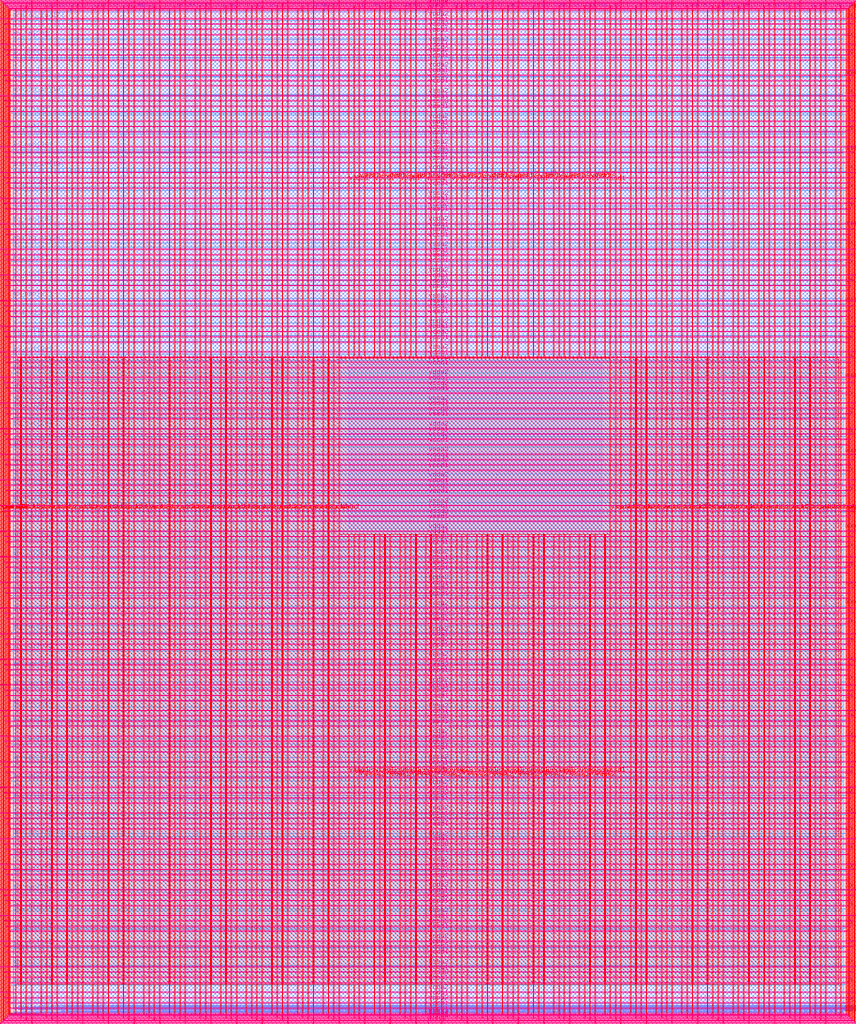
<source format=lef>
VERSION 5.7 ;
  NOWIREEXTENSIONATPIN ON ;
  DIVIDERCHAR "/" ;
  BUSBITCHARS "[]" ;
MACRO user_project_wrapper
  CLASS BLOCK ;
  FOREIGN user_project_wrapper ;
  ORIGIN 0.000 0.000 ;
  SIZE 2920.000 BY 3520.000 ;
  PIN analog_io[0]
    DIRECTION INOUT ;
    USE SIGNAL ;
    PORT
      LAYER met3 ;
        RECT 2917.600 1426.380 2924.800 1427.580 ;
    END
  END analog_io[0]
  PIN analog_io[10]
    DIRECTION INOUT ;
    USE SIGNAL ;
    PORT
      LAYER met2 ;
        RECT 2230.490 3517.600 2231.050 3524.800 ;
    END
  END analog_io[10]
  PIN analog_io[11]
    DIRECTION INOUT ;
    USE SIGNAL ;
    PORT
      LAYER met2 ;
        RECT 1905.730 3517.600 1906.290 3524.800 ;
    END
  END analog_io[11]
  PIN analog_io[12]
    DIRECTION INOUT ;
    USE SIGNAL ;
    PORT
      LAYER met2 ;
        RECT 1581.430 3517.600 1581.990 3524.800 ;
    END
  END analog_io[12]
  PIN analog_io[13]
    DIRECTION INOUT ;
    USE SIGNAL ;
    PORT
      LAYER met2 ;
        RECT 1257.130 3517.600 1257.690 3524.800 ;
    END
  END analog_io[13]
  PIN analog_io[14]
    DIRECTION INOUT ;
    USE SIGNAL ;
    PORT
      LAYER met2 ;
        RECT 932.370 3517.600 932.930 3524.800 ;
    END
  END analog_io[14]
  PIN analog_io[15]
    DIRECTION INOUT ;
    USE SIGNAL ;
    PORT
      LAYER met2 ;
        RECT 608.070 3517.600 608.630 3524.800 ;
    END
  END analog_io[15]
  PIN analog_io[16]
    DIRECTION INOUT ;
    USE SIGNAL ;
    PORT
      LAYER met2 ;
        RECT 283.770 3517.600 284.330 3524.800 ;
    END
  END analog_io[16]
  PIN analog_io[17]
    DIRECTION INOUT ;
    USE SIGNAL ;
    PORT
      LAYER met3 ;
        RECT -4.800 3486.100 2.400 3487.300 ;
    END
  END analog_io[17]
  PIN analog_io[18]
    DIRECTION INOUT ;
    USE SIGNAL ;
    PORT
      LAYER met3 ;
        RECT -4.800 3224.980 2.400 3226.180 ;
    END
  END analog_io[18]
  PIN analog_io[19]
    DIRECTION INOUT ;
    USE SIGNAL ;
    PORT
      LAYER met3 ;
        RECT -4.800 2964.540 2.400 2965.740 ;
    END
  END analog_io[19]
  PIN analog_io[1]
    DIRECTION INOUT ;
    USE SIGNAL ;
    PORT
      LAYER met3 ;
        RECT 2917.600 1692.260 2924.800 1693.460 ;
    END
  END analog_io[1]
  PIN analog_io[20]
    DIRECTION INOUT ;
    USE SIGNAL ;
    PORT
      LAYER met3 ;
        RECT -4.800 2703.420 2.400 2704.620 ;
    END
  END analog_io[20]
  PIN analog_io[21]
    DIRECTION INOUT ;
    USE SIGNAL ;
    PORT
      LAYER met3 ;
        RECT -4.800 2442.980 2.400 2444.180 ;
    END
  END analog_io[21]
  PIN analog_io[22]
    DIRECTION INOUT ;
    USE SIGNAL ;
    PORT
      LAYER met3 ;
        RECT -4.800 2182.540 2.400 2183.740 ;
    END
  END analog_io[22]
  PIN analog_io[23]
    DIRECTION INOUT ;
    USE SIGNAL ;
    PORT
      LAYER met3 ;
        RECT -4.800 1921.420 2.400 1922.620 ;
    END
  END analog_io[23]
  PIN analog_io[24]
    DIRECTION INOUT ;
    USE SIGNAL ;
    PORT
      LAYER met3 ;
        RECT -4.800 1660.980 2.400 1662.180 ;
    END
  END analog_io[24]
  PIN analog_io[25]
    DIRECTION INOUT ;
    USE SIGNAL ;
    PORT
      LAYER met3 ;
        RECT -4.800 1399.860 2.400 1401.060 ;
    END
  END analog_io[25]
  PIN analog_io[26]
    DIRECTION INOUT ;
    USE SIGNAL ;
    PORT
      LAYER met3 ;
        RECT -4.800 1139.420 2.400 1140.620 ;
    END
  END analog_io[26]
  PIN analog_io[27]
    DIRECTION INOUT ;
    USE SIGNAL ;
    PORT
      LAYER met3 ;
        RECT -4.800 878.980 2.400 880.180 ;
    END
  END analog_io[27]
  PIN analog_io[28]
    DIRECTION INOUT ;
    USE SIGNAL ;
    PORT
      LAYER met3 ;
        RECT -4.800 617.860 2.400 619.060 ;
    END
  END analog_io[28]
  PIN analog_io[2]
    DIRECTION INOUT ;
    USE SIGNAL ;
    PORT
      LAYER met3 ;
        RECT 2917.600 1958.140 2924.800 1959.340 ;
    END
  END analog_io[2]
  PIN analog_io[3]
    DIRECTION INOUT ;
    USE SIGNAL ;
    PORT
      LAYER met3 ;
        RECT 2917.600 2223.340 2924.800 2224.540 ;
    END
  END analog_io[3]
  PIN analog_io[4]
    DIRECTION INOUT ;
    USE SIGNAL ;
    PORT
      LAYER met3 ;
        RECT 2917.600 2489.220 2924.800 2490.420 ;
    END
  END analog_io[4]
  PIN analog_io[5]
    DIRECTION INOUT ;
    USE SIGNAL ;
    PORT
      LAYER met3 ;
        RECT 2917.600 2755.100 2924.800 2756.300 ;
    END
  END analog_io[5]
  PIN analog_io[6]
    DIRECTION INOUT ;
    USE SIGNAL ;
    PORT
      LAYER met3 ;
        RECT 2917.600 3020.300 2924.800 3021.500 ;
    END
  END analog_io[6]
  PIN analog_io[7]
    DIRECTION INOUT ;
    USE SIGNAL ;
    PORT
      LAYER met3 ;
        RECT 2917.600 3286.180 2924.800 3287.380 ;
    END
  END analog_io[7]
  PIN analog_io[8]
    DIRECTION INOUT ;
    USE SIGNAL ;
    PORT
      LAYER met2 ;
        RECT 2879.090 3517.600 2879.650 3524.800 ;
    END
  END analog_io[8]
  PIN analog_io[9]
    DIRECTION INOUT ;
    USE SIGNAL ;
    PORT
      LAYER met2 ;
        RECT 2554.790 3517.600 2555.350 3524.800 ;
    END
  END analog_io[9]
  PIN io_in[0]
    DIRECTION INPUT ;
    USE SIGNAL ;
    PORT
      LAYER met3 ;
        RECT 2917.600 32.380 2924.800 33.580 ;
    END
  END io_in[0]
  PIN io_in[10]
    DIRECTION INPUT ;
    USE SIGNAL ;
    PORT
      LAYER met3 ;
        RECT 2917.600 2289.980 2924.800 2291.180 ;
    END
  END io_in[10]
  PIN io_in[11]
    DIRECTION INPUT ;
    USE SIGNAL ;
    PORT
      LAYER met3 ;
        RECT 2917.600 2555.860 2924.800 2557.060 ;
    END
  END io_in[11]
  PIN io_in[12]
    DIRECTION INPUT ;
    USE SIGNAL ;
    PORT
      LAYER met3 ;
        RECT 2917.600 2821.060 2924.800 2822.260 ;
    END
  END io_in[12]
  PIN io_in[13]
    DIRECTION INPUT ;
    USE SIGNAL ;
    PORT
      LAYER met3 ;
        RECT 2917.600 3086.940 2924.800 3088.140 ;
    END
  END io_in[13]
  PIN io_in[14]
    DIRECTION INPUT ;
    USE SIGNAL ;
    PORT
      LAYER met3 ;
        RECT 2917.600 3352.820 2924.800 3354.020 ;
    END
  END io_in[14]
  PIN io_in[15]
    DIRECTION INPUT ;
    USE SIGNAL ;
    PORT
      LAYER met2 ;
        RECT 2798.130 3517.600 2798.690 3524.800 ;
    END
  END io_in[15]
  PIN io_in[16]
    DIRECTION INPUT ;
    USE SIGNAL ;
    PORT
      LAYER met2 ;
        RECT 2473.830 3517.600 2474.390 3524.800 ;
    END
  END io_in[16]
  PIN io_in[17]
    DIRECTION INPUT ;
    USE SIGNAL ;
    PORT
      LAYER met2 ;
        RECT 2149.070 3517.600 2149.630 3524.800 ;
    END
  END io_in[17]
  PIN io_in[18]
    DIRECTION INPUT ;
    USE SIGNAL ;
    PORT
      LAYER met2 ;
        RECT 1824.770 3517.600 1825.330 3524.800 ;
    END
  END io_in[18]
  PIN io_in[19]
    DIRECTION INPUT ;
    USE SIGNAL ;
    PORT
      LAYER met2 ;
        RECT 1500.470 3517.600 1501.030 3524.800 ;
    END
  END io_in[19]
  PIN io_in[1]
    DIRECTION INPUT ;
    USE SIGNAL ;
    PORT
      LAYER met3 ;
        RECT 2917.600 230.940 2924.800 232.140 ;
    END
  END io_in[1]
  PIN io_in[20]
    DIRECTION INPUT ;
    USE SIGNAL ;
    PORT
      LAYER met2 ;
        RECT 1175.710 3517.600 1176.270 3524.800 ;
    END
  END io_in[20]
  PIN io_in[21]
    DIRECTION INPUT ;
    USE SIGNAL ;
    PORT
      LAYER met2 ;
        RECT 851.410 3517.600 851.970 3524.800 ;
    END
  END io_in[21]
  PIN io_in[22]
    DIRECTION INPUT ;
    USE SIGNAL ;
    PORT
      LAYER met2 ;
        RECT 527.110 3517.600 527.670 3524.800 ;
    END
  END io_in[22]
  PIN io_in[23]
    DIRECTION INPUT ;
    USE SIGNAL ;
    PORT
      LAYER met2 ;
        RECT 202.350 3517.600 202.910 3524.800 ;
    END
  END io_in[23]
  PIN io_in[24]
    DIRECTION INPUT ;
    USE SIGNAL ;
    PORT
      LAYER met3 ;
        RECT -4.800 3420.820 2.400 3422.020 ;
    END
  END io_in[24]
  PIN io_in[25]
    DIRECTION INPUT ;
    USE SIGNAL ;
    PORT
      LAYER met3 ;
        RECT -4.800 3159.700 2.400 3160.900 ;
    END
  END io_in[25]
  PIN io_in[26]
    DIRECTION INPUT ;
    USE SIGNAL ;
    PORT
      LAYER met3 ;
        RECT -4.800 2899.260 2.400 2900.460 ;
    END
  END io_in[26]
  PIN io_in[27]
    DIRECTION INPUT ;
    USE SIGNAL ;
    PORT
      LAYER met3 ;
        RECT -4.800 2638.820 2.400 2640.020 ;
    END
  END io_in[27]
  PIN io_in[28]
    DIRECTION INPUT ;
    USE SIGNAL ;
    PORT
      LAYER met3 ;
        RECT -4.800 2377.700 2.400 2378.900 ;
    END
  END io_in[28]
  PIN io_in[29]
    DIRECTION INPUT ;
    USE SIGNAL ;
    PORT
      LAYER met3 ;
        RECT -4.800 2117.260 2.400 2118.460 ;
    END
  END io_in[29]
  PIN io_in[2]
    DIRECTION INPUT ;
    USE SIGNAL ;
    PORT
      LAYER met3 ;
        RECT 2917.600 430.180 2924.800 431.380 ;
    END
  END io_in[2]
  PIN io_in[30]
    DIRECTION INPUT ;
    USE SIGNAL ;
    PORT
      LAYER met3 ;
        RECT -4.800 1856.140 2.400 1857.340 ;
    END
  END io_in[30]
  PIN io_in[31]
    DIRECTION INPUT ;
    USE SIGNAL ;
    PORT
      LAYER met3 ;
        RECT -4.800 1595.700 2.400 1596.900 ;
    END
  END io_in[31]
  PIN io_in[32]
    DIRECTION INPUT ;
    USE SIGNAL ;
    PORT
      LAYER met3 ;
        RECT -4.800 1335.260 2.400 1336.460 ;
    END
  END io_in[32]
  PIN io_in[33]
    DIRECTION INPUT ;
    USE SIGNAL ;
    PORT
      LAYER met3 ;
        RECT -4.800 1074.140 2.400 1075.340 ;
    END
  END io_in[33]
  PIN io_in[34]
    DIRECTION INPUT ;
    USE SIGNAL ;
    PORT
      LAYER met3 ;
        RECT -4.800 813.700 2.400 814.900 ;
    END
  END io_in[34]
  PIN io_in[35]
    DIRECTION INPUT ;
    USE SIGNAL ;
    PORT
      LAYER met3 ;
        RECT -4.800 552.580 2.400 553.780 ;
    END
  END io_in[35]
  PIN io_in[36]
    DIRECTION INPUT ;
    USE SIGNAL ;
    PORT
      LAYER met3 ;
        RECT -4.800 357.420 2.400 358.620 ;
    END
  END io_in[36]
  PIN io_in[37]
    DIRECTION INPUT ;
    USE SIGNAL ;
    PORT
      LAYER met3 ;
        RECT -4.800 161.580 2.400 162.780 ;
    END
  END io_in[37]
  PIN io_in[3]
    DIRECTION INPUT ;
    USE SIGNAL ;
    PORT
      LAYER met3 ;
        RECT 2917.600 629.420 2924.800 630.620 ;
    END
  END io_in[3]
  PIN io_in[4]
    DIRECTION INPUT ;
    USE SIGNAL ;
    PORT
      LAYER met3 ;
        RECT 2917.600 828.660 2924.800 829.860 ;
    END
  END io_in[4]
  PIN io_in[5]
    DIRECTION INPUT ;
    USE SIGNAL ;
    PORT
      LAYER met3 ;
        RECT 2917.600 1027.900 2924.800 1029.100 ;
    END
  END io_in[5]
  PIN io_in[6]
    DIRECTION INPUT ;
    USE SIGNAL ;
    PORT
      LAYER met3 ;
        RECT 2917.600 1227.140 2924.800 1228.340 ;
    END
  END io_in[6]
  PIN io_in[7]
    DIRECTION INPUT ;
    USE SIGNAL ;
    PORT
      LAYER met3 ;
        RECT 2917.600 1493.020 2924.800 1494.220 ;
    END
  END io_in[7]
  PIN io_in[8]
    DIRECTION INPUT ;
    USE SIGNAL ;
    PORT
      LAYER met3 ;
        RECT 2917.600 1758.900 2924.800 1760.100 ;
    END
  END io_in[8]
  PIN io_in[9]
    DIRECTION INPUT ;
    USE SIGNAL ;
    PORT
      LAYER met3 ;
        RECT 2917.600 2024.100 2924.800 2025.300 ;
    END
  END io_in[9]
  PIN io_oeb[0]
    DIRECTION OUTPUT TRISTATE ;
    USE SIGNAL ;
    PORT
      LAYER met3 ;
        RECT 2917.600 164.980 2924.800 166.180 ;
    END
  END io_oeb[0]
  PIN io_oeb[10]
    DIRECTION OUTPUT TRISTATE ;
    USE SIGNAL ;
    PORT
      LAYER met3 ;
        RECT 2917.600 2422.580 2924.800 2423.780 ;
    END
  END io_oeb[10]
  PIN io_oeb[11]
    DIRECTION OUTPUT TRISTATE ;
    USE SIGNAL ;
    PORT
      LAYER met3 ;
        RECT 2917.600 2688.460 2924.800 2689.660 ;
    END
  END io_oeb[11]
  PIN io_oeb[12]
    DIRECTION OUTPUT TRISTATE ;
    USE SIGNAL ;
    PORT
      LAYER met3 ;
        RECT 2917.600 2954.340 2924.800 2955.540 ;
    END
  END io_oeb[12]
  PIN io_oeb[13]
    DIRECTION OUTPUT TRISTATE ;
    USE SIGNAL ;
    PORT
      LAYER met3 ;
        RECT 2917.600 3219.540 2924.800 3220.740 ;
    END
  END io_oeb[13]
  PIN io_oeb[14]
    DIRECTION OUTPUT TRISTATE ;
    USE SIGNAL ;
    PORT
      LAYER met3 ;
        RECT 2917.600 3485.420 2924.800 3486.620 ;
    END
  END io_oeb[14]
  PIN io_oeb[15]
    DIRECTION OUTPUT TRISTATE ;
    USE SIGNAL ;
    PORT
      LAYER met2 ;
        RECT 2635.750 3517.600 2636.310 3524.800 ;
    END
  END io_oeb[15]
  PIN io_oeb[16]
    DIRECTION OUTPUT TRISTATE ;
    USE SIGNAL ;
    PORT
      LAYER met2 ;
        RECT 2311.450 3517.600 2312.010 3524.800 ;
    END
  END io_oeb[16]
  PIN io_oeb[17]
    DIRECTION OUTPUT TRISTATE ;
    USE SIGNAL ;
    PORT
      LAYER met2 ;
        RECT 1987.150 3517.600 1987.710 3524.800 ;
    END
  END io_oeb[17]
  PIN io_oeb[18]
    DIRECTION OUTPUT TRISTATE ;
    USE SIGNAL ;
    PORT
      LAYER met2 ;
        RECT 1662.390 3517.600 1662.950 3524.800 ;
    END
  END io_oeb[18]
  PIN io_oeb[19]
    DIRECTION OUTPUT TRISTATE ;
    USE SIGNAL ;
    PORT
      LAYER met2 ;
        RECT 1338.090 3517.600 1338.650 3524.800 ;
    END
  END io_oeb[19]
  PIN io_oeb[1]
    DIRECTION OUTPUT TRISTATE ;
    USE SIGNAL ;
    PORT
      LAYER met3 ;
        RECT 2917.600 364.220 2924.800 365.420 ;
    END
  END io_oeb[1]
  PIN io_oeb[20]
    DIRECTION OUTPUT TRISTATE ;
    USE SIGNAL ;
    PORT
      LAYER met2 ;
        RECT 1013.790 3517.600 1014.350 3524.800 ;
    END
  END io_oeb[20]
  PIN io_oeb[21]
    DIRECTION OUTPUT TRISTATE ;
    USE SIGNAL ;
    PORT
      LAYER met2 ;
        RECT 689.030 3517.600 689.590 3524.800 ;
    END
  END io_oeb[21]
  PIN io_oeb[22]
    DIRECTION OUTPUT TRISTATE ;
    USE SIGNAL ;
    PORT
      LAYER met2 ;
        RECT 364.730 3517.600 365.290 3524.800 ;
    END
  END io_oeb[22]
  PIN io_oeb[23]
    DIRECTION OUTPUT TRISTATE ;
    USE SIGNAL ;
    PORT
      LAYER met2 ;
        RECT 40.430 3517.600 40.990 3524.800 ;
    END
  END io_oeb[23]
  PIN io_oeb[24]
    DIRECTION OUTPUT TRISTATE ;
    USE SIGNAL ;
    PORT
      LAYER met3 ;
        RECT -4.800 3290.260 2.400 3291.460 ;
    END
  END io_oeb[24]
  PIN io_oeb[25]
    DIRECTION OUTPUT TRISTATE ;
    USE SIGNAL ;
    PORT
      LAYER met3 ;
        RECT -4.800 3029.820 2.400 3031.020 ;
    END
  END io_oeb[25]
  PIN io_oeb[26]
    DIRECTION OUTPUT TRISTATE ;
    USE SIGNAL ;
    PORT
      LAYER met3 ;
        RECT -4.800 2768.700 2.400 2769.900 ;
    END
  END io_oeb[26]
  PIN io_oeb[27]
    DIRECTION OUTPUT TRISTATE ;
    USE SIGNAL ;
    PORT
      LAYER met3 ;
        RECT -4.800 2508.260 2.400 2509.460 ;
    END
  END io_oeb[27]
  PIN io_oeb[28]
    DIRECTION OUTPUT TRISTATE ;
    USE SIGNAL ;
    PORT
      LAYER met3 ;
        RECT -4.800 2247.140 2.400 2248.340 ;
    END
  END io_oeb[28]
  PIN io_oeb[29]
    DIRECTION OUTPUT TRISTATE ;
    USE SIGNAL ;
    PORT
      LAYER met3 ;
        RECT -4.800 1986.700 2.400 1987.900 ;
    END
  END io_oeb[29]
  PIN io_oeb[2]
    DIRECTION OUTPUT TRISTATE ;
    USE SIGNAL ;
    PORT
      LAYER met3 ;
        RECT 2917.600 563.460 2924.800 564.660 ;
    END
  END io_oeb[2]
  PIN io_oeb[30]
    DIRECTION OUTPUT TRISTATE ;
    USE SIGNAL ;
    PORT
      LAYER met3 ;
        RECT -4.800 1726.260 2.400 1727.460 ;
    END
  END io_oeb[30]
  PIN io_oeb[31]
    DIRECTION OUTPUT TRISTATE ;
    USE SIGNAL ;
    PORT
      LAYER met3 ;
        RECT -4.800 1465.140 2.400 1466.340 ;
    END
  END io_oeb[31]
  PIN io_oeb[32]
    DIRECTION OUTPUT TRISTATE ;
    USE SIGNAL ;
    PORT
      LAYER met3 ;
        RECT -4.800 1204.700 2.400 1205.900 ;
    END
  END io_oeb[32]
  PIN io_oeb[33]
    DIRECTION OUTPUT TRISTATE ;
    USE SIGNAL ;
    PORT
      LAYER met3 ;
        RECT -4.800 943.580 2.400 944.780 ;
    END
  END io_oeb[33]
  PIN io_oeb[34]
    DIRECTION OUTPUT TRISTATE ;
    USE SIGNAL ;
    PORT
      LAYER met3 ;
        RECT -4.800 683.140 2.400 684.340 ;
    END
  END io_oeb[34]
  PIN io_oeb[35]
    DIRECTION OUTPUT TRISTATE ;
    USE SIGNAL ;
    PORT
      LAYER met3 ;
        RECT -4.800 422.700 2.400 423.900 ;
    END
  END io_oeb[35]
  PIN io_oeb[36]
    DIRECTION OUTPUT TRISTATE ;
    USE SIGNAL ;
    PORT
      LAYER met3 ;
        RECT -4.800 226.860 2.400 228.060 ;
    END
  END io_oeb[36]
  PIN io_oeb[37]
    DIRECTION OUTPUT TRISTATE ;
    USE SIGNAL ;
    PORT
      LAYER met3 ;
        RECT -4.800 31.700 2.400 32.900 ;
    END
  END io_oeb[37]
  PIN io_oeb[3]
    DIRECTION OUTPUT TRISTATE ;
    USE SIGNAL ;
    PORT
      LAYER met3 ;
        RECT 2917.600 762.700 2924.800 763.900 ;
    END
  END io_oeb[3]
  PIN io_oeb[4]
    DIRECTION OUTPUT TRISTATE ;
    USE SIGNAL ;
    PORT
      LAYER met3 ;
        RECT 2917.600 961.940 2924.800 963.140 ;
    END
  END io_oeb[4]
  PIN io_oeb[5]
    DIRECTION OUTPUT TRISTATE ;
    USE SIGNAL ;
    PORT
      LAYER met3 ;
        RECT 2917.600 1161.180 2924.800 1162.380 ;
    END
  END io_oeb[5]
  PIN io_oeb[6]
    DIRECTION OUTPUT TRISTATE ;
    USE SIGNAL ;
    PORT
      LAYER met3 ;
        RECT 2917.600 1360.420 2924.800 1361.620 ;
    END
  END io_oeb[6]
  PIN io_oeb[7]
    DIRECTION OUTPUT TRISTATE ;
    USE SIGNAL ;
    PORT
      LAYER met3 ;
        RECT 2917.600 1625.620 2924.800 1626.820 ;
    END
  END io_oeb[7]
  PIN io_oeb[8]
    DIRECTION OUTPUT TRISTATE ;
    USE SIGNAL ;
    PORT
      LAYER met3 ;
        RECT 2917.600 1891.500 2924.800 1892.700 ;
    END
  END io_oeb[8]
  PIN io_oeb[9]
    DIRECTION OUTPUT TRISTATE ;
    USE SIGNAL ;
    PORT
      LAYER met3 ;
        RECT 2917.600 2157.380 2924.800 2158.580 ;
    END
  END io_oeb[9]
  PIN io_out[0]
    DIRECTION OUTPUT TRISTATE ;
    USE SIGNAL ;
    PORT
      LAYER met3 ;
        RECT 2917.600 98.340 2924.800 99.540 ;
    END
  END io_out[0]
  PIN io_out[10]
    DIRECTION OUTPUT TRISTATE ;
    USE SIGNAL ;
    PORT
      LAYER met3 ;
        RECT 2917.600 2356.620 2924.800 2357.820 ;
    END
  END io_out[10]
  PIN io_out[11]
    DIRECTION OUTPUT TRISTATE ;
    USE SIGNAL ;
    PORT
      LAYER met3 ;
        RECT 2917.600 2621.820 2924.800 2623.020 ;
    END
  END io_out[11]
  PIN io_out[12]
    DIRECTION OUTPUT TRISTATE ;
    USE SIGNAL ;
    PORT
      LAYER met3 ;
        RECT 2917.600 2887.700 2924.800 2888.900 ;
    END
  END io_out[12]
  PIN io_out[13]
    DIRECTION OUTPUT TRISTATE ;
    USE SIGNAL ;
    PORT
      LAYER met3 ;
        RECT 2917.600 3153.580 2924.800 3154.780 ;
    END
  END io_out[13]
  PIN io_out[14]
    DIRECTION OUTPUT TRISTATE ;
    USE SIGNAL ;
    PORT
      LAYER met3 ;
        RECT 2917.600 3418.780 2924.800 3419.980 ;
    END
  END io_out[14]
  PIN io_out[15]
    DIRECTION OUTPUT TRISTATE ;
    USE SIGNAL ;
    PORT
      LAYER met2 ;
        RECT 2717.170 3517.600 2717.730 3524.800 ;
    END
  END io_out[15]
  PIN io_out[16]
    DIRECTION OUTPUT TRISTATE ;
    USE SIGNAL ;
    PORT
      LAYER met2 ;
        RECT 2392.410 3517.600 2392.970 3524.800 ;
    END
  END io_out[16]
  PIN io_out[17]
    DIRECTION OUTPUT TRISTATE ;
    USE SIGNAL ;
    PORT
      LAYER met2 ;
        RECT 2068.110 3517.600 2068.670 3524.800 ;
    END
  END io_out[17]
  PIN io_out[18]
    DIRECTION OUTPUT TRISTATE ;
    USE SIGNAL ;
    PORT
      LAYER met2 ;
        RECT 1743.810 3517.600 1744.370 3524.800 ;
    END
  END io_out[18]
  PIN io_out[19]
    DIRECTION OUTPUT TRISTATE ;
    USE SIGNAL ;
    PORT
      LAYER met2 ;
        RECT 1419.050 3517.600 1419.610 3524.800 ;
    END
  END io_out[19]
  PIN io_out[1]
    DIRECTION OUTPUT TRISTATE ;
    USE SIGNAL ;
    PORT
      LAYER met3 ;
        RECT 2917.600 297.580 2924.800 298.780 ;
    END
  END io_out[1]
  PIN io_out[20]
    DIRECTION OUTPUT TRISTATE ;
    USE SIGNAL ;
    PORT
      LAYER met2 ;
        RECT 1094.750 3517.600 1095.310 3524.800 ;
    END
  END io_out[20]
  PIN io_out[21]
    DIRECTION OUTPUT TRISTATE ;
    USE SIGNAL ;
    PORT
      LAYER met2 ;
        RECT 770.450 3517.600 771.010 3524.800 ;
    END
  END io_out[21]
  PIN io_out[22]
    DIRECTION OUTPUT TRISTATE ;
    USE SIGNAL ;
    PORT
      LAYER met2 ;
        RECT 445.690 3517.600 446.250 3524.800 ;
    END
  END io_out[22]
  PIN io_out[23]
    DIRECTION OUTPUT TRISTATE ;
    USE SIGNAL ;
    PORT
      LAYER met2 ;
        RECT 121.390 3517.600 121.950 3524.800 ;
    END
  END io_out[23]
  PIN io_out[24]
    DIRECTION OUTPUT TRISTATE ;
    USE SIGNAL ;
    PORT
      LAYER met3 ;
        RECT -4.800 3355.540 2.400 3356.740 ;
    END
  END io_out[24]
  PIN io_out[25]
    DIRECTION OUTPUT TRISTATE ;
    USE SIGNAL ;
    PORT
      LAYER met3 ;
        RECT -4.800 3095.100 2.400 3096.300 ;
    END
  END io_out[25]
  PIN io_out[26]
    DIRECTION OUTPUT TRISTATE ;
    USE SIGNAL ;
    PORT
      LAYER met3 ;
        RECT -4.800 2833.980 2.400 2835.180 ;
    END
  END io_out[26]
  PIN io_out[27]
    DIRECTION OUTPUT TRISTATE ;
    USE SIGNAL ;
    PORT
      LAYER met3 ;
        RECT -4.800 2573.540 2.400 2574.740 ;
    END
  END io_out[27]
  PIN io_out[28]
    DIRECTION OUTPUT TRISTATE ;
    USE SIGNAL ;
    PORT
      LAYER met3 ;
        RECT -4.800 2312.420 2.400 2313.620 ;
    END
  END io_out[28]
  PIN io_out[29]
    DIRECTION OUTPUT TRISTATE ;
    USE SIGNAL ;
    PORT
      LAYER met3 ;
        RECT -4.800 2051.980 2.400 2053.180 ;
    END
  END io_out[29]
  PIN io_out[2]
    DIRECTION OUTPUT TRISTATE ;
    USE SIGNAL ;
    PORT
      LAYER met3 ;
        RECT 2917.600 496.820 2924.800 498.020 ;
    END
  END io_out[2]
  PIN io_out[30]
    DIRECTION OUTPUT TRISTATE ;
    USE SIGNAL ;
    PORT
      LAYER met3 ;
        RECT -4.800 1791.540 2.400 1792.740 ;
    END
  END io_out[30]
  PIN io_out[31]
    DIRECTION OUTPUT TRISTATE ;
    USE SIGNAL ;
    PORT
      LAYER met3 ;
        RECT -4.800 1530.420 2.400 1531.620 ;
    END
  END io_out[31]
  PIN io_out[32]
    DIRECTION OUTPUT TRISTATE ;
    USE SIGNAL ;
    PORT
      LAYER met3 ;
        RECT -4.800 1269.980 2.400 1271.180 ;
    END
  END io_out[32]
  PIN io_out[33]
    DIRECTION OUTPUT TRISTATE ;
    USE SIGNAL ;
    PORT
      LAYER met3 ;
        RECT -4.800 1008.860 2.400 1010.060 ;
    END
  END io_out[33]
  PIN io_out[34]
    DIRECTION OUTPUT TRISTATE ;
    USE SIGNAL ;
    PORT
      LAYER met3 ;
        RECT -4.800 748.420 2.400 749.620 ;
    END
  END io_out[34]
  PIN io_out[35]
    DIRECTION OUTPUT TRISTATE ;
    USE SIGNAL ;
    PORT
      LAYER met3 ;
        RECT -4.800 487.300 2.400 488.500 ;
    END
  END io_out[35]
  PIN io_out[36]
    DIRECTION OUTPUT TRISTATE ;
    USE SIGNAL ;
    PORT
      LAYER met3 ;
        RECT -4.800 292.140 2.400 293.340 ;
    END
  END io_out[36]
  PIN io_out[37]
    DIRECTION OUTPUT TRISTATE ;
    USE SIGNAL ;
    PORT
      LAYER met3 ;
        RECT -4.800 96.300 2.400 97.500 ;
    END
  END io_out[37]
  PIN io_out[3]
    DIRECTION OUTPUT TRISTATE ;
    USE SIGNAL ;
    PORT
      LAYER met3 ;
        RECT 2917.600 696.060 2924.800 697.260 ;
    END
  END io_out[3]
  PIN io_out[4]
    DIRECTION OUTPUT TRISTATE ;
    USE SIGNAL ;
    PORT
      LAYER met3 ;
        RECT 2917.600 895.300 2924.800 896.500 ;
    END
  END io_out[4]
  PIN io_out[5]
    DIRECTION OUTPUT TRISTATE ;
    USE SIGNAL ;
    PORT
      LAYER met3 ;
        RECT 2917.600 1094.540 2924.800 1095.740 ;
    END
  END io_out[5]
  PIN io_out[6]
    DIRECTION OUTPUT TRISTATE ;
    USE SIGNAL ;
    PORT
      LAYER met3 ;
        RECT 2917.600 1293.780 2924.800 1294.980 ;
    END
  END io_out[6]
  PIN io_out[7]
    DIRECTION OUTPUT TRISTATE ;
    USE SIGNAL ;
    PORT
      LAYER met3 ;
        RECT 2917.600 1559.660 2924.800 1560.860 ;
    END
  END io_out[7]
  PIN io_out[8]
    DIRECTION OUTPUT TRISTATE ;
    USE SIGNAL ;
    PORT
      LAYER met3 ;
        RECT 2917.600 1824.860 2924.800 1826.060 ;
    END
  END io_out[8]
  PIN io_out[9]
    DIRECTION OUTPUT TRISTATE ;
    USE SIGNAL ;
    PORT
      LAYER met3 ;
        RECT 2917.600 2090.740 2924.800 2091.940 ;
    END
  END io_out[9]
  PIN la_data_in[0]
    DIRECTION INPUT ;
    USE SIGNAL ;
    PORT
      LAYER met2 ;
        RECT 629.230 -4.800 629.790 2.400 ;
    END
  END la_data_in[0]
  PIN la_data_in[100]
    DIRECTION INPUT ;
    USE SIGNAL ;
    PORT
      LAYER met2 ;
        RECT 2402.530 -4.800 2403.090 2.400 ;
    END
  END la_data_in[100]
  PIN la_data_in[101]
    DIRECTION INPUT ;
    USE SIGNAL ;
    PORT
      LAYER met2 ;
        RECT 2420.010 -4.800 2420.570 2.400 ;
    END
  END la_data_in[101]
  PIN la_data_in[102]
    DIRECTION INPUT ;
    USE SIGNAL ;
    PORT
      LAYER met2 ;
        RECT 2437.950 -4.800 2438.510 2.400 ;
    END
  END la_data_in[102]
  PIN la_data_in[103]
    DIRECTION INPUT ;
    USE SIGNAL ;
    PORT
      LAYER met2 ;
        RECT 2455.430 -4.800 2455.990 2.400 ;
    END
  END la_data_in[103]
  PIN la_data_in[104]
    DIRECTION INPUT ;
    USE SIGNAL ;
    PORT
      LAYER met2 ;
        RECT 2473.370 -4.800 2473.930 2.400 ;
    END
  END la_data_in[104]
  PIN la_data_in[105]
    DIRECTION INPUT ;
    USE SIGNAL ;
    PORT
      LAYER met2 ;
        RECT 2490.850 -4.800 2491.410 2.400 ;
    END
  END la_data_in[105]
  PIN la_data_in[106]
    DIRECTION INPUT ;
    USE SIGNAL ;
    PORT
      LAYER met2 ;
        RECT 2508.790 -4.800 2509.350 2.400 ;
    END
  END la_data_in[106]
  PIN la_data_in[107]
    DIRECTION INPUT ;
    USE SIGNAL ;
    PORT
      LAYER met2 ;
        RECT 2526.730 -4.800 2527.290 2.400 ;
    END
  END la_data_in[107]
  PIN la_data_in[108]
    DIRECTION INPUT ;
    USE SIGNAL ;
    PORT
      LAYER met2 ;
        RECT 2544.210 -4.800 2544.770 2.400 ;
    END
  END la_data_in[108]
  PIN la_data_in[109]
    DIRECTION INPUT ;
    USE SIGNAL ;
    PORT
      LAYER met2 ;
        RECT 2562.150 -4.800 2562.710 2.400 ;
    END
  END la_data_in[109]
  PIN la_data_in[10]
    DIRECTION INPUT ;
    USE SIGNAL ;
    PORT
      LAYER met2 ;
        RECT 806.330 -4.800 806.890 2.400 ;
    END
  END la_data_in[10]
  PIN la_data_in[110]
    DIRECTION INPUT ;
    USE SIGNAL ;
    PORT
      LAYER met2 ;
        RECT 2579.630 -4.800 2580.190 2.400 ;
    END
  END la_data_in[110]
  PIN la_data_in[111]
    DIRECTION INPUT ;
    USE SIGNAL ;
    PORT
      LAYER met2 ;
        RECT 2597.570 -4.800 2598.130 2.400 ;
    END
  END la_data_in[111]
  PIN la_data_in[112]
    DIRECTION INPUT ;
    USE SIGNAL ;
    PORT
      LAYER met2 ;
        RECT 2615.050 -4.800 2615.610 2.400 ;
    END
  END la_data_in[112]
  PIN la_data_in[113]
    DIRECTION INPUT ;
    USE SIGNAL ;
    PORT
      LAYER met2 ;
        RECT 2632.990 -4.800 2633.550 2.400 ;
    END
  END la_data_in[113]
  PIN la_data_in[114]
    DIRECTION INPUT ;
    USE SIGNAL ;
    PORT
      LAYER met2 ;
        RECT 2650.470 -4.800 2651.030 2.400 ;
    END
  END la_data_in[114]
  PIN la_data_in[115]
    DIRECTION INPUT ;
    USE SIGNAL ;
    PORT
      LAYER met2 ;
        RECT 2668.410 -4.800 2668.970 2.400 ;
    END
  END la_data_in[115]
  PIN la_data_in[116]
    DIRECTION INPUT ;
    USE SIGNAL ;
    PORT
      LAYER met2 ;
        RECT 2685.890 -4.800 2686.450 2.400 ;
    END
  END la_data_in[116]
  PIN la_data_in[117]
    DIRECTION INPUT ;
    USE SIGNAL ;
    PORT
      LAYER met2 ;
        RECT 2703.830 -4.800 2704.390 2.400 ;
    END
  END la_data_in[117]
  PIN la_data_in[118]
    DIRECTION INPUT ;
    USE SIGNAL ;
    PORT
      LAYER met2 ;
        RECT 2721.770 -4.800 2722.330 2.400 ;
    END
  END la_data_in[118]
  PIN la_data_in[119]
    DIRECTION INPUT ;
    USE SIGNAL ;
    PORT
      LAYER met2 ;
        RECT 2739.250 -4.800 2739.810 2.400 ;
    END
  END la_data_in[119]
  PIN la_data_in[11]
    DIRECTION INPUT ;
    USE SIGNAL ;
    PORT
      LAYER met2 ;
        RECT 824.270 -4.800 824.830 2.400 ;
    END
  END la_data_in[11]
  PIN la_data_in[120]
    DIRECTION INPUT ;
    USE SIGNAL ;
    PORT
      LAYER met2 ;
        RECT 2757.190 -4.800 2757.750 2.400 ;
    END
  END la_data_in[120]
  PIN la_data_in[121]
    DIRECTION INPUT ;
    USE SIGNAL ;
    PORT
      LAYER met2 ;
        RECT 2774.670 -4.800 2775.230 2.400 ;
    END
  END la_data_in[121]
  PIN la_data_in[122]
    DIRECTION INPUT ;
    USE SIGNAL ;
    PORT
      LAYER met2 ;
        RECT 2792.610 -4.800 2793.170 2.400 ;
    END
  END la_data_in[122]
  PIN la_data_in[123]
    DIRECTION INPUT ;
    USE SIGNAL ;
    PORT
      LAYER met2 ;
        RECT 2810.090 -4.800 2810.650 2.400 ;
    END
  END la_data_in[123]
  PIN la_data_in[124]
    DIRECTION INPUT ;
    USE SIGNAL ;
    PORT
      LAYER met2 ;
        RECT 2828.030 -4.800 2828.590 2.400 ;
    END
  END la_data_in[124]
  PIN la_data_in[125]
    DIRECTION INPUT ;
    USE SIGNAL ;
    PORT
      LAYER met2 ;
        RECT 2845.510 -4.800 2846.070 2.400 ;
    END
  END la_data_in[125]
  PIN la_data_in[126]
    DIRECTION INPUT ;
    USE SIGNAL ;
    PORT
      LAYER met2 ;
        RECT 2863.450 -4.800 2864.010 2.400 ;
    END
  END la_data_in[126]
  PIN la_data_in[127]
    DIRECTION INPUT ;
    USE SIGNAL ;
    PORT
      LAYER met2 ;
        RECT 2881.390 -4.800 2881.950 2.400 ;
    END
  END la_data_in[127]
  PIN la_data_in[12]
    DIRECTION INPUT ;
    USE SIGNAL ;
    PORT
      LAYER met2 ;
        RECT 841.750 -4.800 842.310 2.400 ;
    END
  END la_data_in[12]
  PIN la_data_in[13]
    DIRECTION INPUT ;
    USE SIGNAL ;
    PORT
      LAYER met2 ;
        RECT 859.690 -4.800 860.250 2.400 ;
    END
  END la_data_in[13]
  PIN la_data_in[14]
    DIRECTION INPUT ;
    USE SIGNAL ;
    PORT
      LAYER met2 ;
        RECT 877.170 -4.800 877.730 2.400 ;
    END
  END la_data_in[14]
  PIN la_data_in[15]
    DIRECTION INPUT ;
    USE SIGNAL ;
    PORT
      LAYER met2 ;
        RECT 895.110 -4.800 895.670 2.400 ;
    END
  END la_data_in[15]
  PIN la_data_in[16]
    DIRECTION INPUT ;
    USE SIGNAL ;
    PORT
      LAYER met2 ;
        RECT 912.590 -4.800 913.150 2.400 ;
    END
  END la_data_in[16]
  PIN la_data_in[17]
    DIRECTION INPUT ;
    USE SIGNAL ;
    PORT
      LAYER met2 ;
        RECT 930.530 -4.800 931.090 2.400 ;
    END
  END la_data_in[17]
  PIN la_data_in[18]
    DIRECTION INPUT ;
    USE SIGNAL ;
    PORT
      LAYER met2 ;
        RECT 948.470 -4.800 949.030 2.400 ;
    END
  END la_data_in[18]
  PIN la_data_in[19]
    DIRECTION INPUT ;
    USE SIGNAL ;
    PORT
      LAYER met2 ;
        RECT 965.950 -4.800 966.510 2.400 ;
    END
  END la_data_in[19]
  PIN la_data_in[1]
    DIRECTION INPUT ;
    USE SIGNAL ;
    PORT
      LAYER met2 ;
        RECT 646.710 -4.800 647.270 2.400 ;
    END
  END la_data_in[1]
  PIN la_data_in[20]
    DIRECTION INPUT ;
    USE SIGNAL ;
    PORT
      LAYER met2 ;
        RECT 983.890 -4.800 984.450 2.400 ;
    END
  END la_data_in[20]
  PIN la_data_in[21]
    DIRECTION INPUT ;
    USE SIGNAL ;
    PORT
      LAYER met2 ;
        RECT 1001.370 -4.800 1001.930 2.400 ;
    END
  END la_data_in[21]
  PIN la_data_in[22]
    DIRECTION INPUT ;
    USE SIGNAL ;
    PORT
      LAYER met2 ;
        RECT 1019.310 -4.800 1019.870 2.400 ;
    END
  END la_data_in[22]
  PIN la_data_in[23]
    DIRECTION INPUT ;
    USE SIGNAL ;
    PORT
      LAYER met2 ;
        RECT 1036.790 -4.800 1037.350 2.400 ;
    END
  END la_data_in[23]
  PIN la_data_in[24]
    DIRECTION INPUT ;
    USE SIGNAL ;
    PORT
      LAYER met2 ;
        RECT 1054.730 -4.800 1055.290 2.400 ;
    END
  END la_data_in[24]
  PIN la_data_in[25]
    DIRECTION INPUT ;
    USE SIGNAL ;
    PORT
      LAYER met2 ;
        RECT 1072.210 -4.800 1072.770 2.400 ;
    END
  END la_data_in[25]
  PIN la_data_in[26]
    DIRECTION INPUT ;
    USE SIGNAL ;
    PORT
      LAYER met2 ;
        RECT 1090.150 -4.800 1090.710 2.400 ;
    END
  END la_data_in[26]
  PIN la_data_in[27]
    DIRECTION INPUT ;
    USE SIGNAL ;
    PORT
      LAYER met2 ;
        RECT 1107.630 -4.800 1108.190 2.400 ;
    END
  END la_data_in[27]
  PIN la_data_in[28]
    DIRECTION INPUT ;
    USE SIGNAL ;
    PORT
      LAYER met2 ;
        RECT 1125.570 -4.800 1126.130 2.400 ;
    END
  END la_data_in[28]
  PIN la_data_in[29]
    DIRECTION INPUT ;
    USE SIGNAL ;
    PORT
      LAYER met2 ;
        RECT 1143.510 -4.800 1144.070 2.400 ;
    END
  END la_data_in[29]
  PIN la_data_in[2]
    DIRECTION INPUT ;
    USE SIGNAL ;
    PORT
      LAYER met2 ;
        RECT 664.650 -4.800 665.210 2.400 ;
    END
  END la_data_in[2]
  PIN la_data_in[30]
    DIRECTION INPUT ;
    USE SIGNAL ;
    PORT
      LAYER met2 ;
        RECT 1160.990 -4.800 1161.550 2.400 ;
    END
  END la_data_in[30]
  PIN la_data_in[31]
    DIRECTION INPUT ;
    USE SIGNAL ;
    PORT
      LAYER met2 ;
        RECT 1178.930 -4.800 1179.490 2.400 ;
    END
  END la_data_in[31]
  PIN la_data_in[32]
    DIRECTION INPUT ;
    USE SIGNAL ;
    PORT
      LAYER met2 ;
        RECT 1196.410 -4.800 1196.970 2.400 ;
    END
  END la_data_in[32]
  PIN la_data_in[33]
    DIRECTION INPUT ;
    USE SIGNAL ;
    PORT
      LAYER met2 ;
        RECT 1214.350 -4.800 1214.910 2.400 ;
    END
  END la_data_in[33]
  PIN la_data_in[34]
    DIRECTION INPUT ;
    USE SIGNAL ;
    PORT
      LAYER met2 ;
        RECT 1231.830 -4.800 1232.390 2.400 ;
    END
  END la_data_in[34]
  PIN la_data_in[35]
    DIRECTION INPUT ;
    USE SIGNAL ;
    PORT
      LAYER met2 ;
        RECT 1249.770 -4.800 1250.330 2.400 ;
    END
  END la_data_in[35]
  PIN la_data_in[36]
    DIRECTION INPUT ;
    USE SIGNAL ;
    PORT
      LAYER met2 ;
        RECT 1267.250 -4.800 1267.810 2.400 ;
    END
  END la_data_in[36]
  PIN la_data_in[37]
    DIRECTION INPUT ;
    USE SIGNAL ;
    PORT
      LAYER met2 ;
        RECT 1285.190 -4.800 1285.750 2.400 ;
    END
  END la_data_in[37]
  PIN la_data_in[38]
    DIRECTION INPUT ;
    USE SIGNAL ;
    PORT
      LAYER met2 ;
        RECT 1303.130 -4.800 1303.690 2.400 ;
    END
  END la_data_in[38]
  PIN la_data_in[39]
    DIRECTION INPUT ;
    USE SIGNAL ;
    PORT
      LAYER met2 ;
        RECT 1320.610 -4.800 1321.170 2.400 ;
    END
  END la_data_in[39]
  PIN la_data_in[3]
    DIRECTION INPUT ;
    USE SIGNAL ;
    PORT
      LAYER met2 ;
        RECT 682.130 -4.800 682.690 2.400 ;
    END
  END la_data_in[3]
  PIN la_data_in[40]
    DIRECTION INPUT ;
    USE SIGNAL ;
    PORT
      LAYER met2 ;
        RECT 1338.550 -4.800 1339.110 2.400 ;
    END
  END la_data_in[40]
  PIN la_data_in[41]
    DIRECTION INPUT ;
    USE SIGNAL ;
    PORT
      LAYER met2 ;
        RECT 1356.030 -4.800 1356.590 2.400 ;
    END
  END la_data_in[41]
  PIN la_data_in[42]
    DIRECTION INPUT ;
    USE SIGNAL ;
    PORT
      LAYER met2 ;
        RECT 1373.970 -4.800 1374.530 2.400 ;
    END
  END la_data_in[42]
  PIN la_data_in[43]
    DIRECTION INPUT ;
    USE SIGNAL ;
    PORT
      LAYER met2 ;
        RECT 1391.450 -4.800 1392.010 2.400 ;
    END
  END la_data_in[43]
  PIN la_data_in[44]
    DIRECTION INPUT ;
    USE SIGNAL ;
    PORT
      LAYER met2 ;
        RECT 1409.390 -4.800 1409.950 2.400 ;
    END
  END la_data_in[44]
  PIN la_data_in[45]
    DIRECTION INPUT ;
    USE SIGNAL ;
    PORT
      LAYER met2 ;
        RECT 1426.870 -4.800 1427.430 2.400 ;
    END
  END la_data_in[45]
  PIN la_data_in[46]
    DIRECTION INPUT ;
    USE SIGNAL ;
    PORT
      LAYER met2 ;
        RECT 1444.810 -4.800 1445.370 2.400 ;
    END
  END la_data_in[46]
  PIN la_data_in[47]
    DIRECTION INPUT ;
    USE SIGNAL ;
    PORT
      LAYER met2 ;
        RECT 1462.750 -4.800 1463.310 2.400 ;
    END
  END la_data_in[47]
  PIN la_data_in[48]
    DIRECTION INPUT ;
    USE SIGNAL ;
    PORT
      LAYER met2 ;
        RECT 1480.230 -4.800 1480.790 2.400 ;
    END
  END la_data_in[48]
  PIN la_data_in[49]
    DIRECTION INPUT ;
    USE SIGNAL ;
    PORT
      LAYER met2 ;
        RECT 1498.170 -4.800 1498.730 2.400 ;
    END
  END la_data_in[49]
  PIN la_data_in[4]
    DIRECTION INPUT ;
    USE SIGNAL ;
    PORT
      LAYER met2 ;
        RECT 700.070 -4.800 700.630 2.400 ;
    END
  END la_data_in[4]
  PIN la_data_in[50]
    DIRECTION INPUT ;
    USE SIGNAL ;
    PORT
      LAYER met2 ;
        RECT 1515.650 -4.800 1516.210 2.400 ;
    END
  END la_data_in[50]
  PIN la_data_in[51]
    DIRECTION INPUT ;
    USE SIGNAL ;
    PORT
      LAYER met2 ;
        RECT 1533.590 -4.800 1534.150 2.400 ;
    END
  END la_data_in[51]
  PIN la_data_in[52]
    DIRECTION INPUT ;
    USE SIGNAL ;
    PORT
      LAYER met2 ;
        RECT 1551.070 -4.800 1551.630 2.400 ;
    END
  END la_data_in[52]
  PIN la_data_in[53]
    DIRECTION INPUT ;
    USE SIGNAL ;
    PORT
      LAYER met2 ;
        RECT 1569.010 -4.800 1569.570 2.400 ;
    END
  END la_data_in[53]
  PIN la_data_in[54]
    DIRECTION INPUT ;
    USE SIGNAL ;
    PORT
      LAYER met2 ;
        RECT 1586.490 -4.800 1587.050 2.400 ;
    END
  END la_data_in[54]
  PIN la_data_in[55]
    DIRECTION INPUT ;
    USE SIGNAL ;
    PORT
      LAYER met2 ;
        RECT 1604.430 -4.800 1604.990 2.400 ;
    END
  END la_data_in[55]
  PIN la_data_in[56]
    DIRECTION INPUT ;
    USE SIGNAL ;
    PORT
      LAYER met2 ;
        RECT 1621.910 -4.800 1622.470 2.400 ;
    END
  END la_data_in[56]
  PIN la_data_in[57]
    DIRECTION INPUT ;
    USE SIGNAL ;
    PORT
      LAYER met2 ;
        RECT 1639.850 -4.800 1640.410 2.400 ;
    END
  END la_data_in[57]
  PIN la_data_in[58]
    DIRECTION INPUT ;
    USE SIGNAL ;
    PORT
      LAYER met2 ;
        RECT 1657.790 -4.800 1658.350 2.400 ;
    END
  END la_data_in[58]
  PIN la_data_in[59]
    DIRECTION INPUT ;
    USE SIGNAL ;
    PORT
      LAYER met2 ;
        RECT 1675.270 -4.800 1675.830 2.400 ;
    END
  END la_data_in[59]
  PIN la_data_in[5]
    DIRECTION INPUT ;
    USE SIGNAL ;
    PORT
      LAYER met2 ;
        RECT 717.550 -4.800 718.110 2.400 ;
    END
  END la_data_in[5]
  PIN la_data_in[60]
    DIRECTION INPUT ;
    USE SIGNAL ;
    PORT
      LAYER met2 ;
        RECT 1693.210 -4.800 1693.770 2.400 ;
    END
  END la_data_in[60]
  PIN la_data_in[61]
    DIRECTION INPUT ;
    USE SIGNAL ;
    PORT
      LAYER met2 ;
        RECT 1710.690 -4.800 1711.250 2.400 ;
    END
  END la_data_in[61]
  PIN la_data_in[62]
    DIRECTION INPUT ;
    USE SIGNAL ;
    PORT
      LAYER met2 ;
        RECT 1728.630 -4.800 1729.190 2.400 ;
    END
  END la_data_in[62]
  PIN la_data_in[63]
    DIRECTION INPUT ;
    USE SIGNAL ;
    PORT
      LAYER met2 ;
        RECT 1746.110 -4.800 1746.670 2.400 ;
    END
  END la_data_in[63]
  PIN la_data_in[64]
    DIRECTION INPUT ;
    USE SIGNAL ;
    PORT
      LAYER met2 ;
        RECT 1764.050 -4.800 1764.610 2.400 ;
    END
  END la_data_in[64]
  PIN la_data_in[65]
    DIRECTION INPUT ;
    USE SIGNAL ;
    PORT
      LAYER met2 ;
        RECT 1781.530 -4.800 1782.090 2.400 ;
    END
  END la_data_in[65]
  PIN la_data_in[66]
    DIRECTION INPUT ;
    USE SIGNAL ;
    PORT
      LAYER met2 ;
        RECT 1799.470 -4.800 1800.030 2.400 ;
    END
  END la_data_in[66]
  PIN la_data_in[67]
    DIRECTION INPUT ;
    USE SIGNAL ;
    PORT
      LAYER met2 ;
        RECT 1817.410 -4.800 1817.970 2.400 ;
    END
  END la_data_in[67]
  PIN la_data_in[68]
    DIRECTION INPUT ;
    USE SIGNAL ;
    PORT
      LAYER met2 ;
        RECT 1834.890 -4.800 1835.450 2.400 ;
    END
  END la_data_in[68]
  PIN la_data_in[69]
    DIRECTION INPUT ;
    USE SIGNAL ;
    PORT
      LAYER met2 ;
        RECT 1852.830 -4.800 1853.390 2.400 ;
    END
  END la_data_in[69]
  PIN la_data_in[6]
    DIRECTION INPUT ;
    USE SIGNAL ;
    PORT
      LAYER met2 ;
        RECT 735.490 -4.800 736.050 2.400 ;
    END
  END la_data_in[6]
  PIN la_data_in[70]
    DIRECTION INPUT ;
    USE SIGNAL ;
    PORT
      LAYER met2 ;
        RECT 1870.310 -4.800 1870.870 2.400 ;
    END
  END la_data_in[70]
  PIN la_data_in[71]
    DIRECTION INPUT ;
    USE SIGNAL ;
    PORT
      LAYER met2 ;
        RECT 1888.250 -4.800 1888.810 2.400 ;
    END
  END la_data_in[71]
  PIN la_data_in[72]
    DIRECTION INPUT ;
    USE SIGNAL ;
    PORT
      LAYER met2 ;
        RECT 1905.730 -4.800 1906.290 2.400 ;
    END
  END la_data_in[72]
  PIN la_data_in[73]
    DIRECTION INPUT ;
    USE SIGNAL ;
    PORT
      LAYER met2 ;
        RECT 1923.670 -4.800 1924.230 2.400 ;
    END
  END la_data_in[73]
  PIN la_data_in[74]
    DIRECTION INPUT ;
    USE SIGNAL ;
    PORT
      LAYER met2 ;
        RECT 1941.150 -4.800 1941.710 2.400 ;
    END
  END la_data_in[74]
  PIN la_data_in[75]
    DIRECTION INPUT ;
    USE SIGNAL ;
    PORT
      LAYER met2 ;
        RECT 1959.090 -4.800 1959.650 2.400 ;
    END
  END la_data_in[75]
  PIN la_data_in[76]
    DIRECTION INPUT ;
    USE SIGNAL ;
    PORT
      LAYER met2 ;
        RECT 1976.570 -4.800 1977.130 2.400 ;
    END
  END la_data_in[76]
  PIN la_data_in[77]
    DIRECTION INPUT ;
    USE SIGNAL ;
    PORT
      LAYER met2 ;
        RECT 1994.510 -4.800 1995.070 2.400 ;
    END
  END la_data_in[77]
  PIN la_data_in[78]
    DIRECTION INPUT ;
    USE SIGNAL ;
    PORT
      LAYER met2 ;
        RECT 2012.450 -4.800 2013.010 2.400 ;
    END
  END la_data_in[78]
  PIN la_data_in[79]
    DIRECTION INPUT ;
    USE SIGNAL ;
    PORT
      LAYER met2 ;
        RECT 2029.930 -4.800 2030.490 2.400 ;
    END
  END la_data_in[79]
  PIN la_data_in[7]
    DIRECTION INPUT ;
    USE SIGNAL ;
    PORT
      LAYER met2 ;
        RECT 752.970 -4.800 753.530 2.400 ;
    END
  END la_data_in[7]
  PIN la_data_in[80]
    DIRECTION INPUT ;
    USE SIGNAL ;
    PORT
      LAYER met2 ;
        RECT 2047.870 -4.800 2048.430 2.400 ;
    END
  END la_data_in[80]
  PIN la_data_in[81]
    DIRECTION INPUT ;
    USE SIGNAL ;
    PORT
      LAYER met2 ;
        RECT 2065.350 -4.800 2065.910 2.400 ;
    END
  END la_data_in[81]
  PIN la_data_in[82]
    DIRECTION INPUT ;
    USE SIGNAL ;
    PORT
      LAYER met2 ;
        RECT 2083.290 -4.800 2083.850 2.400 ;
    END
  END la_data_in[82]
  PIN la_data_in[83]
    DIRECTION INPUT ;
    USE SIGNAL ;
    PORT
      LAYER met2 ;
        RECT 2100.770 -4.800 2101.330 2.400 ;
    END
  END la_data_in[83]
  PIN la_data_in[84]
    DIRECTION INPUT ;
    USE SIGNAL ;
    PORT
      LAYER met2 ;
        RECT 2118.710 -4.800 2119.270 2.400 ;
    END
  END la_data_in[84]
  PIN la_data_in[85]
    DIRECTION INPUT ;
    USE SIGNAL ;
    PORT
      LAYER met2 ;
        RECT 2136.190 -4.800 2136.750 2.400 ;
    END
  END la_data_in[85]
  PIN la_data_in[86]
    DIRECTION INPUT ;
    USE SIGNAL ;
    PORT
      LAYER met2 ;
        RECT 2154.130 -4.800 2154.690 2.400 ;
    END
  END la_data_in[86]
  PIN la_data_in[87]
    DIRECTION INPUT ;
    USE SIGNAL ;
    PORT
      LAYER met2 ;
        RECT 2172.070 -4.800 2172.630 2.400 ;
    END
  END la_data_in[87]
  PIN la_data_in[88]
    DIRECTION INPUT ;
    USE SIGNAL ;
    PORT
      LAYER met2 ;
        RECT 2189.550 -4.800 2190.110 2.400 ;
    END
  END la_data_in[88]
  PIN la_data_in[89]
    DIRECTION INPUT ;
    USE SIGNAL ;
    PORT
      LAYER met2 ;
        RECT 2207.490 -4.800 2208.050 2.400 ;
    END
  END la_data_in[89]
  PIN la_data_in[8]
    DIRECTION INPUT ;
    USE SIGNAL ;
    PORT
      LAYER met2 ;
        RECT 770.910 -4.800 771.470 2.400 ;
    END
  END la_data_in[8]
  PIN la_data_in[90]
    DIRECTION INPUT ;
    USE SIGNAL ;
    PORT
      LAYER met2 ;
        RECT 2224.970 -4.800 2225.530 2.400 ;
    END
  END la_data_in[90]
  PIN la_data_in[91]
    DIRECTION INPUT ;
    USE SIGNAL ;
    PORT
      LAYER met2 ;
        RECT 2242.910 -4.800 2243.470 2.400 ;
    END
  END la_data_in[91]
  PIN la_data_in[92]
    DIRECTION INPUT ;
    USE SIGNAL ;
    PORT
      LAYER met2 ;
        RECT 2260.390 -4.800 2260.950 2.400 ;
    END
  END la_data_in[92]
  PIN la_data_in[93]
    DIRECTION INPUT ;
    USE SIGNAL ;
    PORT
      LAYER met2 ;
        RECT 2278.330 -4.800 2278.890 2.400 ;
    END
  END la_data_in[93]
  PIN la_data_in[94]
    DIRECTION INPUT ;
    USE SIGNAL ;
    PORT
      LAYER met2 ;
        RECT 2295.810 -4.800 2296.370 2.400 ;
    END
  END la_data_in[94]
  PIN la_data_in[95]
    DIRECTION INPUT ;
    USE SIGNAL ;
    PORT
      LAYER met2 ;
        RECT 2313.750 -4.800 2314.310 2.400 ;
    END
  END la_data_in[95]
  PIN la_data_in[96]
    DIRECTION INPUT ;
    USE SIGNAL ;
    PORT
      LAYER met2 ;
        RECT 2331.230 -4.800 2331.790 2.400 ;
    END
  END la_data_in[96]
  PIN la_data_in[97]
    DIRECTION INPUT ;
    USE SIGNAL ;
    PORT
      LAYER met2 ;
        RECT 2349.170 -4.800 2349.730 2.400 ;
    END
  END la_data_in[97]
  PIN la_data_in[98]
    DIRECTION INPUT ;
    USE SIGNAL ;
    PORT
      LAYER met2 ;
        RECT 2367.110 -4.800 2367.670 2.400 ;
    END
  END la_data_in[98]
  PIN la_data_in[99]
    DIRECTION INPUT ;
    USE SIGNAL ;
    PORT
      LAYER met2 ;
        RECT 2384.590 -4.800 2385.150 2.400 ;
    END
  END la_data_in[99]
  PIN la_data_in[9]
    DIRECTION INPUT ;
    USE SIGNAL ;
    PORT
      LAYER met2 ;
        RECT 788.850 -4.800 789.410 2.400 ;
    END
  END la_data_in[9]
  PIN la_data_out[0]
    DIRECTION OUTPUT TRISTATE ;
    USE SIGNAL ;
    PORT
      LAYER met2 ;
        RECT 634.750 -4.800 635.310 2.400 ;
    END
  END la_data_out[0]
  PIN la_data_out[100]
    DIRECTION OUTPUT TRISTATE ;
    USE SIGNAL ;
    PORT
      LAYER met2 ;
        RECT 2408.510 -4.800 2409.070 2.400 ;
    END
  END la_data_out[100]
  PIN la_data_out[101]
    DIRECTION OUTPUT TRISTATE ;
    USE SIGNAL ;
    PORT
      LAYER met2 ;
        RECT 2425.990 -4.800 2426.550 2.400 ;
    END
  END la_data_out[101]
  PIN la_data_out[102]
    DIRECTION OUTPUT TRISTATE ;
    USE SIGNAL ;
    PORT
      LAYER met2 ;
        RECT 2443.930 -4.800 2444.490 2.400 ;
    END
  END la_data_out[102]
  PIN la_data_out[103]
    DIRECTION OUTPUT TRISTATE ;
    USE SIGNAL ;
    PORT
      LAYER met2 ;
        RECT 2461.410 -4.800 2461.970 2.400 ;
    END
  END la_data_out[103]
  PIN la_data_out[104]
    DIRECTION OUTPUT TRISTATE ;
    USE SIGNAL ;
    PORT
      LAYER met2 ;
        RECT 2479.350 -4.800 2479.910 2.400 ;
    END
  END la_data_out[104]
  PIN la_data_out[105]
    DIRECTION OUTPUT TRISTATE ;
    USE SIGNAL ;
    PORT
      LAYER met2 ;
        RECT 2496.830 -4.800 2497.390 2.400 ;
    END
  END la_data_out[105]
  PIN la_data_out[106]
    DIRECTION OUTPUT TRISTATE ;
    USE SIGNAL ;
    PORT
      LAYER met2 ;
        RECT 2514.770 -4.800 2515.330 2.400 ;
    END
  END la_data_out[106]
  PIN la_data_out[107]
    DIRECTION OUTPUT TRISTATE ;
    USE SIGNAL ;
    PORT
      LAYER met2 ;
        RECT 2532.250 -4.800 2532.810 2.400 ;
    END
  END la_data_out[107]
  PIN la_data_out[108]
    DIRECTION OUTPUT TRISTATE ;
    USE SIGNAL ;
    PORT
      LAYER met2 ;
        RECT 2550.190 -4.800 2550.750 2.400 ;
    END
  END la_data_out[108]
  PIN la_data_out[109]
    DIRECTION OUTPUT TRISTATE ;
    USE SIGNAL ;
    PORT
      LAYER met2 ;
        RECT 2567.670 -4.800 2568.230 2.400 ;
    END
  END la_data_out[109]
  PIN la_data_out[10]
    DIRECTION OUTPUT TRISTATE ;
    USE SIGNAL ;
    PORT
      LAYER met2 ;
        RECT 812.310 -4.800 812.870 2.400 ;
    END
  END la_data_out[10]
  PIN la_data_out[110]
    DIRECTION OUTPUT TRISTATE ;
    USE SIGNAL ;
    PORT
      LAYER met2 ;
        RECT 2585.610 -4.800 2586.170 2.400 ;
    END
  END la_data_out[110]
  PIN la_data_out[111]
    DIRECTION OUTPUT TRISTATE ;
    USE SIGNAL ;
    PORT
      LAYER met2 ;
        RECT 2603.550 -4.800 2604.110 2.400 ;
    END
  END la_data_out[111]
  PIN la_data_out[112]
    DIRECTION OUTPUT TRISTATE ;
    USE SIGNAL ;
    PORT
      LAYER met2 ;
        RECT 2621.030 -4.800 2621.590 2.400 ;
    END
  END la_data_out[112]
  PIN la_data_out[113]
    DIRECTION OUTPUT TRISTATE ;
    USE SIGNAL ;
    PORT
      LAYER met2 ;
        RECT 2638.970 -4.800 2639.530 2.400 ;
    END
  END la_data_out[113]
  PIN la_data_out[114]
    DIRECTION OUTPUT TRISTATE ;
    USE SIGNAL ;
    PORT
      LAYER met2 ;
        RECT 2656.450 -4.800 2657.010 2.400 ;
    END
  END la_data_out[114]
  PIN la_data_out[115]
    DIRECTION OUTPUT TRISTATE ;
    USE SIGNAL ;
    PORT
      LAYER met2 ;
        RECT 2674.390 -4.800 2674.950 2.400 ;
    END
  END la_data_out[115]
  PIN la_data_out[116]
    DIRECTION OUTPUT TRISTATE ;
    USE SIGNAL ;
    PORT
      LAYER met2 ;
        RECT 2691.870 -4.800 2692.430 2.400 ;
    END
  END la_data_out[116]
  PIN la_data_out[117]
    DIRECTION OUTPUT TRISTATE ;
    USE SIGNAL ;
    PORT
      LAYER met2 ;
        RECT 2709.810 -4.800 2710.370 2.400 ;
    END
  END la_data_out[117]
  PIN la_data_out[118]
    DIRECTION OUTPUT TRISTATE ;
    USE SIGNAL ;
    PORT
      LAYER met2 ;
        RECT 2727.290 -4.800 2727.850 2.400 ;
    END
  END la_data_out[118]
  PIN la_data_out[119]
    DIRECTION OUTPUT TRISTATE ;
    USE SIGNAL ;
    PORT
      LAYER met2 ;
        RECT 2745.230 -4.800 2745.790 2.400 ;
    END
  END la_data_out[119]
  PIN la_data_out[11]
    DIRECTION OUTPUT TRISTATE ;
    USE SIGNAL ;
    PORT
      LAYER met2 ;
        RECT 830.250 -4.800 830.810 2.400 ;
    END
  END la_data_out[11]
  PIN la_data_out[120]
    DIRECTION OUTPUT TRISTATE ;
    USE SIGNAL ;
    PORT
      LAYER met2 ;
        RECT 2763.170 -4.800 2763.730 2.400 ;
    END
  END la_data_out[120]
  PIN la_data_out[121]
    DIRECTION OUTPUT TRISTATE ;
    USE SIGNAL ;
    PORT
      LAYER met2 ;
        RECT 2780.650 -4.800 2781.210 2.400 ;
    END
  END la_data_out[121]
  PIN la_data_out[122]
    DIRECTION OUTPUT TRISTATE ;
    USE SIGNAL ;
    PORT
      LAYER met2 ;
        RECT 2798.590 -4.800 2799.150 2.400 ;
    END
  END la_data_out[122]
  PIN la_data_out[123]
    DIRECTION OUTPUT TRISTATE ;
    USE SIGNAL ;
    PORT
      LAYER met2 ;
        RECT 2816.070 -4.800 2816.630 2.400 ;
    END
  END la_data_out[123]
  PIN la_data_out[124]
    DIRECTION OUTPUT TRISTATE ;
    USE SIGNAL ;
    PORT
      LAYER met2 ;
        RECT 2834.010 -4.800 2834.570 2.400 ;
    END
  END la_data_out[124]
  PIN la_data_out[125]
    DIRECTION OUTPUT TRISTATE ;
    USE SIGNAL ;
    PORT
      LAYER met2 ;
        RECT 2851.490 -4.800 2852.050 2.400 ;
    END
  END la_data_out[125]
  PIN la_data_out[126]
    DIRECTION OUTPUT TRISTATE ;
    USE SIGNAL ;
    PORT
      LAYER met2 ;
        RECT 2869.430 -4.800 2869.990 2.400 ;
    END
  END la_data_out[126]
  PIN la_data_out[127]
    DIRECTION OUTPUT TRISTATE ;
    USE SIGNAL ;
    PORT
      LAYER met2 ;
        RECT 2886.910 -4.800 2887.470 2.400 ;
    END
  END la_data_out[127]
  PIN la_data_out[12]
    DIRECTION OUTPUT TRISTATE ;
    USE SIGNAL ;
    PORT
      LAYER met2 ;
        RECT 847.730 -4.800 848.290 2.400 ;
    END
  END la_data_out[12]
  PIN la_data_out[13]
    DIRECTION OUTPUT TRISTATE ;
    USE SIGNAL ;
    PORT
      LAYER met2 ;
        RECT 865.670 -4.800 866.230 2.400 ;
    END
  END la_data_out[13]
  PIN la_data_out[14]
    DIRECTION OUTPUT TRISTATE ;
    USE SIGNAL ;
    PORT
      LAYER met2 ;
        RECT 883.150 -4.800 883.710 2.400 ;
    END
  END la_data_out[14]
  PIN la_data_out[15]
    DIRECTION OUTPUT TRISTATE ;
    USE SIGNAL ;
    PORT
      LAYER met2 ;
        RECT 901.090 -4.800 901.650 2.400 ;
    END
  END la_data_out[15]
  PIN la_data_out[16]
    DIRECTION OUTPUT TRISTATE ;
    USE SIGNAL ;
    PORT
      LAYER met2 ;
        RECT 918.570 -4.800 919.130 2.400 ;
    END
  END la_data_out[16]
  PIN la_data_out[17]
    DIRECTION OUTPUT TRISTATE ;
    USE SIGNAL ;
    PORT
      LAYER met2 ;
        RECT 936.510 -4.800 937.070 2.400 ;
    END
  END la_data_out[17]
  PIN la_data_out[18]
    DIRECTION OUTPUT TRISTATE ;
    USE SIGNAL ;
    PORT
      LAYER met2 ;
        RECT 953.990 -4.800 954.550 2.400 ;
    END
  END la_data_out[18]
  PIN la_data_out[19]
    DIRECTION OUTPUT TRISTATE ;
    USE SIGNAL ;
    PORT
      LAYER met2 ;
        RECT 971.930 -4.800 972.490 2.400 ;
    END
  END la_data_out[19]
  PIN la_data_out[1]
    DIRECTION OUTPUT TRISTATE ;
    USE SIGNAL ;
    PORT
      LAYER met2 ;
        RECT 652.690 -4.800 653.250 2.400 ;
    END
  END la_data_out[1]
  PIN la_data_out[20]
    DIRECTION OUTPUT TRISTATE ;
    USE SIGNAL ;
    PORT
      LAYER met2 ;
        RECT 989.410 -4.800 989.970 2.400 ;
    END
  END la_data_out[20]
  PIN la_data_out[21]
    DIRECTION OUTPUT TRISTATE ;
    USE SIGNAL ;
    PORT
      LAYER met2 ;
        RECT 1007.350 -4.800 1007.910 2.400 ;
    END
  END la_data_out[21]
  PIN la_data_out[22]
    DIRECTION OUTPUT TRISTATE ;
    USE SIGNAL ;
    PORT
      LAYER met2 ;
        RECT 1025.290 -4.800 1025.850 2.400 ;
    END
  END la_data_out[22]
  PIN la_data_out[23]
    DIRECTION OUTPUT TRISTATE ;
    USE SIGNAL ;
    PORT
      LAYER met2 ;
        RECT 1042.770 -4.800 1043.330 2.400 ;
    END
  END la_data_out[23]
  PIN la_data_out[24]
    DIRECTION OUTPUT TRISTATE ;
    USE SIGNAL ;
    PORT
      LAYER met2 ;
        RECT 1060.710 -4.800 1061.270 2.400 ;
    END
  END la_data_out[24]
  PIN la_data_out[25]
    DIRECTION OUTPUT TRISTATE ;
    USE SIGNAL ;
    PORT
      LAYER met2 ;
        RECT 1078.190 -4.800 1078.750 2.400 ;
    END
  END la_data_out[25]
  PIN la_data_out[26]
    DIRECTION OUTPUT TRISTATE ;
    USE SIGNAL ;
    PORT
      LAYER met2 ;
        RECT 1096.130 -4.800 1096.690 2.400 ;
    END
  END la_data_out[26]
  PIN la_data_out[27]
    DIRECTION OUTPUT TRISTATE ;
    USE SIGNAL ;
    PORT
      LAYER met2 ;
        RECT 1113.610 -4.800 1114.170 2.400 ;
    END
  END la_data_out[27]
  PIN la_data_out[28]
    DIRECTION OUTPUT TRISTATE ;
    USE SIGNAL ;
    PORT
      LAYER met2 ;
        RECT 1131.550 -4.800 1132.110 2.400 ;
    END
  END la_data_out[28]
  PIN la_data_out[29]
    DIRECTION OUTPUT TRISTATE ;
    USE SIGNAL ;
    PORT
      LAYER met2 ;
        RECT 1149.030 -4.800 1149.590 2.400 ;
    END
  END la_data_out[29]
  PIN la_data_out[2]
    DIRECTION OUTPUT TRISTATE ;
    USE SIGNAL ;
    PORT
      LAYER met2 ;
        RECT 670.630 -4.800 671.190 2.400 ;
    END
  END la_data_out[2]
  PIN la_data_out[30]
    DIRECTION OUTPUT TRISTATE ;
    USE SIGNAL ;
    PORT
      LAYER met2 ;
        RECT 1166.970 -4.800 1167.530 2.400 ;
    END
  END la_data_out[30]
  PIN la_data_out[31]
    DIRECTION OUTPUT TRISTATE ;
    USE SIGNAL ;
    PORT
      LAYER met2 ;
        RECT 1184.910 -4.800 1185.470 2.400 ;
    END
  END la_data_out[31]
  PIN la_data_out[32]
    DIRECTION OUTPUT TRISTATE ;
    USE SIGNAL ;
    PORT
      LAYER met2 ;
        RECT 1202.390 -4.800 1202.950 2.400 ;
    END
  END la_data_out[32]
  PIN la_data_out[33]
    DIRECTION OUTPUT TRISTATE ;
    USE SIGNAL ;
    PORT
      LAYER met2 ;
        RECT 1220.330 -4.800 1220.890 2.400 ;
    END
  END la_data_out[33]
  PIN la_data_out[34]
    DIRECTION OUTPUT TRISTATE ;
    USE SIGNAL ;
    PORT
      LAYER met2 ;
        RECT 1237.810 -4.800 1238.370 2.400 ;
    END
  END la_data_out[34]
  PIN la_data_out[35]
    DIRECTION OUTPUT TRISTATE ;
    USE SIGNAL ;
    PORT
      LAYER met2 ;
        RECT 1255.750 -4.800 1256.310 2.400 ;
    END
  END la_data_out[35]
  PIN la_data_out[36]
    DIRECTION OUTPUT TRISTATE ;
    USE SIGNAL ;
    PORT
      LAYER met2 ;
        RECT 1273.230 -4.800 1273.790 2.400 ;
    END
  END la_data_out[36]
  PIN la_data_out[37]
    DIRECTION OUTPUT TRISTATE ;
    USE SIGNAL ;
    PORT
      LAYER met2 ;
        RECT 1291.170 -4.800 1291.730 2.400 ;
    END
  END la_data_out[37]
  PIN la_data_out[38]
    DIRECTION OUTPUT TRISTATE ;
    USE SIGNAL ;
    PORT
      LAYER met2 ;
        RECT 1308.650 -4.800 1309.210 2.400 ;
    END
  END la_data_out[38]
  PIN la_data_out[39]
    DIRECTION OUTPUT TRISTATE ;
    USE SIGNAL ;
    PORT
      LAYER met2 ;
        RECT 1326.590 -4.800 1327.150 2.400 ;
    END
  END la_data_out[39]
  PIN la_data_out[3]
    DIRECTION OUTPUT TRISTATE ;
    USE SIGNAL ;
    PORT
      LAYER met2 ;
        RECT 688.110 -4.800 688.670 2.400 ;
    END
  END la_data_out[3]
  PIN la_data_out[40]
    DIRECTION OUTPUT TRISTATE ;
    USE SIGNAL ;
    PORT
      LAYER met2 ;
        RECT 1344.070 -4.800 1344.630 2.400 ;
    END
  END la_data_out[40]
  PIN la_data_out[41]
    DIRECTION OUTPUT TRISTATE ;
    USE SIGNAL ;
    PORT
      LAYER met2 ;
        RECT 1362.010 -4.800 1362.570 2.400 ;
    END
  END la_data_out[41]
  PIN la_data_out[42]
    DIRECTION OUTPUT TRISTATE ;
    USE SIGNAL ;
    PORT
      LAYER met2 ;
        RECT 1379.950 -4.800 1380.510 2.400 ;
    END
  END la_data_out[42]
  PIN la_data_out[43]
    DIRECTION OUTPUT TRISTATE ;
    USE SIGNAL ;
    PORT
      LAYER met2 ;
        RECT 1397.430 -4.800 1397.990 2.400 ;
    END
  END la_data_out[43]
  PIN la_data_out[44]
    DIRECTION OUTPUT TRISTATE ;
    USE SIGNAL ;
    PORT
      LAYER met2 ;
        RECT 1415.370 -4.800 1415.930 2.400 ;
    END
  END la_data_out[44]
  PIN la_data_out[45]
    DIRECTION OUTPUT TRISTATE ;
    USE SIGNAL ;
    PORT
      LAYER met2 ;
        RECT 1432.850 -4.800 1433.410 2.400 ;
    END
  END la_data_out[45]
  PIN la_data_out[46]
    DIRECTION OUTPUT TRISTATE ;
    USE SIGNAL ;
    PORT
      LAYER met2 ;
        RECT 1450.790 -4.800 1451.350 2.400 ;
    END
  END la_data_out[46]
  PIN la_data_out[47]
    DIRECTION OUTPUT TRISTATE ;
    USE SIGNAL ;
    PORT
      LAYER met2 ;
        RECT 1468.270 -4.800 1468.830 2.400 ;
    END
  END la_data_out[47]
  PIN la_data_out[48]
    DIRECTION OUTPUT TRISTATE ;
    USE SIGNAL ;
    PORT
      LAYER met2 ;
        RECT 1486.210 -4.800 1486.770 2.400 ;
    END
  END la_data_out[48]
  PIN la_data_out[49]
    DIRECTION OUTPUT TRISTATE ;
    USE SIGNAL ;
    PORT
      LAYER met2 ;
        RECT 1503.690 -4.800 1504.250 2.400 ;
    END
  END la_data_out[49]
  PIN la_data_out[4]
    DIRECTION OUTPUT TRISTATE ;
    USE SIGNAL ;
    PORT
      LAYER met2 ;
        RECT 706.050 -4.800 706.610 2.400 ;
    END
  END la_data_out[4]
  PIN la_data_out[50]
    DIRECTION OUTPUT TRISTATE ;
    USE SIGNAL ;
    PORT
      LAYER met2 ;
        RECT 1521.630 -4.800 1522.190 2.400 ;
    END
  END la_data_out[50]
  PIN la_data_out[51]
    DIRECTION OUTPUT TRISTATE ;
    USE SIGNAL ;
    PORT
      LAYER met2 ;
        RECT 1539.570 -4.800 1540.130 2.400 ;
    END
  END la_data_out[51]
  PIN la_data_out[52]
    DIRECTION OUTPUT TRISTATE ;
    USE SIGNAL ;
    PORT
      LAYER met2 ;
        RECT 1557.050 -4.800 1557.610 2.400 ;
    END
  END la_data_out[52]
  PIN la_data_out[53]
    DIRECTION OUTPUT TRISTATE ;
    USE SIGNAL ;
    PORT
      LAYER met2 ;
        RECT 1574.990 -4.800 1575.550 2.400 ;
    END
  END la_data_out[53]
  PIN la_data_out[54]
    DIRECTION OUTPUT TRISTATE ;
    USE SIGNAL ;
    PORT
      LAYER met2 ;
        RECT 1592.470 -4.800 1593.030 2.400 ;
    END
  END la_data_out[54]
  PIN la_data_out[55]
    DIRECTION OUTPUT TRISTATE ;
    USE SIGNAL ;
    PORT
      LAYER met2 ;
        RECT 1610.410 -4.800 1610.970 2.400 ;
    END
  END la_data_out[55]
  PIN la_data_out[56]
    DIRECTION OUTPUT TRISTATE ;
    USE SIGNAL ;
    PORT
      LAYER met2 ;
        RECT 1627.890 -4.800 1628.450 2.400 ;
    END
  END la_data_out[56]
  PIN la_data_out[57]
    DIRECTION OUTPUT TRISTATE ;
    USE SIGNAL ;
    PORT
      LAYER met2 ;
        RECT 1645.830 -4.800 1646.390 2.400 ;
    END
  END la_data_out[57]
  PIN la_data_out[58]
    DIRECTION OUTPUT TRISTATE ;
    USE SIGNAL ;
    PORT
      LAYER met2 ;
        RECT 1663.310 -4.800 1663.870 2.400 ;
    END
  END la_data_out[58]
  PIN la_data_out[59]
    DIRECTION OUTPUT TRISTATE ;
    USE SIGNAL ;
    PORT
      LAYER met2 ;
        RECT 1681.250 -4.800 1681.810 2.400 ;
    END
  END la_data_out[59]
  PIN la_data_out[5]
    DIRECTION OUTPUT TRISTATE ;
    USE SIGNAL ;
    PORT
      LAYER met2 ;
        RECT 723.530 -4.800 724.090 2.400 ;
    END
  END la_data_out[5]
  PIN la_data_out[60]
    DIRECTION OUTPUT TRISTATE ;
    USE SIGNAL ;
    PORT
      LAYER met2 ;
        RECT 1699.190 -4.800 1699.750 2.400 ;
    END
  END la_data_out[60]
  PIN la_data_out[61]
    DIRECTION OUTPUT TRISTATE ;
    USE SIGNAL ;
    PORT
      LAYER met2 ;
        RECT 1716.670 -4.800 1717.230 2.400 ;
    END
  END la_data_out[61]
  PIN la_data_out[62]
    DIRECTION OUTPUT TRISTATE ;
    USE SIGNAL ;
    PORT
      LAYER met2 ;
        RECT 1734.610 -4.800 1735.170 2.400 ;
    END
  END la_data_out[62]
  PIN la_data_out[63]
    DIRECTION OUTPUT TRISTATE ;
    USE SIGNAL ;
    PORT
      LAYER met2 ;
        RECT 1752.090 -4.800 1752.650 2.400 ;
    END
  END la_data_out[63]
  PIN la_data_out[64]
    DIRECTION OUTPUT TRISTATE ;
    USE SIGNAL ;
    PORT
      LAYER met2 ;
        RECT 1770.030 -4.800 1770.590 2.400 ;
    END
  END la_data_out[64]
  PIN la_data_out[65]
    DIRECTION OUTPUT TRISTATE ;
    USE SIGNAL ;
    PORT
      LAYER met2 ;
        RECT 1787.510 -4.800 1788.070 2.400 ;
    END
  END la_data_out[65]
  PIN la_data_out[66]
    DIRECTION OUTPUT TRISTATE ;
    USE SIGNAL ;
    PORT
      LAYER met2 ;
        RECT 1805.450 -4.800 1806.010 2.400 ;
    END
  END la_data_out[66]
  PIN la_data_out[67]
    DIRECTION OUTPUT TRISTATE ;
    USE SIGNAL ;
    PORT
      LAYER met2 ;
        RECT 1822.930 -4.800 1823.490 2.400 ;
    END
  END la_data_out[67]
  PIN la_data_out[68]
    DIRECTION OUTPUT TRISTATE ;
    USE SIGNAL ;
    PORT
      LAYER met2 ;
        RECT 1840.870 -4.800 1841.430 2.400 ;
    END
  END la_data_out[68]
  PIN la_data_out[69]
    DIRECTION OUTPUT TRISTATE ;
    USE SIGNAL ;
    PORT
      LAYER met2 ;
        RECT 1858.350 -4.800 1858.910 2.400 ;
    END
  END la_data_out[69]
  PIN la_data_out[6]
    DIRECTION OUTPUT TRISTATE ;
    USE SIGNAL ;
    PORT
      LAYER met2 ;
        RECT 741.470 -4.800 742.030 2.400 ;
    END
  END la_data_out[6]
  PIN la_data_out[70]
    DIRECTION OUTPUT TRISTATE ;
    USE SIGNAL ;
    PORT
      LAYER met2 ;
        RECT 1876.290 -4.800 1876.850 2.400 ;
    END
  END la_data_out[70]
  PIN la_data_out[71]
    DIRECTION OUTPUT TRISTATE ;
    USE SIGNAL ;
    PORT
      LAYER met2 ;
        RECT 1894.230 -4.800 1894.790 2.400 ;
    END
  END la_data_out[71]
  PIN la_data_out[72]
    DIRECTION OUTPUT TRISTATE ;
    USE SIGNAL ;
    PORT
      LAYER met2 ;
        RECT 1911.710 -4.800 1912.270 2.400 ;
    END
  END la_data_out[72]
  PIN la_data_out[73]
    DIRECTION OUTPUT TRISTATE ;
    USE SIGNAL ;
    PORT
      LAYER met2 ;
        RECT 1929.650 -4.800 1930.210 2.400 ;
    END
  END la_data_out[73]
  PIN la_data_out[74]
    DIRECTION OUTPUT TRISTATE ;
    USE SIGNAL ;
    PORT
      LAYER met2 ;
        RECT 1947.130 -4.800 1947.690 2.400 ;
    END
  END la_data_out[74]
  PIN la_data_out[75]
    DIRECTION OUTPUT TRISTATE ;
    USE SIGNAL ;
    PORT
      LAYER met2 ;
        RECT 1965.070 -4.800 1965.630 2.400 ;
    END
  END la_data_out[75]
  PIN la_data_out[76]
    DIRECTION OUTPUT TRISTATE ;
    USE SIGNAL ;
    PORT
      LAYER met2 ;
        RECT 1982.550 -4.800 1983.110 2.400 ;
    END
  END la_data_out[76]
  PIN la_data_out[77]
    DIRECTION OUTPUT TRISTATE ;
    USE SIGNAL ;
    PORT
      LAYER met2 ;
        RECT 2000.490 -4.800 2001.050 2.400 ;
    END
  END la_data_out[77]
  PIN la_data_out[78]
    DIRECTION OUTPUT TRISTATE ;
    USE SIGNAL ;
    PORT
      LAYER met2 ;
        RECT 2017.970 -4.800 2018.530 2.400 ;
    END
  END la_data_out[78]
  PIN la_data_out[79]
    DIRECTION OUTPUT TRISTATE ;
    USE SIGNAL ;
    PORT
      LAYER met2 ;
        RECT 2035.910 -4.800 2036.470 2.400 ;
    END
  END la_data_out[79]
  PIN la_data_out[7]
    DIRECTION OUTPUT TRISTATE ;
    USE SIGNAL ;
    PORT
      LAYER met2 ;
        RECT 758.950 -4.800 759.510 2.400 ;
    END
  END la_data_out[7]
  PIN la_data_out[80]
    DIRECTION OUTPUT TRISTATE ;
    USE SIGNAL ;
    PORT
      LAYER met2 ;
        RECT 2053.850 -4.800 2054.410 2.400 ;
    END
  END la_data_out[80]
  PIN la_data_out[81]
    DIRECTION OUTPUT TRISTATE ;
    USE SIGNAL ;
    PORT
      LAYER met2 ;
        RECT 2071.330 -4.800 2071.890 2.400 ;
    END
  END la_data_out[81]
  PIN la_data_out[82]
    DIRECTION OUTPUT TRISTATE ;
    USE SIGNAL ;
    PORT
      LAYER met2 ;
        RECT 2089.270 -4.800 2089.830 2.400 ;
    END
  END la_data_out[82]
  PIN la_data_out[83]
    DIRECTION OUTPUT TRISTATE ;
    USE SIGNAL ;
    PORT
      LAYER met2 ;
        RECT 2106.750 -4.800 2107.310 2.400 ;
    END
  END la_data_out[83]
  PIN la_data_out[84]
    DIRECTION OUTPUT TRISTATE ;
    USE SIGNAL ;
    PORT
      LAYER met2 ;
        RECT 2124.690 -4.800 2125.250 2.400 ;
    END
  END la_data_out[84]
  PIN la_data_out[85]
    DIRECTION OUTPUT TRISTATE ;
    USE SIGNAL ;
    PORT
      LAYER met2 ;
        RECT 2142.170 -4.800 2142.730 2.400 ;
    END
  END la_data_out[85]
  PIN la_data_out[86]
    DIRECTION OUTPUT TRISTATE ;
    USE SIGNAL ;
    PORT
      LAYER met2 ;
        RECT 2160.110 -4.800 2160.670 2.400 ;
    END
  END la_data_out[86]
  PIN la_data_out[87]
    DIRECTION OUTPUT TRISTATE ;
    USE SIGNAL ;
    PORT
      LAYER met2 ;
        RECT 2177.590 -4.800 2178.150 2.400 ;
    END
  END la_data_out[87]
  PIN la_data_out[88]
    DIRECTION OUTPUT TRISTATE ;
    USE SIGNAL ;
    PORT
      LAYER met2 ;
        RECT 2195.530 -4.800 2196.090 2.400 ;
    END
  END la_data_out[88]
  PIN la_data_out[89]
    DIRECTION OUTPUT TRISTATE ;
    USE SIGNAL ;
    PORT
      LAYER met2 ;
        RECT 2213.010 -4.800 2213.570 2.400 ;
    END
  END la_data_out[89]
  PIN la_data_out[8]
    DIRECTION OUTPUT TRISTATE ;
    USE SIGNAL ;
    PORT
      LAYER met2 ;
        RECT 776.890 -4.800 777.450 2.400 ;
    END
  END la_data_out[8]
  PIN la_data_out[90]
    DIRECTION OUTPUT TRISTATE ;
    USE SIGNAL ;
    PORT
      LAYER met2 ;
        RECT 2230.950 -4.800 2231.510 2.400 ;
    END
  END la_data_out[90]
  PIN la_data_out[91]
    DIRECTION OUTPUT TRISTATE ;
    USE SIGNAL ;
    PORT
      LAYER met2 ;
        RECT 2248.890 -4.800 2249.450 2.400 ;
    END
  END la_data_out[91]
  PIN la_data_out[92]
    DIRECTION OUTPUT TRISTATE ;
    USE SIGNAL ;
    PORT
      LAYER met2 ;
        RECT 2266.370 -4.800 2266.930 2.400 ;
    END
  END la_data_out[92]
  PIN la_data_out[93]
    DIRECTION OUTPUT TRISTATE ;
    USE SIGNAL ;
    PORT
      LAYER met2 ;
        RECT 2284.310 -4.800 2284.870 2.400 ;
    END
  END la_data_out[93]
  PIN la_data_out[94]
    DIRECTION OUTPUT TRISTATE ;
    USE SIGNAL ;
    PORT
      LAYER met2 ;
        RECT 2301.790 -4.800 2302.350 2.400 ;
    END
  END la_data_out[94]
  PIN la_data_out[95]
    DIRECTION OUTPUT TRISTATE ;
    USE SIGNAL ;
    PORT
      LAYER met2 ;
        RECT 2319.730 -4.800 2320.290 2.400 ;
    END
  END la_data_out[95]
  PIN la_data_out[96]
    DIRECTION OUTPUT TRISTATE ;
    USE SIGNAL ;
    PORT
      LAYER met2 ;
        RECT 2337.210 -4.800 2337.770 2.400 ;
    END
  END la_data_out[96]
  PIN la_data_out[97]
    DIRECTION OUTPUT TRISTATE ;
    USE SIGNAL ;
    PORT
      LAYER met2 ;
        RECT 2355.150 -4.800 2355.710 2.400 ;
    END
  END la_data_out[97]
  PIN la_data_out[98]
    DIRECTION OUTPUT TRISTATE ;
    USE SIGNAL ;
    PORT
      LAYER met2 ;
        RECT 2372.630 -4.800 2373.190 2.400 ;
    END
  END la_data_out[98]
  PIN la_data_out[99]
    DIRECTION OUTPUT TRISTATE ;
    USE SIGNAL ;
    PORT
      LAYER met2 ;
        RECT 2390.570 -4.800 2391.130 2.400 ;
    END
  END la_data_out[99]
  PIN la_data_out[9]
    DIRECTION OUTPUT TRISTATE ;
    USE SIGNAL ;
    PORT
      LAYER met2 ;
        RECT 794.370 -4.800 794.930 2.400 ;
    END
  END la_data_out[9]
  PIN la_oenb[0]
    DIRECTION INPUT ;
    USE SIGNAL ;
    PORT
      LAYER met2 ;
        RECT 640.730 -4.800 641.290 2.400 ;
    END
  END la_oenb[0]
  PIN la_oenb[100]
    DIRECTION INPUT ;
    USE SIGNAL ;
    PORT
      LAYER met2 ;
        RECT 2414.030 -4.800 2414.590 2.400 ;
    END
  END la_oenb[100]
  PIN la_oenb[101]
    DIRECTION INPUT ;
    USE SIGNAL ;
    PORT
      LAYER met2 ;
        RECT 2431.970 -4.800 2432.530 2.400 ;
    END
  END la_oenb[101]
  PIN la_oenb[102]
    DIRECTION INPUT ;
    USE SIGNAL ;
    PORT
      LAYER met2 ;
        RECT 2449.450 -4.800 2450.010 2.400 ;
    END
  END la_oenb[102]
  PIN la_oenb[103]
    DIRECTION INPUT ;
    USE SIGNAL ;
    PORT
      LAYER met2 ;
        RECT 2467.390 -4.800 2467.950 2.400 ;
    END
  END la_oenb[103]
  PIN la_oenb[104]
    DIRECTION INPUT ;
    USE SIGNAL ;
    PORT
      LAYER met2 ;
        RECT 2485.330 -4.800 2485.890 2.400 ;
    END
  END la_oenb[104]
  PIN la_oenb[105]
    DIRECTION INPUT ;
    USE SIGNAL ;
    PORT
      LAYER met2 ;
        RECT 2502.810 -4.800 2503.370 2.400 ;
    END
  END la_oenb[105]
  PIN la_oenb[106]
    DIRECTION INPUT ;
    USE SIGNAL ;
    PORT
      LAYER met2 ;
        RECT 2520.750 -4.800 2521.310 2.400 ;
    END
  END la_oenb[106]
  PIN la_oenb[107]
    DIRECTION INPUT ;
    USE SIGNAL ;
    PORT
      LAYER met2 ;
        RECT 2538.230 -4.800 2538.790 2.400 ;
    END
  END la_oenb[107]
  PIN la_oenb[108]
    DIRECTION INPUT ;
    USE SIGNAL ;
    PORT
      LAYER met2 ;
        RECT 2556.170 -4.800 2556.730 2.400 ;
    END
  END la_oenb[108]
  PIN la_oenb[109]
    DIRECTION INPUT ;
    USE SIGNAL ;
    PORT
      LAYER met2 ;
        RECT 2573.650 -4.800 2574.210 2.400 ;
    END
  END la_oenb[109]
  PIN la_oenb[10]
    DIRECTION INPUT ;
    USE SIGNAL ;
    PORT
      LAYER met2 ;
        RECT 818.290 -4.800 818.850 2.400 ;
    END
  END la_oenb[10]
  PIN la_oenb[110]
    DIRECTION INPUT ;
    USE SIGNAL ;
    PORT
      LAYER met2 ;
        RECT 2591.590 -4.800 2592.150 2.400 ;
    END
  END la_oenb[110]
  PIN la_oenb[111]
    DIRECTION INPUT ;
    USE SIGNAL ;
    PORT
      LAYER met2 ;
        RECT 2609.070 -4.800 2609.630 2.400 ;
    END
  END la_oenb[111]
  PIN la_oenb[112]
    DIRECTION INPUT ;
    USE SIGNAL ;
    PORT
      LAYER met2 ;
        RECT 2627.010 -4.800 2627.570 2.400 ;
    END
  END la_oenb[112]
  PIN la_oenb[113]
    DIRECTION INPUT ;
    USE SIGNAL ;
    PORT
      LAYER met2 ;
        RECT 2644.950 -4.800 2645.510 2.400 ;
    END
  END la_oenb[113]
  PIN la_oenb[114]
    DIRECTION INPUT ;
    USE SIGNAL ;
    PORT
      LAYER met2 ;
        RECT 2662.430 -4.800 2662.990 2.400 ;
    END
  END la_oenb[114]
  PIN la_oenb[115]
    DIRECTION INPUT ;
    USE SIGNAL ;
    PORT
      LAYER met2 ;
        RECT 2680.370 -4.800 2680.930 2.400 ;
    END
  END la_oenb[115]
  PIN la_oenb[116]
    DIRECTION INPUT ;
    USE SIGNAL ;
    PORT
      LAYER met2 ;
        RECT 2697.850 -4.800 2698.410 2.400 ;
    END
  END la_oenb[116]
  PIN la_oenb[117]
    DIRECTION INPUT ;
    USE SIGNAL ;
    PORT
      LAYER met2 ;
        RECT 2715.790 -4.800 2716.350 2.400 ;
    END
  END la_oenb[117]
  PIN la_oenb[118]
    DIRECTION INPUT ;
    USE SIGNAL ;
    PORT
      LAYER met2 ;
        RECT 2733.270 -4.800 2733.830 2.400 ;
    END
  END la_oenb[118]
  PIN la_oenb[119]
    DIRECTION INPUT ;
    USE SIGNAL ;
    PORT
      LAYER met2 ;
        RECT 2751.210 -4.800 2751.770 2.400 ;
    END
  END la_oenb[119]
  PIN la_oenb[11]
    DIRECTION INPUT ;
    USE SIGNAL ;
    PORT
      LAYER met2 ;
        RECT 835.770 -4.800 836.330 2.400 ;
    END
  END la_oenb[11]
  PIN la_oenb[120]
    DIRECTION INPUT ;
    USE SIGNAL ;
    PORT
      LAYER met2 ;
        RECT 2768.690 -4.800 2769.250 2.400 ;
    END
  END la_oenb[120]
  PIN la_oenb[121]
    DIRECTION INPUT ;
    USE SIGNAL ;
    PORT
      LAYER met2 ;
        RECT 2786.630 -4.800 2787.190 2.400 ;
    END
  END la_oenb[121]
  PIN la_oenb[122]
    DIRECTION INPUT ;
    USE SIGNAL ;
    PORT
      LAYER met2 ;
        RECT 2804.110 -4.800 2804.670 2.400 ;
    END
  END la_oenb[122]
  PIN la_oenb[123]
    DIRECTION INPUT ;
    USE SIGNAL ;
    PORT
      LAYER met2 ;
        RECT 2822.050 -4.800 2822.610 2.400 ;
    END
  END la_oenb[123]
  PIN la_oenb[124]
    DIRECTION INPUT ;
    USE SIGNAL ;
    PORT
      LAYER met2 ;
        RECT 2839.990 -4.800 2840.550 2.400 ;
    END
  END la_oenb[124]
  PIN la_oenb[125]
    DIRECTION INPUT ;
    USE SIGNAL ;
    PORT
      LAYER met2 ;
        RECT 2857.470 -4.800 2858.030 2.400 ;
    END
  END la_oenb[125]
  PIN la_oenb[126]
    DIRECTION INPUT ;
    USE SIGNAL ;
    PORT
      LAYER met2 ;
        RECT 2875.410 -4.800 2875.970 2.400 ;
    END
  END la_oenb[126]
  PIN la_oenb[127]
    DIRECTION INPUT ;
    USE SIGNAL ;
    PORT
      LAYER met2 ;
        RECT 2892.890 -4.800 2893.450 2.400 ;
    END
  END la_oenb[127]
  PIN la_oenb[12]
    DIRECTION INPUT ;
    USE SIGNAL ;
    PORT
      LAYER met2 ;
        RECT 853.710 -4.800 854.270 2.400 ;
    END
  END la_oenb[12]
  PIN la_oenb[13]
    DIRECTION INPUT ;
    USE SIGNAL ;
    PORT
      LAYER met2 ;
        RECT 871.190 -4.800 871.750 2.400 ;
    END
  END la_oenb[13]
  PIN la_oenb[14]
    DIRECTION INPUT ;
    USE SIGNAL ;
    PORT
      LAYER met2 ;
        RECT 889.130 -4.800 889.690 2.400 ;
    END
  END la_oenb[14]
  PIN la_oenb[15]
    DIRECTION INPUT ;
    USE SIGNAL ;
    PORT
      LAYER met2 ;
        RECT 907.070 -4.800 907.630 2.400 ;
    END
  END la_oenb[15]
  PIN la_oenb[16]
    DIRECTION INPUT ;
    USE SIGNAL ;
    PORT
      LAYER met2 ;
        RECT 924.550 -4.800 925.110 2.400 ;
    END
  END la_oenb[16]
  PIN la_oenb[17]
    DIRECTION INPUT ;
    USE SIGNAL ;
    PORT
      LAYER met2 ;
        RECT 942.490 -4.800 943.050 2.400 ;
    END
  END la_oenb[17]
  PIN la_oenb[18]
    DIRECTION INPUT ;
    USE SIGNAL ;
    PORT
      LAYER met2 ;
        RECT 959.970 -4.800 960.530 2.400 ;
    END
  END la_oenb[18]
  PIN la_oenb[19]
    DIRECTION INPUT ;
    USE SIGNAL ;
    PORT
      LAYER met2 ;
        RECT 977.910 -4.800 978.470 2.400 ;
    END
  END la_oenb[19]
  PIN la_oenb[1]
    DIRECTION INPUT ;
    USE SIGNAL ;
    PORT
      LAYER met2 ;
        RECT 658.670 -4.800 659.230 2.400 ;
    END
  END la_oenb[1]
  PIN la_oenb[20]
    DIRECTION INPUT ;
    USE SIGNAL ;
    PORT
      LAYER met2 ;
        RECT 995.390 -4.800 995.950 2.400 ;
    END
  END la_oenb[20]
  PIN la_oenb[21]
    DIRECTION INPUT ;
    USE SIGNAL ;
    PORT
      LAYER met2 ;
        RECT 1013.330 -4.800 1013.890 2.400 ;
    END
  END la_oenb[21]
  PIN la_oenb[22]
    DIRECTION INPUT ;
    USE SIGNAL ;
    PORT
      LAYER met2 ;
        RECT 1030.810 -4.800 1031.370 2.400 ;
    END
  END la_oenb[22]
  PIN la_oenb[23]
    DIRECTION INPUT ;
    USE SIGNAL ;
    PORT
      LAYER met2 ;
        RECT 1048.750 -4.800 1049.310 2.400 ;
    END
  END la_oenb[23]
  PIN la_oenb[24]
    DIRECTION INPUT ;
    USE SIGNAL ;
    PORT
      LAYER met2 ;
        RECT 1066.690 -4.800 1067.250 2.400 ;
    END
  END la_oenb[24]
  PIN la_oenb[25]
    DIRECTION INPUT ;
    USE SIGNAL ;
    PORT
      LAYER met2 ;
        RECT 1084.170 -4.800 1084.730 2.400 ;
    END
  END la_oenb[25]
  PIN la_oenb[26]
    DIRECTION INPUT ;
    USE SIGNAL ;
    PORT
      LAYER met2 ;
        RECT 1102.110 -4.800 1102.670 2.400 ;
    END
  END la_oenb[26]
  PIN la_oenb[27]
    DIRECTION INPUT ;
    USE SIGNAL ;
    PORT
      LAYER met2 ;
        RECT 1119.590 -4.800 1120.150 2.400 ;
    END
  END la_oenb[27]
  PIN la_oenb[28]
    DIRECTION INPUT ;
    USE SIGNAL ;
    PORT
      LAYER met2 ;
        RECT 1137.530 -4.800 1138.090 2.400 ;
    END
  END la_oenb[28]
  PIN la_oenb[29]
    DIRECTION INPUT ;
    USE SIGNAL ;
    PORT
      LAYER met2 ;
        RECT 1155.010 -4.800 1155.570 2.400 ;
    END
  END la_oenb[29]
  PIN la_oenb[2]
    DIRECTION INPUT ;
    USE SIGNAL ;
    PORT
      LAYER met2 ;
        RECT 676.150 -4.800 676.710 2.400 ;
    END
  END la_oenb[2]
  PIN la_oenb[30]
    DIRECTION INPUT ;
    USE SIGNAL ;
    PORT
      LAYER met2 ;
        RECT 1172.950 -4.800 1173.510 2.400 ;
    END
  END la_oenb[30]
  PIN la_oenb[31]
    DIRECTION INPUT ;
    USE SIGNAL ;
    PORT
      LAYER met2 ;
        RECT 1190.430 -4.800 1190.990 2.400 ;
    END
  END la_oenb[31]
  PIN la_oenb[32]
    DIRECTION INPUT ;
    USE SIGNAL ;
    PORT
      LAYER met2 ;
        RECT 1208.370 -4.800 1208.930 2.400 ;
    END
  END la_oenb[32]
  PIN la_oenb[33]
    DIRECTION INPUT ;
    USE SIGNAL ;
    PORT
      LAYER met2 ;
        RECT 1225.850 -4.800 1226.410 2.400 ;
    END
  END la_oenb[33]
  PIN la_oenb[34]
    DIRECTION INPUT ;
    USE SIGNAL ;
    PORT
      LAYER met2 ;
        RECT 1243.790 -4.800 1244.350 2.400 ;
    END
  END la_oenb[34]
  PIN la_oenb[35]
    DIRECTION INPUT ;
    USE SIGNAL ;
    PORT
      LAYER met2 ;
        RECT 1261.730 -4.800 1262.290 2.400 ;
    END
  END la_oenb[35]
  PIN la_oenb[36]
    DIRECTION INPUT ;
    USE SIGNAL ;
    PORT
      LAYER met2 ;
        RECT 1279.210 -4.800 1279.770 2.400 ;
    END
  END la_oenb[36]
  PIN la_oenb[37]
    DIRECTION INPUT ;
    USE SIGNAL ;
    PORT
      LAYER met2 ;
        RECT 1297.150 -4.800 1297.710 2.400 ;
    END
  END la_oenb[37]
  PIN la_oenb[38]
    DIRECTION INPUT ;
    USE SIGNAL ;
    PORT
      LAYER met2 ;
        RECT 1314.630 -4.800 1315.190 2.400 ;
    END
  END la_oenb[38]
  PIN la_oenb[39]
    DIRECTION INPUT ;
    USE SIGNAL ;
    PORT
      LAYER met2 ;
        RECT 1332.570 -4.800 1333.130 2.400 ;
    END
  END la_oenb[39]
  PIN la_oenb[3]
    DIRECTION INPUT ;
    USE SIGNAL ;
    PORT
      LAYER met2 ;
        RECT 694.090 -4.800 694.650 2.400 ;
    END
  END la_oenb[3]
  PIN la_oenb[40]
    DIRECTION INPUT ;
    USE SIGNAL ;
    PORT
      LAYER met2 ;
        RECT 1350.050 -4.800 1350.610 2.400 ;
    END
  END la_oenb[40]
  PIN la_oenb[41]
    DIRECTION INPUT ;
    USE SIGNAL ;
    PORT
      LAYER met2 ;
        RECT 1367.990 -4.800 1368.550 2.400 ;
    END
  END la_oenb[41]
  PIN la_oenb[42]
    DIRECTION INPUT ;
    USE SIGNAL ;
    PORT
      LAYER met2 ;
        RECT 1385.470 -4.800 1386.030 2.400 ;
    END
  END la_oenb[42]
  PIN la_oenb[43]
    DIRECTION INPUT ;
    USE SIGNAL ;
    PORT
      LAYER met2 ;
        RECT 1403.410 -4.800 1403.970 2.400 ;
    END
  END la_oenb[43]
  PIN la_oenb[44]
    DIRECTION INPUT ;
    USE SIGNAL ;
    PORT
      LAYER met2 ;
        RECT 1421.350 -4.800 1421.910 2.400 ;
    END
  END la_oenb[44]
  PIN la_oenb[45]
    DIRECTION INPUT ;
    USE SIGNAL ;
    PORT
      LAYER met2 ;
        RECT 1438.830 -4.800 1439.390 2.400 ;
    END
  END la_oenb[45]
  PIN la_oenb[46]
    DIRECTION INPUT ;
    USE SIGNAL ;
    PORT
      LAYER met2 ;
        RECT 1456.770 -4.800 1457.330 2.400 ;
    END
  END la_oenb[46]
  PIN la_oenb[47]
    DIRECTION INPUT ;
    USE SIGNAL ;
    PORT
      LAYER met2 ;
        RECT 1474.250 -4.800 1474.810 2.400 ;
    END
  END la_oenb[47]
  PIN la_oenb[48]
    DIRECTION INPUT ;
    USE SIGNAL ;
    PORT
      LAYER met2 ;
        RECT 1492.190 -4.800 1492.750 2.400 ;
    END
  END la_oenb[48]
  PIN la_oenb[49]
    DIRECTION INPUT ;
    USE SIGNAL ;
    PORT
      LAYER met2 ;
        RECT 1509.670 -4.800 1510.230 2.400 ;
    END
  END la_oenb[49]
  PIN la_oenb[4]
    DIRECTION INPUT ;
    USE SIGNAL ;
    PORT
      LAYER met2 ;
        RECT 712.030 -4.800 712.590 2.400 ;
    END
  END la_oenb[4]
  PIN la_oenb[50]
    DIRECTION INPUT ;
    USE SIGNAL ;
    PORT
      LAYER met2 ;
        RECT 1527.610 -4.800 1528.170 2.400 ;
    END
  END la_oenb[50]
  PIN la_oenb[51]
    DIRECTION INPUT ;
    USE SIGNAL ;
    PORT
      LAYER met2 ;
        RECT 1545.090 -4.800 1545.650 2.400 ;
    END
  END la_oenb[51]
  PIN la_oenb[52]
    DIRECTION INPUT ;
    USE SIGNAL ;
    PORT
      LAYER met2 ;
        RECT 1563.030 -4.800 1563.590 2.400 ;
    END
  END la_oenb[52]
  PIN la_oenb[53]
    DIRECTION INPUT ;
    USE SIGNAL ;
    PORT
      LAYER met2 ;
        RECT 1580.970 -4.800 1581.530 2.400 ;
    END
  END la_oenb[53]
  PIN la_oenb[54]
    DIRECTION INPUT ;
    USE SIGNAL ;
    PORT
      LAYER met2 ;
        RECT 1598.450 -4.800 1599.010 2.400 ;
    END
  END la_oenb[54]
  PIN la_oenb[55]
    DIRECTION INPUT ;
    USE SIGNAL ;
    PORT
      LAYER met2 ;
        RECT 1616.390 -4.800 1616.950 2.400 ;
    END
  END la_oenb[55]
  PIN la_oenb[56]
    DIRECTION INPUT ;
    USE SIGNAL ;
    PORT
      LAYER met2 ;
        RECT 1633.870 -4.800 1634.430 2.400 ;
    END
  END la_oenb[56]
  PIN la_oenb[57]
    DIRECTION INPUT ;
    USE SIGNAL ;
    PORT
      LAYER met2 ;
        RECT 1651.810 -4.800 1652.370 2.400 ;
    END
  END la_oenb[57]
  PIN la_oenb[58]
    DIRECTION INPUT ;
    USE SIGNAL ;
    PORT
      LAYER met2 ;
        RECT 1669.290 -4.800 1669.850 2.400 ;
    END
  END la_oenb[58]
  PIN la_oenb[59]
    DIRECTION INPUT ;
    USE SIGNAL ;
    PORT
      LAYER met2 ;
        RECT 1687.230 -4.800 1687.790 2.400 ;
    END
  END la_oenb[59]
  PIN la_oenb[5]
    DIRECTION INPUT ;
    USE SIGNAL ;
    PORT
      LAYER met2 ;
        RECT 729.510 -4.800 730.070 2.400 ;
    END
  END la_oenb[5]
  PIN la_oenb[60]
    DIRECTION INPUT ;
    USE SIGNAL ;
    PORT
      LAYER met2 ;
        RECT 1704.710 -4.800 1705.270 2.400 ;
    END
  END la_oenb[60]
  PIN la_oenb[61]
    DIRECTION INPUT ;
    USE SIGNAL ;
    PORT
      LAYER met2 ;
        RECT 1722.650 -4.800 1723.210 2.400 ;
    END
  END la_oenb[61]
  PIN la_oenb[62]
    DIRECTION INPUT ;
    USE SIGNAL ;
    PORT
      LAYER met2 ;
        RECT 1740.130 -4.800 1740.690 2.400 ;
    END
  END la_oenb[62]
  PIN la_oenb[63]
    DIRECTION INPUT ;
    USE SIGNAL ;
    PORT
      LAYER met2 ;
        RECT 1758.070 -4.800 1758.630 2.400 ;
    END
  END la_oenb[63]
  PIN la_oenb[64]
    DIRECTION INPUT ;
    USE SIGNAL ;
    PORT
      LAYER met2 ;
        RECT 1776.010 -4.800 1776.570 2.400 ;
    END
  END la_oenb[64]
  PIN la_oenb[65]
    DIRECTION INPUT ;
    USE SIGNAL ;
    PORT
      LAYER met2 ;
        RECT 1793.490 -4.800 1794.050 2.400 ;
    END
  END la_oenb[65]
  PIN la_oenb[66]
    DIRECTION INPUT ;
    USE SIGNAL ;
    PORT
      LAYER met2 ;
        RECT 1811.430 -4.800 1811.990 2.400 ;
    END
  END la_oenb[66]
  PIN la_oenb[67]
    DIRECTION INPUT ;
    USE SIGNAL ;
    PORT
      LAYER met2 ;
        RECT 1828.910 -4.800 1829.470 2.400 ;
    END
  END la_oenb[67]
  PIN la_oenb[68]
    DIRECTION INPUT ;
    USE SIGNAL ;
    PORT
      LAYER met2 ;
        RECT 1846.850 -4.800 1847.410 2.400 ;
    END
  END la_oenb[68]
  PIN la_oenb[69]
    DIRECTION INPUT ;
    USE SIGNAL ;
    PORT
      LAYER met2 ;
        RECT 1864.330 -4.800 1864.890 2.400 ;
    END
  END la_oenb[69]
  PIN la_oenb[6]
    DIRECTION INPUT ;
    USE SIGNAL ;
    PORT
      LAYER met2 ;
        RECT 747.450 -4.800 748.010 2.400 ;
    END
  END la_oenb[6]
  PIN la_oenb[70]
    DIRECTION INPUT ;
    USE SIGNAL ;
    PORT
      LAYER met2 ;
        RECT 1882.270 -4.800 1882.830 2.400 ;
    END
  END la_oenb[70]
  PIN la_oenb[71]
    DIRECTION INPUT ;
    USE SIGNAL ;
    PORT
      LAYER met2 ;
        RECT 1899.750 -4.800 1900.310 2.400 ;
    END
  END la_oenb[71]
  PIN la_oenb[72]
    DIRECTION INPUT ;
    USE SIGNAL ;
    PORT
      LAYER met2 ;
        RECT 1917.690 -4.800 1918.250 2.400 ;
    END
  END la_oenb[72]
  PIN la_oenb[73]
    DIRECTION INPUT ;
    USE SIGNAL ;
    PORT
      LAYER met2 ;
        RECT 1935.630 -4.800 1936.190 2.400 ;
    END
  END la_oenb[73]
  PIN la_oenb[74]
    DIRECTION INPUT ;
    USE SIGNAL ;
    PORT
      LAYER met2 ;
        RECT 1953.110 -4.800 1953.670 2.400 ;
    END
  END la_oenb[74]
  PIN la_oenb[75]
    DIRECTION INPUT ;
    USE SIGNAL ;
    PORT
      LAYER met2 ;
        RECT 1971.050 -4.800 1971.610 2.400 ;
    END
  END la_oenb[75]
  PIN la_oenb[76]
    DIRECTION INPUT ;
    USE SIGNAL ;
    PORT
      LAYER met2 ;
        RECT 1988.530 -4.800 1989.090 2.400 ;
    END
  END la_oenb[76]
  PIN la_oenb[77]
    DIRECTION INPUT ;
    USE SIGNAL ;
    PORT
      LAYER met2 ;
        RECT 2006.470 -4.800 2007.030 2.400 ;
    END
  END la_oenb[77]
  PIN la_oenb[78]
    DIRECTION INPUT ;
    USE SIGNAL ;
    PORT
      LAYER met2 ;
        RECT 2023.950 -4.800 2024.510 2.400 ;
    END
  END la_oenb[78]
  PIN la_oenb[79]
    DIRECTION INPUT ;
    USE SIGNAL ;
    PORT
      LAYER met2 ;
        RECT 2041.890 -4.800 2042.450 2.400 ;
    END
  END la_oenb[79]
  PIN la_oenb[7]
    DIRECTION INPUT ;
    USE SIGNAL ;
    PORT
      LAYER met2 ;
        RECT 764.930 -4.800 765.490 2.400 ;
    END
  END la_oenb[7]
  PIN la_oenb[80]
    DIRECTION INPUT ;
    USE SIGNAL ;
    PORT
      LAYER met2 ;
        RECT 2059.370 -4.800 2059.930 2.400 ;
    END
  END la_oenb[80]
  PIN la_oenb[81]
    DIRECTION INPUT ;
    USE SIGNAL ;
    PORT
      LAYER met2 ;
        RECT 2077.310 -4.800 2077.870 2.400 ;
    END
  END la_oenb[81]
  PIN la_oenb[82]
    DIRECTION INPUT ;
    USE SIGNAL ;
    PORT
      LAYER met2 ;
        RECT 2094.790 -4.800 2095.350 2.400 ;
    END
  END la_oenb[82]
  PIN la_oenb[83]
    DIRECTION INPUT ;
    USE SIGNAL ;
    PORT
      LAYER met2 ;
        RECT 2112.730 -4.800 2113.290 2.400 ;
    END
  END la_oenb[83]
  PIN la_oenb[84]
    DIRECTION INPUT ;
    USE SIGNAL ;
    PORT
      LAYER met2 ;
        RECT 2130.670 -4.800 2131.230 2.400 ;
    END
  END la_oenb[84]
  PIN la_oenb[85]
    DIRECTION INPUT ;
    USE SIGNAL ;
    PORT
      LAYER met2 ;
        RECT 2148.150 -4.800 2148.710 2.400 ;
    END
  END la_oenb[85]
  PIN la_oenb[86]
    DIRECTION INPUT ;
    USE SIGNAL ;
    PORT
      LAYER met2 ;
        RECT 2166.090 -4.800 2166.650 2.400 ;
    END
  END la_oenb[86]
  PIN la_oenb[87]
    DIRECTION INPUT ;
    USE SIGNAL ;
    PORT
      LAYER met2 ;
        RECT 2183.570 -4.800 2184.130 2.400 ;
    END
  END la_oenb[87]
  PIN la_oenb[88]
    DIRECTION INPUT ;
    USE SIGNAL ;
    PORT
      LAYER met2 ;
        RECT 2201.510 -4.800 2202.070 2.400 ;
    END
  END la_oenb[88]
  PIN la_oenb[89]
    DIRECTION INPUT ;
    USE SIGNAL ;
    PORT
      LAYER met2 ;
        RECT 2218.990 -4.800 2219.550 2.400 ;
    END
  END la_oenb[89]
  PIN la_oenb[8]
    DIRECTION INPUT ;
    USE SIGNAL ;
    PORT
      LAYER met2 ;
        RECT 782.870 -4.800 783.430 2.400 ;
    END
  END la_oenb[8]
  PIN la_oenb[90]
    DIRECTION INPUT ;
    USE SIGNAL ;
    PORT
      LAYER met2 ;
        RECT 2236.930 -4.800 2237.490 2.400 ;
    END
  END la_oenb[90]
  PIN la_oenb[91]
    DIRECTION INPUT ;
    USE SIGNAL ;
    PORT
      LAYER met2 ;
        RECT 2254.410 -4.800 2254.970 2.400 ;
    END
  END la_oenb[91]
  PIN la_oenb[92]
    DIRECTION INPUT ;
    USE SIGNAL ;
    PORT
      LAYER met2 ;
        RECT 2272.350 -4.800 2272.910 2.400 ;
    END
  END la_oenb[92]
  PIN la_oenb[93]
    DIRECTION INPUT ;
    USE SIGNAL ;
    PORT
      LAYER met2 ;
        RECT 2290.290 -4.800 2290.850 2.400 ;
    END
  END la_oenb[93]
  PIN la_oenb[94]
    DIRECTION INPUT ;
    USE SIGNAL ;
    PORT
      LAYER met2 ;
        RECT 2307.770 -4.800 2308.330 2.400 ;
    END
  END la_oenb[94]
  PIN la_oenb[95]
    DIRECTION INPUT ;
    USE SIGNAL ;
    PORT
      LAYER met2 ;
        RECT 2325.710 -4.800 2326.270 2.400 ;
    END
  END la_oenb[95]
  PIN la_oenb[96]
    DIRECTION INPUT ;
    USE SIGNAL ;
    PORT
      LAYER met2 ;
        RECT 2343.190 -4.800 2343.750 2.400 ;
    END
  END la_oenb[96]
  PIN la_oenb[97]
    DIRECTION INPUT ;
    USE SIGNAL ;
    PORT
      LAYER met2 ;
        RECT 2361.130 -4.800 2361.690 2.400 ;
    END
  END la_oenb[97]
  PIN la_oenb[98]
    DIRECTION INPUT ;
    USE SIGNAL ;
    PORT
      LAYER met2 ;
        RECT 2378.610 -4.800 2379.170 2.400 ;
    END
  END la_oenb[98]
  PIN la_oenb[99]
    DIRECTION INPUT ;
    USE SIGNAL ;
    PORT
      LAYER met2 ;
        RECT 2396.550 -4.800 2397.110 2.400 ;
    END
  END la_oenb[99]
  PIN la_oenb[9]
    DIRECTION INPUT ;
    USE SIGNAL ;
    PORT
      LAYER met2 ;
        RECT 800.350 -4.800 800.910 2.400 ;
    END
  END la_oenb[9]
  PIN user_clock2
    DIRECTION INPUT ;
    USE SIGNAL ;
    PORT
      LAYER met2 ;
        RECT 2898.870 -4.800 2899.430 2.400 ;
    END
  END user_clock2
  PIN user_irq[0]
    DIRECTION OUTPUT TRISTATE ;
    USE SIGNAL ;
    PORT
      LAYER met2 ;
        RECT 2904.850 -4.800 2905.410 2.400 ;
    END
  END user_irq[0]
  PIN user_irq[1]
    DIRECTION OUTPUT TRISTATE ;
    USE SIGNAL ;
    PORT
      LAYER met2 ;
        RECT 2910.830 -4.800 2911.390 2.400 ;
    END
  END user_irq[1]
  PIN user_irq[2]
    DIRECTION OUTPUT TRISTATE ;
    USE SIGNAL ;
    PORT
      LAYER met2 ;
        RECT 2916.810 -4.800 2917.370 2.400 ;
    END
  END user_irq[2]
  PIN vccd1
    DIRECTION INPUT ;
    USE POWER ;
    PORT
      LAYER met5 ;
        RECT -10.030 -4.670 2929.650 -1.570 ;
    END
    PORT
      LAYER met5 ;
        RECT -14.830 14.330 2934.450 17.430 ;
    END
    PORT
      LAYER met5 ;
        RECT -14.830 194.330 2934.450 197.430 ;
    END
    PORT
      LAYER met5 ;
        RECT -14.830 374.330 2934.450 377.430 ;
    END
    PORT
      LAYER met5 ;
        RECT -14.830 554.330 2934.450 557.430 ;
    END
    PORT
      LAYER met5 ;
        RECT -14.830 734.330 2934.450 737.430 ;
    END
    PORT
      LAYER met5 ;
        RECT -14.830 914.330 2934.450 917.430 ;
    END
    PORT
      LAYER met5 ;
        RECT -14.830 1094.330 2934.450 1097.430 ;
    END
    PORT
      LAYER met5 ;
        RECT -14.830 1274.330 2934.450 1277.430 ;
    END
    PORT
      LAYER met5 ;
        RECT -14.830 1454.330 2934.450 1457.430 ;
    END
    PORT
      LAYER met5 ;
        RECT -14.830 1634.330 2934.450 1637.430 ;
    END
    PORT
      LAYER met5 ;
        RECT -14.830 1814.330 2934.450 1817.430 ;
    END
    PORT
      LAYER met5 ;
        RECT -14.830 1994.330 2934.450 1997.430 ;
    END
    PORT
      LAYER met5 ;
        RECT -14.830 2174.330 2934.450 2177.430 ;
    END
    PORT
      LAYER met5 ;
        RECT -14.830 2354.330 2934.450 2357.430 ;
    END
    PORT
      LAYER met5 ;
        RECT -14.830 2534.330 2934.450 2537.430 ;
    END
    PORT
      LAYER met5 ;
        RECT -14.830 2714.330 2934.450 2717.430 ;
    END
    PORT
      LAYER met5 ;
        RECT -14.830 2894.330 2934.450 2897.430 ;
    END
    PORT
      LAYER met5 ;
        RECT -14.830 3074.330 2934.450 3077.430 ;
    END
    PORT
      LAYER met5 ;
        RECT -14.830 3254.330 2934.450 3257.430 ;
    END
    PORT
      LAYER met5 ;
        RECT -14.830 3434.330 2934.450 3437.430 ;
    END
    PORT
      LAYER met5 ;
        RECT -10.030 3521.250 2929.650 3524.350 ;
    END
    PORT
      LAYER met4 ;
        RECT 1268.970 -9.470 1272.070 1680.000 ;
    END
    PORT
      LAYER met4 ;
        RECT 1448.970 -9.470 1452.070 1680.000 ;
    END
    PORT
      LAYER met4 ;
        RECT 1628.970 -9.470 1632.070 1680.000 ;
    END
    PORT
      LAYER met4 ;
        RECT 1808.970 -9.470 1812.070 1680.000 ;
    END
    PORT
      LAYER met4 ;
        RECT 1988.970 -9.470 1992.070 1680.000 ;
    END
    PORT
      LAYER met4 ;
        RECT -10.030 -4.670 -6.930 3524.350 ;
    END
    PORT
      LAYER met4 ;
        RECT 2926.550 -4.670 2929.650 3524.350 ;
    END
    PORT
      LAYER met4 ;
        RECT 8.970 -9.470 12.070 3529.150 ;
    END
    PORT
      LAYER met4 ;
        RECT 188.970 -9.470 192.070 3529.150 ;
    END
    PORT
      LAYER met4 ;
        RECT 368.970 -9.470 372.070 3529.150 ;
    END
    PORT
      LAYER met4 ;
        RECT 548.970 -9.470 552.070 3529.150 ;
    END
    PORT
      LAYER met4 ;
        RECT 728.970 -9.470 732.070 3529.150 ;
    END
    PORT
      LAYER met4 ;
        RECT 908.970 -9.470 912.070 3529.150 ;
    END
    PORT
      LAYER met4 ;
        RECT 1088.970 -9.470 1092.070 3529.150 ;
    END
    PORT
      LAYER met4 ;
        RECT 1268.970 2300.000 1272.070 3529.150 ;
    END
    PORT
      LAYER met4 ;
        RECT 1448.970 2300.000 1452.070 3529.150 ;
    END
    PORT
      LAYER met4 ;
        RECT 1628.970 2300.000 1632.070 3529.150 ;
    END
    PORT
      LAYER met4 ;
        RECT 1808.970 2300.000 1812.070 3529.150 ;
    END
    PORT
      LAYER met4 ;
        RECT 1988.970 2300.000 1992.070 3529.150 ;
    END
    PORT
      LAYER met4 ;
        RECT 2168.970 -9.470 2172.070 3529.150 ;
    END
    PORT
      LAYER met4 ;
        RECT 2348.970 -9.470 2352.070 3529.150 ;
    END
    PORT
      LAYER met4 ;
        RECT 2528.970 -9.470 2532.070 3529.150 ;
    END
    PORT
      LAYER met4 ;
        RECT 2708.970 -9.470 2712.070 3529.150 ;
    END
    PORT
      LAYER met4 ;
        RECT 2888.970 -9.470 2892.070 3529.150 ;
    END
  END vccd1
  PIN vccd2
    DIRECTION INPUT ;
    USE POWER ;
    PORT
      LAYER met5 ;
        RECT -19.630 -14.270 2939.250 -11.170 ;
    END
    PORT
      LAYER met5 ;
        RECT -24.430 32.930 2944.050 36.030 ;
    END
    PORT
      LAYER met5 ;
        RECT -24.430 212.930 2944.050 216.030 ;
    END
    PORT
      LAYER met5 ;
        RECT -24.430 392.930 2944.050 396.030 ;
    END
    PORT
      LAYER met5 ;
        RECT -24.430 572.930 2944.050 576.030 ;
    END
    PORT
      LAYER met5 ;
        RECT -24.430 752.930 2944.050 756.030 ;
    END
    PORT
      LAYER met5 ;
        RECT -24.430 932.930 2944.050 936.030 ;
    END
    PORT
      LAYER met5 ;
        RECT -24.430 1112.930 2944.050 1116.030 ;
    END
    PORT
      LAYER met5 ;
        RECT -24.430 1292.930 2944.050 1296.030 ;
    END
    PORT
      LAYER met5 ;
        RECT -24.430 1472.930 2944.050 1476.030 ;
    END
    PORT
      LAYER met5 ;
        RECT -24.430 1652.930 2944.050 1656.030 ;
    END
    PORT
      LAYER met5 ;
        RECT -24.430 1832.930 2944.050 1836.030 ;
    END
    PORT
      LAYER met5 ;
        RECT -24.430 2012.930 2944.050 2016.030 ;
    END
    PORT
      LAYER met5 ;
        RECT -24.430 2192.930 2944.050 2196.030 ;
    END
    PORT
      LAYER met5 ;
        RECT -24.430 2372.930 2944.050 2376.030 ;
    END
    PORT
      LAYER met5 ;
        RECT -24.430 2552.930 2944.050 2556.030 ;
    END
    PORT
      LAYER met5 ;
        RECT -24.430 2732.930 2944.050 2736.030 ;
    END
    PORT
      LAYER met5 ;
        RECT -24.430 2912.930 2944.050 2916.030 ;
    END
    PORT
      LAYER met5 ;
        RECT -24.430 3092.930 2944.050 3096.030 ;
    END
    PORT
      LAYER met5 ;
        RECT -24.430 3272.930 2944.050 3276.030 ;
    END
    PORT
      LAYER met5 ;
        RECT -24.430 3452.930 2944.050 3456.030 ;
    END
    PORT
      LAYER met5 ;
        RECT -19.630 3530.850 2939.250 3533.950 ;
    END
    PORT
      LAYER met4 ;
        RECT 1287.570 -19.070 1290.670 1680.000 ;
    END
    PORT
      LAYER met4 ;
        RECT 1467.570 -19.070 1470.670 1680.000 ;
    END
    PORT
      LAYER met4 ;
        RECT 1647.570 -19.070 1650.670 1680.000 ;
    END
    PORT
      LAYER met4 ;
        RECT 1827.570 -19.070 1830.670 1680.000 ;
    END
    PORT
      LAYER met4 ;
        RECT 2007.570 -19.070 2010.670 1680.000 ;
    END
    PORT
      LAYER met4 ;
        RECT -19.630 -14.270 -16.530 3533.950 ;
    END
    PORT
      LAYER met4 ;
        RECT 2936.150 -14.270 2939.250 3533.950 ;
    END
    PORT
      LAYER met4 ;
        RECT 27.570 -19.070 30.670 3538.750 ;
    END
    PORT
      LAYER met4 ;
        RECT 207.570 -19.070 210.670 3538.750 ;
    END
    PORT
      LAYER met4 ;
        RECT 387.570 -19.070 390.670 3538.750 ;
    END
    PORT
      LAYER met4 ;
        RECT 567.570 -19.070 570.670 3538.750 ;
    END
    PORT
      LAYER met4 ;
        RECT 747.570 -19.070 750.670 3538.750 ;
    END
    PORT
      LAYER met4 ;
        RECT 927.570 -19.070 930.670 3538.750 ;
    END
    PORT
      LAYER met4 ;
        RECT 1107.570 -19.070 1110.670 3538.750 ;
    END
    PORT
      LAYER met4 ;
        RECT 1287.570 2300.000 1290.670 3538.750 ;
    END
    PORT
      LAYER met4 ;
        RECT 1467.570 2300.000 1470.670 3538.750 ;
    END
    PORT
      LAYER met4 ;
        RECT 1647.570 2300.000 1650.670 3538.750 ;
    END
    PORT
      LAYER met4 ;
        RECT 1827.570 2300.000 1830.670 3538.750 ;
    END
    PORT
      LAYER met4 ;
        RECT 2007.570 2300.000 2010.670 3538.750 ;
    END
    PORT
      LAYER met4 ;
        RECT 2187.570 -19.070 2190.670 3538.750 ;
    END
    PORT
      LAYER met4 ;
        RECT 2367.570 -19.070 2370.670 3538.750 ;
    END
    PORT
      LAYER met4 ;
        RECT 2547.570 -19.070 2550.670 3538.750 ;
    END
    PORT
      LAYER met4 ;
        RECT 2727.570 -19.070 2730.670 3538.750 ;
    END
    PORT
      LAYER met4 ;
        RECT 2907.570 -19.070 2910.670 3538.750 ;
    END
  END vccd2
  PIN vdda1
    DIRECTION INPUT ;
    USE POWER ;
    PORT
      LAYER met5 ;
        RECT -29.230 -23.870 2948.850 -20.770 ;
    END
    PORT
      LAYER met5 ;
        RECT -34.030 51.530 2953.650 54.630 ;
    END
    PORT
      LAYER met5 ;
        RECT -34.030 231.530 2953.650 234.630 ;
    END
    PORT
      LAYER met5 ;
        RECT -34.030 411.530 2953.650 414.630 ;
    END
    PORT
      LAYER met5 ;
        RECT -34.030 591.530 2953.650 594.630 ;
    END
    PORT
      LAYER met5 ;
        RECT -34.030 771.530 2953.650 774.630 ;
    END
    PORT
      LAYER met5 ;
        RECT -34.030 951.530 2953.650 954.630 ;
    END
    PORT
      LAYER met5 ;
        RECT -34.030 1131.530 2953.650 1134.630 ;
    END
    PORT
      LAYER met5 ;
        RECT -34.030 1311.530 2953.650 1314.630 ;
    END
    PORT
      LAYER met5 ;
        RECT -34.030 1491.530 2953.650 1494.630 ;
    END
    PORT
      LAYER met5 ;
        RECT -34.030 1671.530 2953.650 1674.630 ;
    END
    PORT
      LAYER met5 ;
        RECT -34.030 1851.530 2953.650 1854.630 ;
    END
    PORT
      LAYER met5 ;
        RECT -34.030 2031.530 2953.650 2034.630 ;
    END
    PORT
      LAYER met5 ;
        RECT -34.030 2211.530 2953.650 2214.630 ;
    END
    PORT
      LAYER met5 ;
        RECT -34.030 2391.530 2953.650 2394.630 ;
    END
    PORT
      LAYER met5 ;
        RECT -34.030 2571.530 2953.650 2574.630 ;
    END
    PORT
      LAYER met5 ;
        RECT -34.030 2751.530 2953.650 2754.630 ;
    END
    PORT
      LAYER met5 ;
        RECT -34.030 2931.530 2953.650 2934.630 ;
    END
    PORT
      LAYER met5 ;
        RECT -34.030 3111.530 2953.650 3114.630 ;
    END
    PORT
      LAYER met5 ;
        RECT -34.030 3291.530 2953.650 3294.630 ;
    END
    PORT
      LAYER met5 ;
        RECT -34.030 3471.530 2953.650 3474.630 ;
    END
    PORT
      LAYER met5 ;
        RECT -29.230 3540.450 2948.850 3543.550 ;
    END
    PORT
      LAYER met4 ;
        RECT 1306.170 -28.670 1309.270 1680.000 ;
    END
    PORT
      LAYER met4 ;
        RECT 1486.170 -28.670 1489.270 1680.000 ;
    END
    PORT
      LAYER met4 ;
        RECT 1666.170 -28.670 1669.270 1680.000 ;
    END
    PORT
      LAYER met4 ;
        RECT 1846.170 -28.670 1849.270 1680.000 ;
    END
    PORT
      LAYER met4 ;
        RECT 2026.170 -28.670 2029.270 1680.000 ;
    END
    PORT
      LAYER met4 ;
        RECT -29.230 -23.870 -26.130 3543.550 ;
    END
    PORT
      LAYER met4 ;
        RECT 2945.750 -23.870 2948.850 3543.550 ;
    END
    PORT
      LAYER met4 ;
        RECT 46.170 -28.670 49.270 3548.350 ;
    END
    PORT
      LAYER met4 ;
        RECT 226.170 -28.670 229.270 3548.350 ;
    END
    PORT
      LAYER met4 ;
        RECT 406.170 -28.670 409.270 3548.350 ;
    END
    PORT
      LAYER met4 ;
        RECT 586.170 -28.670 589.270 3548.350 ;
    END
    PORT
      LAYER met4 ;
        RECT 766.170 -28.670 769.270 3548.350 ;
    END
    PORT
      LAYER met4 ;
        RECT 946.170 -28.670 949.270 3548.350 ;
    END
    PORT
      LAYER met4 ;
        RECT 1126.170 -28.670 1129.270 3548.350 ;
    END
    PORT
      LAYER met4 ;
        RECT 1306.170 2300.000 1309.270 3548.350 ;
    END
    PORT
      LAYER met4 ;
        RECT 1486.170 2300.000 1489.270 3548.350 ;
    END
    PORT
      LAYER met4 ;
        RECT 1666.170 2300.000 1669.270 3548.350 ;
    END
    PORT
      LAYER met4 ;
        RECT 1846.170 2300.000 1849.270 3548.350 ;
    END
    PORT
      LAYER met4 ;
        RECT 2026.170 2300.000 2029.270 3548.350 ;
    END
    PORT
      LAYER met4 ;
        RECT 2206.170 -28.670 2209.270 3548.350 ;
    END
    PORT
      LAYER met4 ;
        RECT 2386.170 -28.670 2389.270 3548.350 ;
    END
    PORT
      LAYER met4 ;
        RECT 2566.170 -28.670 2569.270 3548.350 ;
    END
    PORT
      LAYER met4 ;
        RECT 2746.170 -28.670 2749.270 3548.350 ;
    END
  END vdda1
  PIN vdda2
    DIRECTION INPUT ;
    USE POWER ;
    PORT
      LAYER met5 ;
        RECT -38.830 -33.470 2958.450 -30.370 ;
    END
    PORT
      LAYER met5 ;
        RECT -43.630 70.130 2963.250 73.230 ;
    END
    PORT
      LAYER met5 ;
        RECT -43.630 250.130 2963.250 253.230 ;
    END
    PORT
      LAYER met5 ;
        RECT -43.630 430.130 2963.250 433.230 ;
    END
    PORT
      LAYER met5 ;
        RECT -43.630 610.130 2963.250 613.230 ;
    END
    PORT
      LAYER met5 ;
        RECT -43.630 790.130 2963.250 793.230 ;
    END
    PORT
      LAYER met5 ;
        RECT -43.630 970.130 2963.250 973.230 ;
    END
    PORT
      LAYER met5 ;
        RECT -43.630 1150.130 2963.250 1153.230 ;
    END
    PORT
      LAYER met5 ;
        RECT -43.630 1330.130 2963.250 1333.230 ;
    END
    PORT
      LAYER met5 ;
        RECT -43.630 1510.130 2963.250 1513.230 ;
    END
    PORT
      LAYER met5 ;
        RECT -43.630 1690.130 2963.250 1693.230 ;
    END
    PORT
      LAYER met5 ;
        RECT -43.630 1870.130 2963.250 1873.230 ;
    END
    PORT
      LAYER met5 ;
        RECT -43.630 2050.130 2963.250 2053.230 ;
    END
    PORT
      LAYER met5 ;
        RECT -43.630 2230.130 2963.250 2233.230 ;
    END
    PORT
      LAYER met5 ;
        RECT -43.630 2410.130 2963.250 2413.230 ;
    END
    PORT
      LAYER met5 ;
        RECT -43.630 2590.130 2963.250 2593.230 ;
    END
    PORT
      LAYER met5 ;
        RECT -43.630 2770.130 2963.250 2773.230 ;
    END
    PORT
      LAYER met5 ;
        RECT -43.630 2950.130 2963.250 2953.230 ;
    END
    PORT
      LAYER met5 ;
        RECT -43.630 3130.130 2963.250 3133.230 ;
    END
    PORT
      LAYER met5 ;
        RECT -43.630 3310.130 2963.250 3313.230 ;
    END
    PORT
      LAYER met5 ;
        RECT -43.630 3490.130 2963.250 3493.230 ;
    END
    PORT
      LAYER met5 ;
        RECT -38.830 3550.050 2958.450 3553.150 ;
    END
    PORT
      LAYER met4 ;
        RECT 1324.770 -38.270 1327.870 1680.000 ;
    END
    PORT
      LAYER met4 ;
        RECT 1504.770 -38.270 1507.870 1680.000 ;
    END
    PORT
      LAYER met4 ;
        RECT 1684.770 -38.270 1687.870 1680.000 ;
    END
    PORT
      LAYER met4 ;
        RECT 1864.770 -38.270 1867.870 1680.000 ;
    END
    PORT
      LAYER met4 ;
        RECT 2044.770 -38.270 2047.870 1680.000 ;
    END
    PORT
      LAYER met4 ;
        RECT -38.830 -33.470 -35.730 3553.150 ;
    END
    PORT
      LAYER met4 ;
        RECT 2955.350 -33.470 2958.450 3553.150 ;
    END
    PORT
      LAYER met4 ;
        RECT 64.770 -38.270 67.870 3557.950 ;
    END
    PORT
      LAYER met4 ;
        RECT 244.770 -38.270 247.870 3557.950 ;
    END
    PORT
      LAYER met4 ;
        RECT 424.770 -38.270 427.870 3557.950 ;
    END
    PORT
      LAYER met4 ;
        RECT 604.770 -38.270 607.870 3557.950 ;
    END
    PORT
      LAYER met4 ;
        RECT 784.770 -38.270 787.870 3557.950 ;
    END
    PORT
      LAYER met4 ;
        RECT 964.770 -38.270 967.870 3557.950 ;
    END
    PORT
      LAYER met4 ;
        RECT 1144.770 -38.270 1147.870 3557.950 ;
    END
    PORT
      LAYER met4 ;
        RECT 1324.770 2300.000 1327.870 3557.950 ;
    END
    PORT
      LAYER met4 ;
        RECT 1504.770 2300.000 1507.870 3557.950 ;
    END
    PORT
      LAYER met4 ;
        RECT 1684.770 2300.000 1687.870 3557.950 ;
    END
    PORT
      LAYER met4 ;
        RECT 1864.770 2300.000 1867.870 3557.950 ;
    END
    PORT
      LAYER met4 ;
        RECT 2044.770 2300.000 2047.870 3557.950 ;
    END
    PORT
      LAYER met4 ;
        RECT 2224.770 -38.270 2227.870 3557.950 ;
    END
    PORT
      LAYER met4 ;
        RECT 2404.770 -38.270 2407.870 3557.950 ;
    END
    PORT
      LAYER met4 ;
        RECT 2584.770 -38.270 2587.870 3557.950 ;
    END
    PORT
      LAYER met4 ;
        RECT 2764.770 -38.270 2767.870 3557.950 ;
    END
  END vdda2
  PIN vssa1
    DIRECTION INPUT ;
    USE GROUND ;
    PORT
      LAYER met5 ;
        RECT -34.030 -28.670 2953.650 -25.570 ;
    END
    PORT
      LAYER met5 ;
        RECT -34.030 141.530 2953.650 144.630 ;
    END
    PORT
      LAYER met5 ;
        RECT -34.030 321.530 2953.650 324.630 ;
    END
    PORT
      LAYER met5 ;
        RECT -34.030 501.530 2953.650 504.630 ;
    END
    PORT
      LAYER met5 ;
        RECT -34.030 681.530 2953.650 684.630 ;
    END
    PORT
      LAYER met5 ;
        RECT -34.030 861.530 2953.650 864.630 ;
    END
    PORT
      LAYER met5 ;
        RECT -34.030 1041.530 2953.650 1044.630 ;
    END
    PORT
      LAYER met5 ;
        RECT -34.030 1221.530 2953.650 1224.630 ;
    END
    PORT
      LAYER met5 ;
        RECT -34.030 1401.530 2953.650 1404.630 ;
    END
    PORT
      LAYER met5 ;
        RECT -34.030 1581.530 2953.650 1584.630 ;
    END
    PORT
      LAYER met5 ;
        RECT -34.030 1761.530 2953.650 1764.630 ;
    END
    PORT
      LAYER met5 ;
        RECT -34.030 1941.530 2953.650 1944.630 ;
    END
    PORT
      LAYER met5 ;
        RECT -34.030 2121.530 2953.650 2124.630 ;
    END
    PORT
      LAYER met5 ;
        RECT -34.030 2301.530 2953.650 2304.630 ;
    END
    PORT
      LAYER met5 ;
        RECT -34.030 2481.530 2953.650 2484.630 ;
    END
    PORT
      LAYER met5 ;
        RECT -34.030 2661.530 2953.650 2664.630 ;
    END
    PORT
      LAYER met5 ;
        RECT -34.030 2841.530 2953.650 2844.630 ;
    END
    PORT
      LAYER met5 ;
        RECT -34.030 3021.530 2953.650 3024.630 ;
    END
    PORT
      LAYER met5 ;
        RECT -34.030 3201.530 2953.650 3204.630 ;
    END
    PORT
      LAYER met5 ;
        RECT -34.030 3381.530 2953.650 3384.630 ;
    END
    PORT
      LAYER met5 ;
        RECT -34.030 3545.250 2953.650 3548.350 ;
    END
    PORT
      LAYER met4 ;
        RECT 1216.170 -28.670 1219.270 1680.000 ;
    END
    PORT
      LAYER met4 ;
        RECT 1396.170 -28.670 1399.270 1680.000 ;
    END
    PORT
      LAYER met4 ;
        RECT 1576.170 -28.670 1579.270 1680.000 ;
    END
    PORT
      LAYER met4 ;
        RECT 1756.170 -28.670 1759.270 1680.000 ;
    END
    PORT
      LAYER met4 ;
        RECT 1936.170 -28.670 1939.270 1680.000 ;
    END
    PORT
      LAYER met4 ;
        RECT -34.030 -28.670 -30.930 3548.350 ;
    END
    PORT
      LAYER met4 ;
        RECT 136.170 -28.670 139.270 3548.350 ;
    END
    PORT
      LAYER met4 ;
        RECT 316.170 -28.670 319.270 3548.350 ;
    END
    PORT
      LAYER met4 ;
        RECT 496.170 -28.670 499.270 3548.350 ;
    END
    PORT
      LAYER met4 ;
        RECT 676.170 -28.670 679.270 3548.350 ;
    END
    PORT
      LAYER met4 ;
        RECT 856.170 -28.670 859.270 3548.350 ;
    END
    PORT
      LAYER met4 ;
        RECT 1036.170 -28.670 1039.270 3548.350 ;
    END
    PORT
      LAYER met4 ;
        RECT 1216.170 2300.000 1219.270 3548.350 ;
    END
    PORT
      LAYER met4 ;
        RECT 1396.170 2300.000 1399.270 3548.350 ;
    END
    PORT
      LAYER met4 ;
        RECT 1576.170 2300.000 1579.270 3548.350 ;
    END
    PORT
      LAYER met4 ;
        RECT 1756.170 2300.000 1759.270 3548.350 ;
    END
    PORT
      LAYER met4 ;
        RECT 1936.170 2300.000 1939.270 3548.350 ;
    END
    PORT
      LAYER met4 ;
        RECT 2116.170 -28.670 2119.270 3548.350 ;
    END
    PORT
      LAYER met4 ;
        RECT 2296.170 -28.670 2299.270 3548.350 ;
    END
    PORT
      LAYER met4 ;
        RECT 2476.170 -28.670 2479.270 3548.350 ;
    END
    PORT
      LAYER met4 ;
        RECT 2656.170 -28.670 2659.270 3548.350 ;
    END
    PORT
      LAYER met4 ;
        RECT 2836.170 -28.670 2839.270 3548.350 ;
    END
    PORT
      LAYER met4 ;
        RECT 2950.550 -28.670 2953.650 3548.350 ;
    END
  END vssa1
  PIN vssa2
    DIRECTION INPUT ;
    USE GROUND ;
    PORT
      LAYER met5 ;
        RECT -43.630 -38.270 2963.250 -35.170 ;
    END
    PORT
      LAYER met5 ;
        RECT -43.630 160.130 2963.250 163.230 ;
    END
    PORT
      LAYER met5 ;
        RECT -43.630 340.130 2963.250 343.230 ;
    END
    PORT
      LAYER met5 ;
        RECT -43.630 520.130 2963.250 523.230 ;
    END
    PORT
      LAYER met5 ;
        RECT -43.630 700.130 2963.250 703.230 ;
    END
    PORT
      LAYER met5 ;
        RECT -43.630 880.130 2963.250 883.230 ;
    END
    PORT
      LAYER met5 ;
        RECT -43.630 1060.130 2963.250 1063.230 ;
    END
    PORT
      LAYER met5 ;
        RECT -43.630 1240.130 2963.250 1243.230 ;
    END
    PORT
      LAYER met5 ;
        RECT -43.630 1420.130 2963.250 1423.230 ;
    END
    PORT
      LAYER met5 ;
        RECT -43.630 1600.130 2963.250 1603.230 ;
    END
    PORT
      LAYER met5 ;
        RECT -43.630 1780.130 2963.250 1783.230 ;
    END
    PORT
      LAYER met5 ;
        RECT -43.630 1960.130 2963.250 1963.230 ;
    END
    PORT
      LAYER met5 ;
        RECT -43.630 2140.130 2963.250 2143.230 ;
    END
    PORT
      LAYER met5 ;
        RECT -43.630 2320.130 2963.250 2323.230 ;
    END
    PORT
      LAYER met5 ;
        RECT -43.630 2500.130 2963.250 2503.230 ;
    END
    PORT
      LAYER met5 ;
        RECT -43.630 2680.130 2963.250 2683.230 ;
    END
    PORT
      LAYER met5 ;
        RECT -43.630 2860.130 2963.250 2863.230 ;
    END
    PORT
      LAYER met5 ;
        RECT -43.630 3040.130 2963.250 3043.230 ;
    END
    PORT
      LAYER met5 ;
        RECT -43.630 3220.130 2963.250 3223.230 ;
    END
    PORT
      LAYER met5 ;
        RECT -43.630 3400.130 2963.250 3403.230 ;
    END
    PORT
      LAYER met5 ;
        RECT -43.630 3554.850 2963.250 3557.950 ;
    END
    PORT
      LAYER met4 ;
        RECT 1234.770 -38.270 1237.870 1680.000 ;
    END
    PORT
      LAYER met4 ;
        RECT 1414.770 -38.270 1417.870 1680.000 ;
    END
    PORT
      LAYER met4 ;
        RECT 1594.770 -38.270 1597.870 1680.000 ;
    END
    PORT
      LAYER met4 ;
        RECT 1774.770 -38.270 1777.870 1680.000 ;
    END
    PORT
      LAYER met4 ;
        RECT 1954.770 -38.270 1957.870 1680.000 ;
    END
    PORT
      LAYER met4 ;
        RECT -43.630 -38.270 -40.530 3557.950 ;
    END
    PORT
      LAYER met4 ;
        RECT 154.770 -38.270 157.870 3557.950 ;
    END
    PORT
      LAYER met4 ;
        RECT 334.770 -38.270 337.870 3557.950 ;
    END
    PORT
      LAYER met4 ;
        RECT 514.770 -38.270 517.870 3557.950 ;
    END
    PORT
      LAYER met4 ;
        RECT 694.770 -38.270 697.870 3557.950 ;
    END
    PORT
      LAYER met4 ;
        RECT 874.770 -38.270 877.870 3557.950 ;
    END
    PORT
      LAYER met4 ;
        RECT 1054.770 -38.270 1057.870 3557.950 ;
    END
    PORT
      LAYER met4 ;
        RECT 1234.770 2300.000 1237.870 3557.950 ;
    END
    PORT
      LAYER met4 ;
        RECT 1414.770 2300.000 1417.870 3557.950 ;
    END
    PORT
      LAYER met4 ;
        RECT 1594.770 2300.000 1597.870 3557.950 ;
    END
    PORT
      LAYER met4 ;
        RECT 1774.770 2300.000 1777.870 3557.950 ;
    END
    PORT
      LAYER met4 ;
        RECT 1954.770 2300.000 1957.870 3557.950 ;
    END
    PORT
      LAYER met4 ;
        RECT 2134.770 -38.270 2137.870 3557.950 ;
    END
    PORT
      LAYER met4 ;
        RECT 2314.770 -38.270 2317.870 3557.950 ;
    END
    PORT
      LAYER met4 ;
        RECT 2494.770 -38.270 2497.870 3557.950 ;
    END
    PORT
      LAYER met4 ;
        RECT 2674.770 -38.270 2677.870 3557.950 ;
    END
    PORT
      LAYER met4 ;
        RECT 2854.770 -38.270 2857.870 3557.950 ;
    END
    PORT
      LAYER met4 ;
        RECT 2960.150 -38.270 2963.250 3557.950 ;
    END
  END vssa2
  PIN vssd1
    DIRECTION INPUT ;
    USE GROUND ;
    PORT
      LAYER met5 ;
        RECT -14.830 -9.470 2934.450 -6.370 ;
    END
    PORT
      LAYER met5 ;
        RECT -14.830 104.330 2934.450 107.430 ;
    END
    PORT
      LAYER met5 ;
        RECT -14.830 284.330 2934.450 287.430 ;
    END
    PORT
      LAYER met5 ;
        RECT -14.830 464.330 2934.450 467.430 ;
    END
    PORT
      LAYER met5 ;
        RECT -14.830 644.330 2934.450 647.430 ;
    END
    PORT
      LAYER met5 ;
        RECT -14.830 824.330 2934.450 827.430 ;
    END
    PORT
      LAYER met5 ;
        RECT -14.830 1004.330 2934.450 1007.430 ;
    END
    PORT
      LAYER met5 ;
        RECT -14.830 1184.330 2934.450 1187.430 ;
    END
    PORT
      LAYER met5 ;
        RECT -14.830 1364.330 2934.450 1367.430 ;
    END
    PORT
      LAYER met5 ;
        RECT -14.830 1544.330 2934.450 1547.430 ;
    END
    PORT
      LAYER met5 ;
        RECT -14.830 1724.330 2934.450 1727.430 ;
    END
    PORT
      LAYER met5 ;
        RECT -14.830 1904.330 2934.450 1907.430 ;
    END
    PORT
      LAYER met5 ;
        RECT -14.830 2084.330 2934.450 2087.430 ;
    END
    PORT
      LAYER met5 ;
        RECT -14.830 2264.330 2934.450 2267.430 ;
    END
    PORT
      LAYER met5 ;
        RECT -14.830 2444.330 2934.450 2447.430 ;
    END
    PORT
      LAYER met5 ;
        RECT -14.830 2624.330 2934.450 2627.430 ;
    END
    PORT
      LAYER met5 ;
        RECT -14.830 2804.330 2934.450 2807.430 ;
    END
    PORT
      LAYER met5 ;
        RECT -14.830 2984.330 2934.450 2987.430 ;
    END
    PORT
      LAYER met5 ;
        RECT -14.830 3164.330 2934.450 3167.430 ;
    END
    PORT
      LAYER met5 ;
        RECT -14.830 3344.330 2934.450 3347.430 ;
    END
    PORT
      LAYER met5 ;
        RECT -14.830 3526.050 2934.450 3529.150 ;
    END
    PORT
      LAYER met4 ;
        RECT 1178.970 -9.470 1182.070 1680.000 ;
    END
    PORT
      LAYER met4 ;
        RECT 1358.970 -9.470 1362.070 1680.000 ;
    END
    PORT
      LAYER met4 ;
        RECT 1538.970 -9.470 1542.070 1680.000 ;
    END
    PORT
      LAYER met4 ;
        RECT 1718.970 -9.470 1722.070 1680.000 ;
    END
    PORT
      LAYER met4 ;
        RECT 1898.970 -9.470 1902.070 1680.000 ;
    END
    PORT
      LAYER met4 ;
        RECT 2078.970 -9.470 2082.070 1680.000 ;
    END
    PORT
      LAYER met4 ;
        RECT -14.830 -9.470 -11.730 3529.150 ;
    END
    PORT
      LAYER met4 ;
        RECT 98.970 -9.470 102.070 3529.150 ;
    END
    PORT
      LAYER met4 ;
        RECT 278.970 -9.470 282.070 3529.150 ;
    END
    PORT
      LAYER met4 ;
        RECT 458.970 -9.470 462.070 3529.150 ;
    END
    PORT
      LAYER met4 ;
        RECT 638.970 -9.470 642.070 3529.150 ;
    END
    PORT
      LAYER met4 ;
        RECT 818.970 -9.470 822.070 3529.150 ;
    END
    PORT
      LAYER met4 ;
        RECT 998.970 -9.470 1002.070 3529.150 ;
    END
    PORT
      LAYER met4 ;
        RECT 1178.970 2300.000 1182.070 3529.150 ;
    END
    PORT
      LAYER met4 ;
        RECT 1358.970 2300.000 1362.070 3529.150 ;
    END
    PORT
      LAYER met4 ;
        RECT 1538.970 2300.000 1542.070 3529.150 ;
    END
    PORT
      LAYER met4 ;
        RECT 1718.970 2300.000 1722.070 3529.150 ;
    END
    PORT
      LAYER met4 ;
        RECT 1898.970 2300.000 1902.070 3529.150 ;
    END
    PORT
      LAYER met4 ;
        RECT 2078.970 2300.000 2082.070 3529.150 ;
    END
    PORT
      LAYER met4 ;
        RECT 2258.970 -9.470 2262.070 3529.150 ;
    END
    PORT
      LAYER met4 ;
        RECT 2438.970 -9.470 2442.070 3529.150 ;
    END
    PORT
      LAYER met4 ;
        RECT 2618.970 -9.470 2622.070 3529.150 ;
    END
    PORT
      LAYER met4 ;
        RECT 2798.970 -9.470 2802.070 3529.150 ;
    END
    PORT
      LAYER met4 ;
        RECT 2931.350 -9.470 2934.450 3529.150 ;
    END
  END vssd1
  PIN vssd2
    DIRECTION INPUT ;
    USE GROUND ;
    PORT
      LAYER met5 ;
        RECT -24.430 -19.070 2944.050 -15.970 ;
    END
    PORT
      LAYER met5 ;
        RECT -24.430 122.930 2944.050 126.030 ;
    END
    PORT
      LAYER met5 ;
        RECT -24.430 302.930 2944.050 306.030 ;
    END
    PORT
      LAYER met5 ;
        RECT -24.430 482.930 2944.050 486.030 ;
    END
    PORT
      LAYER met5 ;
        RECT -24.430 662.930 2944.050 666.030 ;
    END
    PORT
      LAYER met5 ;
        RECT -24.430 842.930 2944.050 846.030 ;
    END
    PORT
      LAYER met5 ;
        RECT -24.430 1022.930 2944.050 1026.030 ;
    END
    PORT
      LAYER met5 ;
        RECT -24.430 1202.930 2944.050 1206.030 ;
    END
    PORT
      LAYER met5 ;
        RECT -24.430 1382.930 2944.050 1386.030 ;
    END
    PORT
      LAYER met5 ;
        RECT -24.430 1562.930 2944.050 1566.030 ;
    END
    PORT
      LAYER met5 ;
        RECT -24.430 1742.930 2944.050 1746.030 ;
    END
    PORT
      LAYER met5 ;
        RECT -24.430 1922.930 2944.050 1926.030 ;
    END
    PORT
      LAYER met5 ;
        RECT -24.430 2102.930 2944.050 2106.030 ;
    END
    PORT
      LAYER met5 ;
        RECT -24.430 2282.930 2944.050 2286.030 ;
    END
    PORT
      LAYER met5 ;
        RECT -24.430 2462.930 2944.050 2466.030 ;
    END
    PORT
      LAYER met5 ;
        RECT -24.430 2642.930 2944.050 2646.030 ;
    END
    PORT
      LAYER met5 ;
        RECT -24.430 2822.930 2944.050 2826.030 ;
    END
    PORT
      LAYER met5 ;
        RECT -24.430 3002.930 2944.050 3006.030 ;
    END
    PORT
      LAYER met5 ;
        RECT -24.430 3182.930 2944.050 3186.030 ;
    END
    PORT
      LAYER met5 ;
        RECT -24.430 3362.930 2944.050 3366.030 ;
    END
    PORT
      LAYER met5 ;
        RECT -24.430 3535.650 2944.050 3538.750 ;
    END
    PORT
      LAYER met4 ;
        RECT 1197.570 -19.070 1200.670 1680.000 ;
    END
    PORT
      LAYER met4 ;
        RECT 1377.570 -19.070 1380.670 1680.000 ;
    END
    PORT
      LAYER met4 ;
        RECT 1557.570 -19.070 1560.670 1680.000 ;
    END
    PORT
      LAYER met4 ;
        RECT 1737.570 -19.070 1740.670 1680.000 ;
    END
    PORT
      LAYER met4 ;
        RECT 1917.570 -19.070 1920.670 1680.000 ;
    END
    PORT
      LAYER met4 ;
        RECT -24.430 -19.070 -21.330 3538.750 ;
    END
    PORT
      LAYER met4 ;
        RECT 117.570 -19.070 120.670 3538.750 ;
    END
    PORT
      LAYER met4 ;
        RECT 297.570 -19.070 300.670 3538.750 ;
    END
    PORT
      LAYER met4 ;
        RECT 477.570 -19.070 480.670 3538.750 ;
    END
    PORT
      LAYER met4 ;
        RECT 657.570 -19.070 660.670 3538.750 ;
    END
    PORT
      LAYER met4 ;
        RECT 837.570 -19.070 840.670 3538.750 ;
    END
    PORT
      LAYER met4 ;
        RECT 1017.570 -19.070 1020.670 3538.750 ;
    END
    PORT
      LAYER met4 ;
        RECT 1197.570 2300.000 1200.670 3538.750 ;
    END
    PORT
      LAYER met4 ;
        RECT 1377.570 2300.000 1380.670 3538.750 ;
    END
    PORT
      LAYER met4 ;
        RECT 1557.570 2300.000 1560.670 3538.750 ;
    END
    PORT
      LAYER met4 ;
        RECT 1737.570 2300.000 1740.670 3538.750 ;
    END
    PORT
      LAYER met4 ;
        RECT 1917.570 2300.000 1920.670 3538.750 ;
    END
    PORT
      LAYER met4 ;
        RECT 2097.570 -19.070 2100.670 3538.750 ;
    END
    PORT
      LAYER met4 ;
        RECT 2277.570 -19.070 2280.670 3538.750 ;
    END
    PORT
      LAYER met4 ;
        RECT 2457.570 -19.070 2460.670 3538.750 ;
    END
    PORT
      LAYER met4 ;
        RECT 2637.570 -19.070 2640.670 3538.750 ;
    END
    PORT
      LAYER met4 ;
        RECT 2817.570 -19.070 2820.670 3538.750 ;
    END
    PORT
      LAYER met4 ;
        RECT 2940.950 -19.070 2944.050 3538.750 ;
    END
  END vssd2
  PIN wb_clk_i
    DIRECTION INPUT ;
    USE SIGNAL ;
    PORT
      LAYER met2 ;
        RECT 2.710 -4.800 3.270 2.400 ;
    END
  END wb_clk_i
  PIN wb_rst_i
    DIRECTION INPUT ;
    USE SIGNAL ;
    PORT
      LAYER met2 ;
        RECT 8.230 -4.800 8.790 2.400 ;
    END
  END wb_rst_i
  PIN wbs_ack_o
    DIRECTION OUTPUT TRISTATE ;
    USE SIGNAL ;
    PORT
      LAYER met2 ;
        RECT 14.210 -4.800 14.770 2.400 ;
    END
  END wbs_ack_o
  PIN wbs_adr_i[0]
    DIRECTION INPUT ;
    USE SIGNAL ;
    PORT
      LAYER met2 ;
        RECT 38.130 -4.800 38.690 2.400 ;
    END
  END wbs_adr_i[0]
  PIN wbs_adr_i[10]
    DIRECTION INPUT ;
    USE SIGNAL ;
    PORT
      LAYER met2 ;
        RECT 239.150 -4.800 239.710 2.400 ;
    END
  END wbs_adr_i[10]
  PIN wbs_adr_i[11]
    DIRECTION INPUT ;
    USE SIGNAL ;
    PORT
      LAYER met2 ;
        RECT 256.630 -4.800 257.190 2.400 ;
    END
  END wbs_adr_i[11]
  PIN wbs_adr_i[12]
    DIRECTION INPUT ;
    USE SIGNAL ;
    PORT
      LAYER met2 ;
        RECT 274.570 -4.800 275.130 2.400 ;
    END
  END wbs_adr_i[12]
  PIN wbs_adr_i[13]
    DIRECTION INPUT ;
    USE SIGNAL ;
    PORT
      LAYER met2 ;
        RECT 292.050 -4.800 292.610 2.400 ;
    END
  END wbs_adr_i[13]
  PIN wbs_adr_i[14]
    DIRECTION INPUT ;
    USE SIGNAL ;
    PORT
      LAYER met2 ;
        RECT 309.990 -4.800 310.550 2.400 ;
    END
  END wbs_adr_i[14]
  PIN wbs_adr_i[15]
    DIRECTION INPUT ;
    USE SIGNAL ;
    PORT
      LAYER met2 ;
        RECT 327.470 -4.800 328.030 2.400 ;
    END
  END wbs_adr_i[15]
  PIN wbs_adr_i[16]
    DIRECTION INPUT ;
    USE SIGNAL ;
    PORT
      LAYER met2 ;
        RECT 345.410 -4.800 345.970 2.400 ;
    END
  END wbs_adr_i[16]
  PIN wbs_adr_i[17]
    DIRECTION INPUT ;
    USE SIGNAL ;
    PORT
      LAYER met2 ;
        RECT 362.890 -4.800 363.450 2.400 ;
    END
  END wbs_adr_i[17]
  PIN wbs_adr_i[18]
    DIRECTION INPUT ;
    USE SIGNAL ;
    PORT
      LAYER met2 ;
        RECT 380.830 -4.800 381.390 2.400 ;
    END
  END wbs_adr_i[18]
  PIN wbs_adr_i[19]
    DIRECTION INPUT ;
    USE SIGNAL ;
    PORT
      LAYER met2 ;
        RECT 398.310 -4.800 398.870 2.400 ;
    END
  END wbs_adr_i[19]
  PIN wbs_adr_i[1]
    DIRECTION INPUT ;
    USE SIGNAL ;
    PORT
      LAYER met2 ;
        RECT 61.590 -4.800 62.150 2.400 ;
    END
  END wbs_adr_i[1]
  PIN wbs_adr_i[20]
    DIRECTION INPUT ;
    USE SIGNAL ;
    PORT
      LAYER met2 ;
        RECT 416.250 -4.800 416.810 2.400 ;
    END
  END wbs_adr_i[20]
  PIN wbs_adr_i[21]
    DIRECTION INPUT ;
    USE SIGNAL ;
    PORT
      LAYER met2 ;
        RECT 434.190 -4.800 434.750 2.400 ;
    END
  END wbs_adr_i[21]
  PIN wbs_adr_i[22]
    DIRECTION INPUT ;
    USE SIGNAL ;
    PORT
      LAYER met2 ;
        RECT 451.670 -4.800 452.230 2.400 ;
    END
  END wbs_adr_i[22]
  PIN wbs_adr_i[23]
    DIRECTION INPUT ;
    USE SIGNAL ;
    PORT
      LAYER met2 ;
        RECT 469.610 -4.800 470.170 2.400 ;
    END
  END wbs_adr_i[23]
  PIN wbs_adr_i[24]
    DIRECTION INPUT ;
    USE SIGNAL ;
    PORT
      LAYER met2 ;
        RECT 487.090 -4.800 487.650 2.400 ;
    END
  END wbs_adr_i[24]
  PIN wbs_adr_i[25]
    DIRECTION INPUT ;
    USE SIGNAL ;
    PORT
      LAYER met2 ;
        RECT 505.030 -4.800 505.590 2.400 ;
    END
  END wbs_adr_i[25]
  PIN wbs_adr_i[26]
    DIRECTION INPUT ;
    USE SIGNAL ;
    PORT
      LAYER met2 ;
        RECT 522.510 -4.800 523.070 2.400 ;
    END
  END wbs_adr_i[26]
  PIN wbs_adr_i[27]
    DIRECTION INPUT ;
    USE SIGNAL ;
    PORT
      LAYER met2 ;
        RECT 540.450 -4.800 541.010 2.400 ;
    END
  END wbs_adr_i[27]
  PIN wbs_adr_i[28]
    DIRECTION INPUT ;
    USE SIGNAL ;
    PORT
      LAYER met2 ;
        RECT 557.930 -4.800 558.490 2.400 ;
    END
  END wbs_adr_i[28]
  PIN wbs_adr_i[29]
    DIRECTION INPUT ;
    USE SIGNAL ;
    PORT
      LAYER met2 ;
        RECT 575.870 -4.800 576.430 2.400 ;
    END
  END wbs_adr_i[29]
  PIN wbs_adr_i[2]
    DIRECTION INPUT ;
    USE SIGNAL ;
    PORT
      LAYER met2 ;
        RECT 85.050 -4.800 85.610 2.400 ;
    END
  END wbs_adr_i[2]
  PIN wbs_adr_i[30]
    DIRECTION INPUT ;
    USE SIGNAL ;
    PORT
      LAYER met2 ;
        RECT 593.810 -4.800 594.370 2.400 ;
    END
  END wbs_adr_i[30]
  PIN wbs_adr_i[31]
    DIRECTION INPUT ;
    USE SIGNAL ;
    PORT
      LAYER met2 ;
        RECT 611.290 -4.800 611.850 2.400 ;
    END
  END wbs_adr_i[31]
  PIN wbs_adr_i[3]
    DIRECTION INPUT ;
    USE SIGNAL ;
    PORT
      LAYER met2 ;
        RECT 108.970 -4.800 109.530 2.400 ;
    END
  END wbs_adr_i[3]
  PIN wbs_adr_i[4]
    DIRECTION INPUT ;
    USE SIGNAL ;
    PORT
      LAYER met2 ;
        RECT 132.430 -4.800 132.990 2.400 ;
    END
  END wbs_adr_i[4]
  PIN wbs_adr_i[5]
    DIRECTION INPUT ;
    USE SIGNAL ;
    PORT
      LAYER met2 ;
        RECT 150.370 -4.800 150.930 2.400 ;
    END
  END wbs_adr_i[5]
  PIN wbs_adr_i[6]
    DIRECTION INPUT ;
    USE SIGNAL ;
    PORT
      LAYER met2 ;
        RECT 167.850 -4.800 168.410 2.400 ;
    END
  END wbs_adr_i[6]
  PIN wbs_adr_i[7]
    DIRECTION INPUT ;
    USE SIGNAL ;
    PORT
      LAYER met2 ;
        RECT 185.790 -4.800 186.350 2.400 ;
    END
  END wbs_adr_i[7]
  PIN wbs_adr_i[8]
    DIRECTION INPUT ;
    USE SIGNAL ;
    PORT
      LAYER met2 ;
        RECT 203.270 -4.800 203.830 2.400 ;
    END
  END wbs_adr_i[8]
  PIN wbs_adr_i[9]
    DIRECTION INPUT ;
    USE SIGNAL ;
    PORT
      LAYER met2 ;
        RECT 221.210 -4.800 221.770 2.400 ;
    END
  END wbs_adr_i[9]
  PIN wbs_cyc_i
    DIRECTION INPUT ;
    USE SIGNAL ;
    PORT
      LAYER met2 ;
        RECT 20.190 -4.800 20.750 2.400 ;
    END
  END wbs_cyc_i
  PIN wbs_dat_i[0]
    DIRECTION INPUT ;
    USE SIGNAL ;
    PORT
      LAYER met2 ;
        RECT 43.650 -4.800 44.210 2.400 ;
    END
  END wbs_dat_i[0]
  PIN wbs_dat_i[10]
    DIRECTION INPUT ;
    USE SIGNAL ;
    PORT
      LAYER met2 ;
        RECT 244.670 -4.800 245.230 2.400 ;
    END
  END wbs_dat_i[10]
  PIN wbs_dat_i[11]
    DIRECTION INPUT ;
    USE SIGNAL ;
    PORT
      LAYER met2 ;
        RECT 262.610 -4.800 263.170 2.400 ;
    END
  END wbs_dat_i[11]
  PIN wbs_dat_i[12]
    DIRECTION INPUT ;
    USE SIGNAL ;
    PORT
      LAYER met2 ;
        RECT 280.090 -4.800 280.650 2.400 ;
    END
  END wbs_dat_i[12]
  PIN wbs_dat_i[13]
    DIRECTION INPUT ;
    USE SIGNAL ;
    PORT
      LAYER met2 ;
        RECT 298.030 -4.800 298.590 2.400 ;
    END
  END wbs_dat_i[13]
  PIN wbs_dat_i[14]
    DIRECTION INPUT ;
    USE SIGNAL ;
    PORT
      LAYER met2 ;
        RECT 315.970 -4.800 316.530 2.400 ;
    END
  END wbs_dat_i[14]
  PIN wbs_dat_i[15]
    DIRECTION INPUT ;
    USE SIGNAL ;
    PORT
      LAYER met2 ;
        RECT 333.450 -4.800 334.010 2.400 ;
    END
  END wbs_dat_i[15]
  PIN wbs_dat_i[16]
    DIRECTION INPUT ;
    USE SIGNAL ;
    PORT
      LAYER met2 ;
        RECT 351.390 -4.800 351.950 2.400 ;
    END
  END wbs_dat_i[16]
  PIN wbs_dat_i[17]
    DIRECTION INPUT ;
    USE SIGNAL ;
    PORT
      LAYER met2 ;
        RECT 368.870 -4.800 369.430 2.400 ;
    END
  END wbs_dat_i[17]
  PIN wbs_dat_i[18]
    DIRECTION INPUT ;
    USE SIGNAL ;
    PORT
      LAYER met2 ;
        RECT 386.810 -4.800 387.370 2.400 ;
    END
  END wbs_dat_i[18]
  PIN wbs_dat_i[19]
    DIRECTION INPUT ;
    USE SIGNAL ;
    PORT
      LAYER met2 ;
        RECT 404.290 -4.800 404.850 2.400 ;
    END
  END wbs_dat_i[19]
  PIN wbs_dat_i[1]
    DIRECTION INPUT ;
    USE SIGNAL ;
    PORT
      LAYER met2 ;
        RECT 67.570 -4.800 68.130 2.400 ;
    END
  END wbs_dat_i[1]
  PIN wbs_dat_i[20]
    DIRECTION INPUT ;
    USE SIGNAL ;
    PORT
      LAYER met2 ;
        RECT 422.230 -4.800 422.790 2.400 ;
    END
  END wbs_dat_i[20]
  PIN wbs_dat_i[21]
    DIRECTION INPUT ;
    USE SIGNAL ;
    PORT
      LAYER met2 ;
        RECT 439.710 -4.800 440.270 2.400 ;
    END
  END wbs_dat_i[21]
  PIN wbs_dat_i[22]
    DIRECTION INPUT ;
    USE SIGNAL ;
    PORT
      LAYER met2 ;
        RECT 457.650 -4.800 458.210 2.400 ;
    END
  END wbs_dat_i[22]
  PIN wbs_dat_i[23]
    DIRECTION INPUT ;
    USE SIGNAL ;
    PORT
      LAYER met2 ;
        RECT 475.590 -4.800 476.150 2.400 ;
    END
  END wbs_dat_i[23]
  PIN wbs_dat_i[24]
    DIRECTION INPUT ;
    USE SIGNAL ;
    PORT
      LAYER met2 ;
        RECT 493.070 -4.800 493.630 2.400 ;
    END
  END wbs_dat_i[24]
  PIN wbs_dat_i[25]
    DIRECTION INPUT ;
    USE SIGNAL ;
    PORT
      LAYER met2 ;
        RECT 511.010 -4.800 511.570 2.400 ;
    END
  END wbs_dat_i[25]
  PIN wbs_dat_i[26]
    DIRECTION INPUT ;
    USE SIGNAL ;
    PORT
      LAYER met2 ;
        RECT 528.490 -4.800 529.050 2.400 ;
    END
  END wbs_dat_i[26]
  PIN wbs_dat_i[27]
    DIRECTION INPUT ;
    USE SIGNAL ;
    PORT
      LAYER met2 ;
        RECT 546.430 -4.800 546.990 2.400 ;
    END
  END wbs_dat_i[27]
  PIN wbs_dat_i[28]
    DIRECTION INPUT ;
    USE SIGNAL ;
    PORT
      LAYER met2 ;
        RECT 563.910 -4.800 564.470 2.400 ;
    END
  END wbs_dat_i[28]
  PIN wbs_dat_i[29]
    DIRECTION INPUT ;
    USE SIGNAL ;
    PORT
      LAYER met2 ;
        RECT 581.850 -4.800 582.410 2.400 ;
    END
  END wbs_dat_i[29]
  PIN wbs_dat_i[2]
    DIRECTION INPUT ;
    USE SIGNAL ;
    PORT
      LAYER met2 ;
        RECT 91.030 -4.800 91.590 2.400 ;
    END
  END wbs_dat_i[2]
  PIN wbs_dat_i[30]
    DIRECTION INPUT ;
    USE SIGNAL ;
    PORT
      LAYER met2 ;
        RECT 599.330 -4.800 599.890 2.400 ;
    END
  END wbs_dat_i[30]
  PIN wbs_dat_i[31]
    DIRECTION INPUT ;
    USE SIGNAL ;
    PORT
      LAYER met2 ;
        RECT 617.270 -4.800 617.830 2.400 ;
    END
  END wbs_dat_i[31]
  PIN wbs_dat_i[3]
    DIRECTION INPUT ;
    USE SIGNAL ;
    PORT
      LAYER met2 ;
        RECT 114.950 -4.800 115.510 2.400 ;
    END
  END wbs_dat_i[3]
  PIN wbs_dat_i[4]
    DIRECTION INPUT ;
    USE SIGNAL ;
    PORT
      LAYER met2 ;
        RECT 138.410 -4.800 138.970 2.400 ;
    END
  END wbs_dat_i[4]
  PIN wbs_dat_i[5]
    DIRECTION INPUT ;
    USE SIGNAL ;
    PORT
      LAYER met2 ;
        RECT 156.350 -4.800 156.910 2.400 ;
    END
  END wbs_dat_i[5]
  PIN wbs_dat_i[6]
    DIRECTION INPUT ;
    USE SIGNAL ;
    PORT
      LAYER met2 ;
        RECT 173.830 -4.800 174.390 2.400 ;
    END
  END wbs_dat_i[6]
  PIN wbs_dat_i[7]
    DIRECTION INPUT ;
    USE SIGNAL ;
    PORT
      LAYER met2 ;
        RECT 191.770 -4.800 192.330 2.400 ;
    END
  END wbs_dat_i[7]
  PIN wbs_dat_i[8]
    DIRECTION INPUT ;
    USE SIGNAL ;
    PORT
      LAYER met2 ;
        RECT 209.250 -4.800 209.810 2.400 ;
    END
  END wbs_dat_i[8]
  PIN wbs_dat_i[9]
    DIRECTION INPUT ;
    USE SIGNAL ;
    PORT
      LAYER met2 ;
        RECT 227.190 -4.800 227.750 2.400 ;
    END
  END wbs_dat_i[9]
  PIN wbs_dat_o[0]
    DIRECTION OUTPUT TRISTATE ;
    USE SIGNAL ;
    PORT
      LAYER met2 ;
        RECT 49.630 -4.800 50.190 2.400 ;
    END
  END wbs_dat_o[0]
  PIN wbs_dat_o[10]
    DIRECTION OUTPUT TRISTATE ;
    USE SIGNAL ;
    PORT
      LAYER met2 ;
        RECT 250.650 -4.800 251.210 2.400 ;
    END
  END wbs_dat_o[10]
  PIN wbs_dat_o[11]
    DIRECTION OUTPUT TRISTATE ;
    USE SIGNAL ;
    PORT
      LAYER met2 ;
        RECT 268.590 -4.800 269.150 2.400 ;
    END
  END wbs_dat_o[11]
  PIN wbs_dat_o[12]
    DIRECTION OUTPUT TRISTATE ;
    USE SIGNAL ;
    PORT
      LAYER met2 ;
        RECT 286.070 -4.800 286.630 2.400 ;
    END
  END wbs_dat_o[12]
  PIN wbs_dat_o[13]
    DIRECTION OUTPUT TRISTATE ;
    USE SIGNAL ;
    PORT
      LAYER met2 ;
        RECT 304.010 -4.800 304.570 2.400 ;
    END
  END wbs_dat_o[13]
  PIN wbs_dat_o[14]
    DIRECTION OUTPUT TRISTATE ;
    USE SIGNAL ;
    PORT
      LAYER met2 ;
        RECT 321.490 -4.800 322.050 2.400 ;
    END
  END wbs_dat_o[14]
  PIN wbs_dat_o[15]
    DIRECTION OUTPUT TRISTATE ;
    USE SIGNAL ;
    PORT
      LAYER met2 ;
        RECT 339.430 -4.800 339.990 2.400 ;
    END
  END wbs_dat_o[15]
  PIN wbs_dat_o[16]
    DIRECTION OUTPUT TRISTATE ;
    USE SIGNAL ;
    PORT
      LAYER met2 ;
        RECT 357.370 -4.800 357.930 2.400 ;
    END
  END wbs_dat_o[16]
  PIN wbs_dat_o[17]
    DIRECTION OUTPUT TRISTATE ;
    USE SIGNAL ;
    PORT
      LAYER met2 ;
        RECT 374.850 -4.800 375.410 2.400 ;
    END
  END wbs_dat_o[17]
  PIN wbs_dat_o[18]
    DIRECTION OUTPUT TRISTATE ;
    USE SIGNAL ;
    PORT
      LAYER met2 ;
        RECT 392.790 -4.800 393.350 2.400 ;
    END
  END wbs_dat_o[18]
  PIN wbs_dat_o[19]
    DIRECTION OUTPUT TRISTATE ;
    USE SIGNAL ;
    PORT
      LAYER met2 ;
        RECT 410.270 -4.800 410.830 2.400 ;
    END
  END wbs_dat_o[19]
  PIN wbs_dat_o[1]
    DIRECTION OUTPUT TRISTATE ;
    USE SIGNAL ;
    PORT
      LAYER met2 ;
        RECT 73.550 -4.800 74.110 2.400 ;
    END
  END wbs_dat_o[1]
  PIN wbs_dat_o[20]
    DIRECTION OUTPUT TRISTATE ;
    USE SIGNAL ;
    PORT
      LAYER met2 ;
        RECT 428.210 -4.800 428.770 2.400 ;
    END
  END wbs_dat_o[20]
  PIN wbs_dat_o[21]
    DIRECTION OUTPUT TRISTATE ;
    USE SIGNAL ;
    PORT
      LAYER met2 ;
        RECT 445.690 -4.800 446.250 2.400 ;
    END
  END wbs_dat_o[21]
  PIN wbs_dat_o[22]
    DIRECTION OUTPUT TRISTATE ;
    USE SIGNAL ;
    PORT
      LAYER met2 ;
        RECT 463.630 -4.800 464.190 2.400 ;
    END
  END wbs_dat_o[22]
  PIN wbs_dat_o[23]
    DIRECTION OUTPUT TRISTATE ;
    USE SIGNAL ;
    PORT
      LAYER met2 ;
        RECT 481.110 -4.800 481.670 2.400 ;
    END
  END wbs_dat_o[23]
  PIN wbs_dat_o[24]
    DIRECTION OUTPUT TRISTATE ;
    USE SIGNAL ;
    PORT
      LAYER met2 ;
        RECT 499.050 -4.800 499.610 2.400 ;
    END
  END wbs_dat_o[24]
  PIN wbs_dat_o[25]
    DIRECTION OUTPUT TRISTATE ;
    USE SIGNAL ;
    PORT
      LAYER met2 ;
        RECT 516.530 -4.800 517.090 2.400 ;
    END
  END wbs_dat_o[25]
  PIN wbs_dat_o[26]
    DIRECTION OUTPUT TRISTATE ;
    USE SIGNAL ;
    PORT
      LAYER met2 ;
        RECT 534.470 -4.800 535.030 2.400 ;
    END
  END wbs_dat_o[26]
  PIN wbs_dat_o[27]
    DIRECTION OUTPUT TRISTATE ;
    USE SIGNAL ;
    PORT
      LAYER met2 ;
        RECT 552.410 -4.800 552.970 2.400 ;
    END
  END wbs_dat_o[27]
  PIN wbs_dat_o[28]
    DIRECTION OUTPUT TRISTATE ;
    USE SIGNAL ;
    PORT
      LAYER met2 ;
        RECT 569.890 -4.800 570.450 2.400 ;
    END
  END wbs_dat_o[28]
  PIN wbs_dat_o[29]
    DIRECTION OUTPUT TRISTATE ;
    USE SIGNAL ;
    PORT
      LAYER met2 ;
        RECT 587.830 -4.800 588.390 2.400 ;
    END
  END wbs_dat_o[29]
  PIN wbs_dat_o[2]
    DIRECTION OUTPUT TRISTATE ;
    USE SIGNAL ;
    PORT
      LAYER met2 ;
        RECT 97.010 -4.800 97.570 2.400 ;
    END
  END wbs_dat_o[2]
  PIN wbs_dat_o[30]
    DIRECTION OUTPUT TRISTATE ;
    USE SIGNAL ;
    PORT
      LAYER met2 ;
        RECT 605.310 -4.800 605.870 2.400 ;
    END
  END wbs_dat_o[30]
  PIN wbs_dat_o[31]
    DIRECTION OUTPUT TRISTATE ;
    USE SIGNAL ;
    PORT
      LAYER met2 ;
        RECT 623.250 -4.800 623.810 2.400 ;
    END
  END wbs_dat_o[31]
  PIN wbs_dat_o[3]
    DIRECTION OUTPUT TRISTATE ;
    USE SIGNAL ;
    PORT
      LAYER met2 ;
        RECT 120.930 -4.800 121.490 2.400 ;
    END
  END wbs_dat_o[3]
  PIN wbs_dat_o[4]
    DIRECTION OUTPUT TRISTATE ;
    USE SIGNAL ;
    PORT
      LAYER met2 ;
        RECT 144.390 -4.800 144.950 2.400 ;
    END
  END wbs_dat_o[4]
  PIN wbs_dat_o[5]
    DIRECTION OUTPUT TRISTATE ;
    USE SIGNAL ;
    PORT
      LAYER met2 ;
        RECT 161.870 -4.800 162.430 2.400 ;
    END
  END wbs_dat_o[5]
  PIN wbs_dat_o[6]
    DIRECTION OUTPUT TRISTATE ;
    USE SIGNAL ;
    PORT
      LAYER met2 ;
        RECT 179.810 -4.800 180.370 2.400 ;
    END
  END wbs_dat_o[6]
  PIN wbs_dat_o[7]
    DIRECTION OUTPUT TRISTATE ;
    USE SIGNAL ;
    PORT
      LAYER met2 ;
        RECT 197.750 -4.800 198.310 2.400 ;
    END
  END wbs_dat_o[7]
  PIN wbs_dat_o[8]
    DIRECTION OUTPUT TRISTATE ;
    USE SIGNAL ;
    PORT
      LAYER met2 ;
        RECT 215.230 -4.800 215.790 2.400 ;
    END
  END wbs_dat_o[8]
  PIN wbs_dat_o[9]
    DIRECTION OUTPUT TRISTATE ;
    USE SIGNAL ;
    PORT
      LAYER met2 ;
        RECT 233.170 -4.800 233.730 2.400 ;
    END
  END wbs_dat_o[9]
  PIN wbs_sel_i[0]
    DIRECTION INPUT ;
    USE SIGNAL ;
    PORT
      LAYER met2 ;
        RECT 55.610 -4.800 56.170 2.400 ;
    END
  END wbs_sel_i[0]
  PIN wbs_sel_i[1]
    DIRECTION INPUT ;
    USE SIGNAL ;
    PORT
      LAYER met2 ;
        RECT 79.530 -4.800 80.090 2.400 ;
    END
  END wbs_sel_i[1]
  PIN wbs_sel_i[2]
    DIRECTION INPUT ;
    USE SIGNAL ;
    PORT
      LAYER met2 ;
        RECT 102.990 -4.800 103.550 2.400 ;
    END
  END wbs_sel_i[2]
  PIN wbs_sel_i[3]
    DIRECTION INPUT ;
    USE SIGNAL ;
    PORT
      LAYER met2 ;
        RECT 126.450 -4.800 127.010 2.400 ;
    END
  END wbs_sel_i[3]
  PIN wbs_stb_i
    DIRECTION INPUT ;
    USE SIGNAL ;
    PORT
      LAYER met2 ;
        RECT 26.170 -4.800 26.730 2.400 ;
    END
  END wbs_stb_i
  PIN wbs_we_i
    DIRECTION INPUT ;
    USE SIGNAL ;
    PORT
      LAYER met2 ;
        RECT 32.150 -4.800 32.710 2.400 ;
    END
  END wbs_we_i
  OBS
      LAYER li1 ;
        RECT 1180.520 1700.795 2069.240 2277.605 ;
      LAYER met1 ;
        RECT 8.350 14.320 2917.250 3515.220 ;
      LAYER met2 ;
        RECT 2.850 3517.320 40.150 3518.050 ;
        RECT 41.270 3517.320 121.110 3518.050 ;
        RECT 122.230 3517.320 202.070 3518.050 ;
        RECT 203.190 3517.320 283.490 3518.050 ;
        RECT 284.610 3517.320 364.450 3518.050 ;
        RECT 365.570 3517.320 445.410 3518.050 ;
        RECT 446.530 3517.320 526.830 3518.050 ;
        RECT 527.950 3517.320 607.790 3518.050 ;
        RECT 608.910 3517.320 688.750 3518.050 ;
        RECT 689.870 3517.320 770.170 3518.050 ;
        RECT 771.290 3517.320 851.130 3518.050 ;
        RECT 852.250 3517.320 932.090 3518.050 ;
        RECT 933.210 3517.320 1013.510 3518.050 ;
        RECT 1014.630 3517.320 1094.470 3518.050 ;
        RECT 1095.590 3517.320 1175.430 3518.050 ;
        RECT 1176.550 3517.320 1256.850 3518.050 ;
        RECT 1257.970 3517.320 1337.810 3518.050 ;
        RECT 1338.930 3517.320 1418.770 3518.050 ;
        RECT 1419.890 3517.320 1500.190 3518.050 ;
        RECT 1501.310 3517.320 1581.150 3518.050 ;
        RECT 1582.270 3517.320 1662.110 3518.050 ;
        RECT 1663.230 3517.320 1743.530 3518.050 ;
        RECT 1744.650 3517.320 1824.490 3518.050 ;
        RECT 1825.610 3517.320 1905.450 3518.050 ;
        RECT 1906.570 3517.320 1986.870 3518.050 ;
        RECT 1987.990 3517.320 2067.830 3518.050 ;
        RECT 2068.950 3517.320 2148.790 3518.050 ;
        RECT 2149.910 3517.320 2230.210 3518.050 ;
        RECT 2231.330 3517.320 2311.170 3518.050 ;
        RECT 2312.290 3517.320 2392.130 3518.050 ;
        RECT 2393.250 3517.320 2473.550 3518.050 ;
        RECT 2474.670 3517.320 2554.510 3518.050 ;
        RECT 2555.630 3517.320 2635.470 3518.050 ;
        RECT 2636.590 3517.320 2716.890 3518.050 ;
        RECT 2718.010 3517.320 2797.850 3518.050 ;
        RECT 2798.970 3517.320 2878.810 3518.050 ;
        RECT 2879.930 3517.320 2917.220 3518.050 ;
        RECT 2.850 2.680 2917.220 3517.320 ;
        RECT 3.550 1.630 7.950 2.680 ;
        RECT 9.070 1.630 13.930 2.680 ;
        RECT 15.050 1.630 19.910 2.680 ;
        RECT 21.030 1.630 25.890 2.680 ;
        RECT 27.010 1.630 31.870 2.680 ;
        RECT 32.990 1.630 37.850 2.680 ;
        RECT 38.970 1.630 43.370 2.680 ;
        RECT 44.490 1.630 49.350 2.680 ;
        RECT 50.470 1.630 55.330 2.680 ;
        RECT 56.450 1.630 61.310 2.680 ;
        RECT 62.430 1.630 67.290 2.680 ;
        RECT 68.410 1.630 73.270 2.680 ;
        RECT 74.390 1.630 79.250 2.680 ;
        RECT 80.370 1.630 84.770 2.680 ;
        RECT 85.890 1.630 90.750 2.680 ;
        RECT 91.870 1.630 96.730 2.680 ;
        RECT 97.850 1.630 102.710 2.680 ;
        RECT 103.830 1.630 108.690 2.680 ;
        RECT 109.810 1.630 114.670 2.680 ;
        RECT 115.790 1.630 120.650 2.680 ;
        RECT 121.770 1.630 126.170 2.680 ;
        RECT 127.290 1.630 132.150 2.680 ;
        RECT 133.270 1.630 138.130 2.680 ;
        RECT 139.250 1.630 144.110 2.680 ;
        RECT 145.230 1.630 150.090 2.680 ;
        RECT 151.210 1.630 156.070 2.680 ;
        RECT 157.190 1.630 161.590 2.680 ;
        RECT 162.710 1.630 167.570 2.680 ;
        RECT 168.690 1.630 173.550 2.680 ;
        RECT 174.670 1.630 179.530 2.680 ;
        RECT 180.650 1.630 185.510 2.680 ;
        RECT 186.630 1.630 191.490 2.680 ;
        RECT 192.610 1.630 197.470 2.680 ;
        RECT 198.590 1.630 202.990 2.680 ;
        RECT 204.110 1.630 208.970 2.680 ;
        RECT 210.090 1.630 214.950 2.680 ;
        RECT 216.070 1.630 220.930 2.680 ;
        RECT 222.050 1.630 226.910 2.680 ;
        RECT 228.030 1.630 232.890 2.680 ;
        RECT 234.010 1.630 238.870 2.680 ;
        RECT 239.990 1.630 244.390 2.680 ;
        RECT 245.510 1.630 250.370 2.680 ;
        RECT 251.490 1.630 256.350 2.680 ;
        RECT 257.470 1.630 262.330 2.680 ;
        RECT 263.450 1.630 268.310 2.680 ;
        RECT 269.430 1.630 274.290 2.680 ;
        RECT 275.410 1.630 279.810 2.680 ;
        RECT 280.930 1.630 285.790 2.680 ;
        RECT 286.910 1.630 291.770 2.680 ;
        RECT 292.890 1.630 297.750 2.680 ;
        RECT 298.870 1.630 303.730 2.680 ;
        RECT 304.850 1.630 309.710 2.680 ;
        RECT 310.830 1.630 315.690 2.680 ;
        RECT 316.810 1.630 321.210 2.680 ;
        RECT 322.330 1.630 327.190 2.680 ;
        RECT 328.310 1.630 333.170 2.680 ;
        RECT 334.290 1.630 339.150 2.680 ;
        RECT 340.270 1.630 345.130 2.680 ;
        RECT 346.250 1.630 351.110 2.680 ;
        RECT 352.230 1.630 357.090 2.680 ;
        RECT 358.210 1.630 362.610 2.680 ;
        RECT 363.730 1.630 368.590 2.680 ;
        RECT 369.710 1.630 374.570 2.680 ;
        RECT 375.690 1.630 380.550 2.680 ;
        RECT 381.670 1.630 386.530 2.680 ;
        RECT 387.650 1.630 392.510 2.680 ;
        RECT 393.630 1.630 398.030 2.680 ;
        RECT 399.150 1.630 404.010 2.680 ;
        RECT 405.130 1.630 409.990 2.680 ;
        RECT 411.110 1.630 415.970 2.680 ;
        RECT 417.090 1.630 421.950 2.680 ;
        RECT 423.070 1.630 427.930 2.680 ;
        RECT 429.050 1.630 433.910 2.680 ;
        RECT 435.030 1.630 439.430 2.680 ;
        RECT 440.550 1.630 445.410 2.680 ;
        RECT 446.530 1.630 451.390 2.680 ;
        RECT 452.510 1.630 457.370 2.680 ;
        RECT 458.490 1.630 463.350 2.680 ;
        RECT 464.470 1.630 469.330 2.680 ;
        RECT 470.450 1.630 475.310 2.680 ;
        RECT 476.430 1.630 480.830 2.680 ;
        RECT 481.950 1.630 486.810 2.680 ;
        RECT 487.930 1.630 492.790 2.680 ;
        RECT 493.910 1.630 498.770 2.680 ;
        RECT 499.890 1.630 504.750 2.680 ;
        RECT 505.870 1.630 510.730 2.680 ;
        RECT 511.850 1.630 516.250 2.680 ;
        RECT 517.370 1.630 522.230 2.680 ;
        RECT 523.350 1.630 528.210 2.680 ;
        RECT 529.330 1.630 534.190 2.680 ;
        RECT 535.310 1.630 540.170 2.680 ;
        RECT 541.290 1.630 546.150 2.680 ;
        RECT 547.270 1.630 552.130 2.680 ;
        RECT 553.250 1.630 557.650 2.680 ;
        RECT 558.770 1.630 563.630 2.680 ;
        RECT 564.750 1.630 569.610 2.680 ;
        RECT 570.730 1.630 575.590 2.680 ;
        RECT 576.710 1.630 581.570 2.680 ;
        RECT 582.690 1.630 587.550 2.680 ;
        RECT 588.670 1.630 593.530 2.680 ;
        RECT 594.650 1.630 599.050 2.680 ;
        RECT 600.170 1.630 605.030 2.680 ;
        RECT 606.150 1.630 611.010 2.680 ;
        RECT 612.130 1.630 616.990 2.680 ;
        RECT 618.110 1.630 622.970 2.680 ;
        RECT 624.090 1.630 628.950 2.680 ;
        RECT 630.070 1.630 634.470 2.680 ;
        RECT 635.590 1.630 640.450 2.680 ;
        RECT 641.570 1.630 646.430 2.680 ;
        RECT 647.550 1.630 652.410 2.680 ;
        RECT 653.530 1.630 658.390 2.680 ;
        RECT 659.510 1.630 664.370 2.680 ;
        RECT 665.490 1.630 670.350 2.680 ;
        RECT 671.470 1.630 675.870 2.680 ;
        RECT 676.990 1.630 681.850 2.680 ;
        RECT 682.970 1.630 687.830 2.680 ;
        RECT 688.950 1.630 693.810 2.680 ;
        RECT 694.930 1.630 699.790 2.680 ;
        RECT 700.910 1.630 705.770 2.680 ;
        RECT 706.890 1.630 711.750 2.680 ;
        RECT 712.870 1.630 717.270 2.680 ;
        RECT 718.390 1.630 723.250 2.680 ;
        RECT 724.370 1.630 729.230 2.680 ;
        RECT 730.350 1.630 735.210 2.680 ;
        RECT 736.330 1.630 741.190 2.680 ;
        RECT 742.310 1.630 747.170 2.680 ;
        RECT 748.290 1.630 752.690 2.680 ;
        RECT 753.810 1.630 758.670 2.680 ;
        RECT 759.790 1.630 764.650 2.680 ;
        RECT 765.770 1.630 770.630 2.680 ;
        RECT 771.750 1.630 776.610 2.680 ;
        RECT 777.730 1.630 782.590 2.680 ;
        RECT 783.710 1.630 788.570 2.680 ;
        RECT 789.690 1.630 794.090 2.680 ;
        RECT 795.210 1.630 800.070 2.680 ;
        RECT 801.190 1.630 806.050 2.680 ;
        RECT 807.170 1.630 812.030 2.680 ;
        RECT 813.150 1.630 818.010 2.680 ;
        RECT 819.130 1.630 823.990 2.680 ;
        RECT 825.110 1.630 829.970 2.680 ;
        RECT 831.090 1.630 835.490 2.680 ;
        RECT 836.610 1.630 841.470 2.680 ;
        RECT 842.590 1.630 847.450 2.680 ;
        RECT 848.570 1.630 853.430 2.680 ;
        RECT 854.550 1.630 859.410 2.680 ;
        RECT 860.530 1.630 865.390 2.680 ;
        RECT 866.510 1.630 870.910 2.680 ;
        RECT 872.030 1.630 876.890 2.680 ;
        RECT 878.010 1.630 882.870 2.680 ;
        RECT 883.990 1.630 888.850 2.680 ;
        RECT 889.970 1.630 894.830 2.680 ;
        RECT 895.950 1.630 900.810 2.680 ;
        RECT 901.930 1.630 906.790 2.680 ;
        RECT 907.910 1.630 912.310 2.680 ;
        RECT 913.430 1.630 918.290 2.680 ;
        RECT 919.410 1.630 924.270 2.680 ;
        RECT 925.390 1.630 930.250 2.680 ;
        RECT 931.370 1.630 936.230 2.680 ;
        RECT 937.350 1.630 942.210 2.680 ;
        RECT 943.330 1.630 948.190 2.680 ;
        RECT 949.310 1.630 953.710 2.680 ;
        RECT 954.830 1.630 959.690 2.680 ;
        RECT 960.810 1.630 965.670 2.680 ;
        RECT 966.790 1.630 971.650 2.680 ;
        RECT 972.770 1.630 977.630 2.680 ;
        RECT 978.750 1.630 983.610 2.680 ;
        RECT 984.730 1.630 989.130 2.680 ;
        RECT 990.250 1.630 995.110 2.680 ;
        RECT 996.230 1.630 1001.090 2.680 ;
        RECT 1002.210 1.630 1007.070 2.680 ;
        RECT 1008.190 1.630 1013.050 2.680 ;
        RECT 1014.170 1.630 1019.030 2.680 ;
        RECT 1020.150 1.630 1025.010 2.680 ;
        RECT 1026.130 1.630 1030.530 2.680 ;
        RECT 1031.650 1.630 1036.510 2.680 ;
        RECT 1037.630 1.630 1042.490 2.680 ;
        RECT 1043.610 1.630 1048.470 2.680 ;
        RECT 1049.590 1.630 1054.450 2.680 ;
        RECT 1055.570 1.630 1060.430 2.680 ;
        RECT 1061.550 1.630 1066.410 2.680 ;
        RECT 1067.530 1.630 1071.930 2.680 ;
        RECT 1073.050 1.630 1077.910 2.680 ;
        RECT 1079.030 1.630 1083.890 2.680 ;
        RECT 1085.010 1.630 1089.870 2.680 ;
        RECT 1090.990 1.630 1095.850 2.680 ;
        RECT 1096.970 1.630 1101.830 2.680 ;
        RECT 1102.950 1.630 1107.350 2.680 ;
        RECT 1108.470 1.630 1113.330 2.680 ;
        RECT 1114.450 1.630 1119.310 2.680 ;
        RECT 1120.430 1.630 1125.290 2.680 ;
        RECT 1126.410 1.630 1131.270 2.680 ;
        RECT 1132.390 1.630 1137.250 2.680 ;
        RECT 1138.370 1.630 1143.230 2.680 ;
        RECT 1144.350 1.630 1148.750 2.680 ;
        RECT 1149.870 1.630 1154.730 2.680 ;
        RECT 1155.850 1.630 1160.710 2.680 ;
        RECT 1161.830 1.630 1166.690 2.680 ;
        RECT 1167.810 1.630 1172.670 2.680 ;
        RECT 1173.790 1.630 1178.650 2.680 ;
        RECT 1179.770 1.630 1184.630 2.680 ;
        RECT 1185.750 1.630 1190.150 2.680 ;
        RECT 1191.270 1.630 1196.130 2.680 ;
        RECT 1197.250 1.630 1202.110 2.680 ;
        RECT 1203.230 1.630 1208.090 2.680 ;
        RECT 1209.210 1.630 1214.070 2.680 ;
        RECT 1215.190 1.630 1220.050 2.680 ;
        RECT 1221.170 1.630 1225.570 2.680 ;
        RECT 1226.690 1.630 1231.550 2.680 ;
        RECT 1232.670 1.630 1237.530 2.680 ;
        RECT 1238.650 1.630 1243.510 2.680 ;
        RECT 1244.630 1.630 1249.490 2.680 ;
        RECT 1250.610 1.630 1255.470 2.680 ;
        RECT 1256.590 1.630 1261.450 2.680 ;
        RECT 1262.570 1.630 1266.970 2.680 ;
        RECT 1268.090 1.630 1272.950 2.680 ;
        RECT 1274.070 1.630 1278.930 2.680 ;
        RECT 1280.050 1.630 1284.910 2.680 ;
        RECT 1286.030 1.630 1290.890 2.680 ;
        RECT 1292.010 1.630 1296.870 2.680 ;
        RECT 1297.990 1.630 1302.850 2.680 ;
        RECT 1303.970 1.630 1308.370 2.680 ;
        RECT 1309.490 1.630 1314.350 2.680 ;
        RECT 1315.470 1.630 1320.330 2.680 ;
        RECT 1321.450 1.630 1326.310 2.680 ;
        RECT 1327.430 1.630 1332.290 2.680 ;
        RECT 1333.410 1.630 1338.270 2.680 ;
        RECT 1339.390 1.630 1343.790 2.680 ;
        RECT 1344.910 1.630 1349.770 2.680 ;
        RECT 1350.890 1.630 1355.750 2.680 ;
        RECT 1356.870 1.630 1361.730 2.680 ;
        RECT 1362.850 1.630 1367.710 2.680 ;
        RECT 1368.830 1.630 1373.690 2.680 ;
        RECT 1374.810 1.630 1379.670 2.680 ;
        RECT 1380.790 1.630 1385.190 2.680 ;
        RECT 1386.310 1.630 1391.170 2.680 ;
        RECT 1392.290 1.630 1397.150 2.680 ;
        RECT 1398.270 1.630 1403.130 2.680 ;
        RECT 1404.250 1.630 1409.110 2.680 ;
        RECT 1410.230 1.630 1415.090 2.680 ;
        RECT 1416.210 1.630 1421.070 2.680 ;
        RECT 1422.190 1.630 1426.590 2.680 ;
        RECT 1427.710 1.630 1432.570 2.680 ;
        RECT 1433.690 1.630 1438.550 2.680 ;
        RECT 1439.670 1.630 1444.530 2.680 ;
        RECT 1445.650 1.630 1450.510 2.680 ;
        RECT 1451.630 1.630 1456.490 2.680 ;
        RECT 1457.610 1.630 1462.470 2.680 ;
        RECT 1463.590 1.630 1467.990 2.680 ;
        RECT 1469.110 1.630 1473.970 2.680 ;
        RECT 1475.090 1.630 1479.950 2.680 ;
        RECT 1481.070 1.630 1485.930 2.680 ;
        RECT 1487.050 1.630 1491.910 2.680 ;
        RECT 1493.030 1.630 1497.890 2.680 ;
        RECT 1499.010 1.630 1503.410 2.680 ;
        RECT 1504.530 1.630 1509.390 2.680 ;
        RECT 1510.510 1.630 1515.370 2.680 ;
        RECT 1516.490 1.630 1521.350 2.680 ;
        RECT 1522.470 1.630 1527.330 2.680 ;
        RECT 1528.450 1.630 1533.310 2.680 ;
        RECT 1534.430 1.630 1539.290 2.680 ;
        RECT 1540.410 1.630 1544.810 2.680 ;
        RECT 1545.930 1.630 1550.790 2.680 ;
        RECT 1551.910 1.630 1556.770 2.680 ;
        RECT 1557.890 1.630 1562.750 2.680 ;
        RECT 1563.870 1.630 1568.730 2.680 ;
        RECT 1569.850 1.630 1574.710 2.680 ;
        RECT 1575.830 1.630 1580.690 2.680 ;
        RECT 1581.810 1.630 1586.210 2.680 ;
        RECT 1587.330 1.630 1592.190 2.680 ;
        RECT 1593.310 1.630 1598.170 2.680 ;
        RECT 1599.290 1.630 1604.150 2.680 ;
        RECT 1605.270 1.630 1610.130 2.680 ;
        RECT 1611.250 1.630 1616.110 2.680 ;
        RECT 1617.230 1.630 1621.630 2.680 ;
        RECT 1622.750 1.630 1627.610 2.680 ;
        RECT 1628.730 1.630 1633.590 2.680 ;
        RECT 1634.710 1.630 1639.570 2.680 ;
        RECT 1640.690 1.630 1645.550 2.680 ;
        RECT 1646.670 1.630 1651.530 2.680 ;
        RECT 1652.650 1.630 1657.510 2.680 ;
        RECT 1658.630 1.630 1663.030 2.680 ;
        RECT 1664.150 1.630 1669.010 2.680 ;
        RECT 1670.130 1.630 1674.990 2.680 ;
        RECT 1676.110 1.630 1680.970 2.680 ;
        RECT 1682.090 1.630 1686.950 2.680 ;
        RECT 1688.070 1.630 1692.930 2.680 ;
        RECT 1694.050 1.630 1698.910 2.680 ;
        RECT 1700.030 1.630 1704.430 2.680 ;
        RECT 1705.550 1.630 1710.410 2.680 ;
        RECT 1711.530 1.630 1716.390 2.680 ;
        RECT 1717.510 1.630 1722.370 2.680 ;
        RECT 1723.490 1.630 1728.350 2.680 ;
        RECT 1729.470 1.630 1734.330 2.680 ;
        RECT 1735.450 1.630 1739.850 2.680 ;
        RECT 1740.970 1.630 1745.830 2.680 ;
        RECT 1746.950 1.630 1751.810 2.680 ;
        RECT 1752.930 1.630 1757.790 2.680 ;
        RECT 1758.910 1.630 1763.770 2.680 ;
        RECT 1764.890 1.630 1769.750 2.680 ;
        RECT 1770.870 1.630 1775.730 2.680 ;
        RECT 1776.850 1.630 1781.250 2.680 ;
        RECT 1782.370 1.630 1787.230 2.680 ;
        RECT 1788.350 1.630 1793.210 2.680 ;
        RECT 1794.330 1.630 1799.190 2.680 ;
        RECT 1800.310 1.630 1805.170 2.680 ;
        RECT 1806.290 1.630 1811.150 2.680 ;
        RECT 1812.270 1.630 1817.130 2.680 ;
        RECT 1818.250 1.630 1822.650 2.680 ;
        RECT 1823.770 1.630 1828.630 2.680 ;
        RECT 1829.750 1.630 1834.610 2.680 ;
        RECT 1835.730 1.630 1840.590 2.680 ;
        RECT 1841.710 1.630 1846.570 2.680 ;
        RECT 1847.690 1.630 1852.550 2.680 ;
        RECT 1853.670 1.630 1858.070 2.680 ;
        RECT 1859.190 1.630 1864.050 2.680 ;
        RECT 1865.170 1.630 1870.030 2.680 ;
        RECT 1871.150 1.630 1876.010 2.680 ;
        RECT 1877.130 1.630 1881.990 2.680 ;
        RECT 1883.110 1.630 1887.970 2.680 ;
        RECT 1889.090 1.630 1893.950 2.680 ;
        RECT 1895.070 1.630 1899.470 2.680 ;
        RECT 1900.590 1.630 1905.450 2.680 ;
        RECT 1906.570 1.630 1911.430 2.680 ;
        RECT 1912.550 1.630 1917.410 2.680 ;
        RECT 1918.530 1.630 1923.390 2.680 ;
        RECT 1924.510 1.630 1929.370 2.680 ;
        RECT 1930.490 1.630 1935.350 2.680 ;
        RECT 1936.470 1.630 1940.870 2.680 ;
        RECT 1941.990 1.630 1946.850 2.680 ;
        RECT 1947.970 1.630 1952.830 2.680 ;
        RECT 1953.950 1.630 1958.810 2.680 ;
        RECT 1959.930 1.630 1964.790 2.680 ;
        RECT 1965.910 1.630 1970.770 2.680 ;
        RECT 1971.890 1.630 1976.290 2.680 ;
        RECT 1977.410 1.630 1982.270 2.680 ;
        RECT 1983.390 1.630 1988.250 2.680 ;
        RECT 1989.370 1.630 1994.230 2.680 ;
        RECT 1995.350 1.630 2000.210 2.680 ;
        RECT 2001.330 1.630 2006.190 2.680 ;
        RECT 2007.310 1.630 2012.170 2.680 ;
        RECT 2013.290 1.630 2017.690 2.680 ;
        RECT 2018.810 1.630 2023.670 2.680 ;
        RECT 2024.790 1.630 2029.650 2.680 ;
        RECT 2030.770 1.630 2035.630 2.680 ;
        RECT 2036.750 1.630 2041.610 2.680 ;
        RECT 2042.730 1.630 2047.590 2.680 ;
        RECT 2048.710 1.630 2053.570 2.680 ;
        RECT 2054.690 1.630 2059.090 2.680 ;
        RECT 2060.210 1.630 2065.070 2.680 ;
        RECT 2066.190 1.630 2071.050 2.680 ;
        RECT 2072.170 1.630 2077.030 2.680 ;
        RECT 2078.150 1.630 2083.010 2.680 ;
        RECT 2084.130 1.630 2088.990 2.680 ;
        RECT 2090.110 1.630 2094.510 2.680 ;
        RECT 2095.630 1.630 2100.490 2.680 ;
        RECT 2101.610 1.630 2106.470 2.680 ;
        RECT 2107.590 1.630 2112.450 2.680 ;
        RECT 2113.570 1.630 2118.430 2.680 ;
        RECT 2119.550 1.630 2124.410 2.680 ;
        RECT 2125.530 1.630 2130.390 2.680 ;
        RECT 2131.510 1.630 2135.910 2.680 ;
        RECT 2137.030 1.630 2141.890 2.680 ;
        RECT 2143.010 1.630 2147.870 2.680 ;
        RECT 2148.990 1.630 2153.850 2.680 ;
        RECT 2154.970 1.630 2159.830 2.680 ;
        RECT 2160.950 1.630 2165.810 2.680 ;
        RECT 2166.930 1.630 2171.790 2.680 ;
        RECT 2172.910 1.630 2177.310 2.680 ;
        RECT 2178.430 1.630 2183.290 2.680 ;
        RECT 2184.410 1.630 2189.270 2.680 ;
        RECT 2190.390 1.630 2195.250 2.680 ;
        RECT 2196.370 1.630 2201.230 2.680 ;
        RECT 2202.350 1.630 2207.210 2.680 ;
        RECT 2208.330 1.630 2212.730 2.680 ;
        RECT 2213.850 1.630 2218.710 2.680 ;
        RECT 2219.830 1.630 2224.690 2.680 ;
        RECT 2225.810 1.630 2230.670 2.680 ;
        RECT 2231.790 1.630 2236.650 2.680 ;
        RECT 2237.770 1.630 2242.630 2.680 ;
        RECT 2243.750 1.630 2248.610 2.680 ;
        RECT 2249.730 1.630 2254.130 2.680 ;
        RECT 2255.250 1.630 2260.110 2.680 ;
        RECT 2261.230 1.630 2266.090 2.680 ;
        RECT 2267.210 1.630 2272.070 2.680 ;
        RECT 2273.190 1.630 2278.050 2.680 ;
        RECT 2279.170 1.630 2284.030 2.680 ;
        RECT 2285.150 1.630 2290.010 2.680 ;
        RECT 2291.130 1.630 2295.530 2.680 ;
        RECT 2296.650 1.630 2301.510 2.680 ;
        RECT 2302.630 1.630 2307.490 2.680 ;
        RECT 2308.610 1.630 2313.470 2.680 ;
        RECT 2314.590 1.630 2319.450 2.680 ;
        RECT 2320.570 1.630 2325.430 2.680 ;
        RECT 2326.550 1.630 2330.950 2.680 ;
        RECT 2332.070 1.630 2336.930 2.680 ;
        RECT 2338.050 1.630 2342.910 2.680 ;
        RECT 2344.030 1.630 2348.890 2.680 ;
        RECT 2350.010 1.630 2354.870 2.680 ;
        RECT 2355.990 1.630 2360.850 2.680 ;
        RECT 2361.970 1.630 2366.830 2.680 ;
        RECT 2367.950 1.630 2372.350 2.680 ;
        RECT 2373.470 1.630 2378.330 2.680 ;
        RECT 2379.450 1.630 2384.310 2.680 ;
        RECT 2385.430 1.630 2390.290 2.680 ;
        RECT 2391.410 1.630 2396.270 2.680 ;
        RECT 2397.390 1.630 2402.250 2.680 ;
        RECT 2403.370 1.630 2408.230 2.680 ;
        RECT 2409.350 1.630 2413.750 2.680 ;
        RECT 2414.870 1.630 2419.730 2.680 ;
        RECT 2420.850 1.630 2425.710 2.680 ;
        RECT 2426.830 1.630 2431.690 2.680 ;
        RECT 2432.810 1.630 2437.670 2.680 ;
        RECT 2438.790 1.630 2443.650 2.680 ;
        RECT 2444.770 1.630 2449.170 2.680 ;
        RECT 2450.290 1.630 2455.150 2.680 ;
        RECT 2456.270 1.630 2461.130 2.680 ;
        RECT 2462.250 1.630 2467.110 2.680 ;
        RECT 2468.230 1.630 2473.090 2.680 ;
        RECT 2474.210 1.630 2479.070 2.680 ;
        RECT 2480.190 1.630 2485.050 2.680 ;
        RECT 2486.170 1.630 2490.570 2.680 ;
        RECT 2491.690 1.630 2496.550 2.680 ;
        RECT 2497.670 1.630 2502.530 2.680 ;
        RECT 2503.650 1.630 2508.510 2.680 ;
        RECT 2509.630 1.630 2514.490 2.680 ;
        RECT 2515.610 1.630 2520.470 2.680 ;
        RECT 2521.590 1.630 2526.450 2.680 ;
        RECT 2527.570 1.630 2531.970 2.680 ;
        RECT 2533.090 1.630 2537.950 2.680 ;
        RECT 2539.070 1.630 2543.930 2.680 ;
        RECT 2545.050 1.630 2549.910 2.680 ;
        RECT 2551.030 1.630 2555.890 2.680 ;
        RECT 2557.010 1.630 2561.870 2.680 ;
        RECT 2562.990 1.630 2567.390 2.680 ;
        RECT 2568.510 1.630 2573.370 2.680 ;
        RECT 2574.490 1.630 2579.350 2.680 ;
        RECT 2580.470 1.630 2585.330 2.680 ;
        RECT 2586.450 1.630 2591.310 2.680 ;
        RECT 2592.430 1.630 2597.290 2.680 ;
        RECT 2598.410 1.630 2603.270 2.680 ;
        RECT 2604.390 1.630 2608.790 2.680 ;
        RECT 2609.910 1.630 2614.770 2.680 ;
        RECT 2615.890 1.630 2620.750 2.680 ;
        RECT 2621.870 1.630 2626.730 2.680 ;
        RECT 2627.850 1.630 2632.710 2.680 ;
        RECT 2633.830 1.630 2638.690 2.680 ;
        RECT 2639.810 1.630 2644.670 2.680 ;
        RECT 2645.790 1.630 2650.190 2.680 ;
        RECT 2651.310 1.630 2656.170 2.680 ;
        RECT 2657.290 1.630 2662.150 2.680 ;
        RECT 2663.270 1.630 2668.130 2.680 ;
        RECT 2669.250 1.630 2674.110 2.680 ;
        RECT 2675.230 1.630 2680.090 2.680 ;
        RECT 2681.210 1.630 2685.610 2.680 ;
        RECT 2686.730 1.630 2691.590 2.680 ;
        RECT 2692.710 1.630 2697.570 2.680 ;
        RECT 2698.690 1.630 2703.550 2.680 ;
        RECT 2704.670 1.630 2709.530 2.680 ;
        RECT 2710.650 1.630 2715.510 2.680 ;
        RECT 2716.630 1.630 2721.490 2.680 ;
        RECT 2722.610 1.630 2727.010 2.680 ;
        RECT 2728.130 1.630 2732.990 2.680 ;
        RECT 2734.110 1.630 2738.970 2.680 ;
        RECT 2740.090 1.630 2744.950 2.680 ;
        RECT 2746.070 1.630 2750.930 2.680 ;
        RECT 2752.050 1.630 2756.910 2.680 ;
        RECT 2758.030 1.630 2762.890 2.680 ;
        RECT 2764.010 1.630 2768.410 2.680 ;
        RECT 2769.530 1.630 2774.390 2.680 ;
        RECT 2775.510 1.630 2780.370 2.680 ;
        RECT 2781.490 1.630 2786.350 2.680 ;
        RECT 2787.470 1.630 2792.330 2.680 ;
        RECT 2793.450 1.630 2798.310 2.680 ;
        RECT 2799.430 1.630 2803.830 2.680 ;
        RECT 2804.950 1.630 2809.810 2.680 ;
        RECT 2810.930 1.630 2815.790 2.680 ;
        RECT 2816.910 1.630 2821.770 2.680 ;
        RECT 2822.890 1.630 2827.750 2.680 ;
        RECT 2828.870 1.630 2833.730 2.680 ;
        RECT 2834.850 1.630 2839.710 2.680 ;
        RECT 2840.830 1.630 2845.230 2.680 ;
        RECT 2846.350 1.630 2851.210 2.680 ;
        RECT 2852.330 1.630 2857.190 2.680 ;
        RECT 2858.310 1.630 2863.170 2.680 ;
        RECT 2864.290 1.630 2869.150 2.680 ;
        RECT 2870.270 1.630 2875.130 2.680 ;
        RECT 2876.250 1.630 2881.110 2.680 ;
        RECT 2882.230 1.630 2886.630 2.680 ;
        RECT 2887.750 1.630 2892.610 2.680 ;
        RECT 2893.730 1.630 2898.590 2.680 ;
        RECT 2899.710 1.630 2904.570 2.680 ;
        RECT 2905.690 1.630 2910.550 2.680 ;
        RECT 2911.670 1.630 2916.530 2.680 ;
      LAYER met3 ;
        RECT 2.800 3485.700 2917.200 3486.185 ;
        RECT 1.230 3485.020 2917.200 3485.700 ;
        RECT 1.230 3422.420 2917.930 3485.020 ;
        RECT 2.800 3420.420 2917.930 3422.420 ;
        RECT 1.230 3420.380 2917.930 3420.420 ;
        RECT 1.230 3418.380 2917.200 3420.380 ;
        RECT 1.230 3357.140 2917.930 3418.380 ;
        RECT 2.800 3355.140 2917.930 3357.140 ;
        RECT 1.230 3354.420 2917.930 3355.140 ;
        RECT 1.230 3352.420 2917.200 3354.420 ;
        RECT 1.230 3291.860 2917.930 3352.420 ;
        RECT 2.800 3289.860 2917.930 3291.860 ;
        RECT 1.230 3287.780 2917.930 3289.860 ;
        RECT 1.230 3285.780 2917.200 3287.780 ;
        RECT 1.230 3226.580 2917.930 3285.780 ;
        RECT 2.800 3224.580 2917.930 3226.580 ;
        RECT 1.230 3221.140 2917.930 3224.580 ;
        RECT 1.230 3219.140 2917.200 3221.140 ;
        RECT 1.230 3161.300 2917.930 3219.140 ;
        RECT 2.800 3159.300 2917.930 3161.300 ;
        RECT 1.230 3155.180 2917.930 3159.300 ;
        RECT 1.230 3153.180 2917.200 3155.180 ;
        RECT 1.230 3096.700 2917.930 3153.180 ;
        RECT 2.800 3094.700 2917.930 3096.700 ;
        RECT 1.230 3088.540 2917.930 3094.700 ;
        RECT 1.230 3086.540 2917.200 3088.540 ;
        RECT 1.230 3031.420 2917.930 3086.540 ;
        RECT 2.800 3029.420 2917.930 3031.420 ;
        RECT 1.230 3021.900 2917.930 3029.420 ;
        RECT 1.230 3019.900 2917.200 3021.900 ;
        RECT 1.230 2966.140 2917.930 3019.900 ;
        RECT 2.800 2964.140 2917.930 2966.140 ;
        RECT 1.230 2955.940 2917.930 2964.140 ;
        RECT 1.230 2953.940 2917.200 2955.940 ;
        RECT 1.230 2900.860 2917.930 2953.940 ;
        RECT 2.800 2898.860 2917.930 2900.860 ;
        RECT 1.230 2889.300 2917.930 2898.860 ;
        RECT 1.230 2887.300 2917.200 2889.300 ;
        RECT 1.230 2835.580 2917.930 2887.300 ;
        RECT 2.800 2833.580 2917.930 2835.580 ;
        RECT 1.230 2822.660 2917.930 2833.580 ;
        RECT 1.230 2820.660 2917.200 2822.660 ;
        RECT 1.230 2770.300 2917.930 2820.660 ;
        RECT 2.800 2768.300 2917.930 2770.300 ;
        RECT 1.230 2756.700 2917.930 2768.300 ;
        RECT 1.230 2754.700 2917.200 2756.700 ;
        RECT 1.230 2705.020 2917.930 2754.700 ;
        RECT 2.800 2703.020 2917.930 2705.020 ;
        RECT 1.230 2690.060 2917.930 2703.020 ;
        RECT 1.230 2688.060 2917.200 2690.060 ;
        RECT 1.230 2640.420 2917.930 2688.060 ;
        RECT 2.800 2638.420 2917.930 2640.420 ;
        RECT 1.230 2623.420 2917.930 2638.420 ;
        RECT 1.230 2621.420 2917.200 2623.420 ;
        RECT 1.230 2575.140 2917.930 2621.420 ;
        RECT 2.800 2573.140 2917.930 2575.140 ;
        RECT 1.230 2557.460 2917.930 2573.140 ;
        RECT 1.230 2555.460 2917.200 2557.460 ;
        RECT 1.230 2509.860 2917.930 2555.460 ;
        RECT 2.800 2507.860 2917.930 2509.860 ;
        RECT 1.230 2490.820 2917.930 2507.860 ;
        RECT 1.230 2488.820 2917.200 2490.820 ;
        RECT 1.230 2444.580 2917.930 2488.820 ;
        RECT 2.800 2442.580 2917.930 2444.580 ;
        RECT 1.230 2424.180 2917.930 2442.580 ;
        RECT 1.230 2422.180 2917.200 2424.180 ;
        RECT 1.230 2379.300 2917.930 2422.180 ;
        RECT 2.800 2377.300 2917.930 2379.300 ;
        RECT 1.230 2358.220 2917.930 2377.300 ;
        RECT 1.230 2356.220 2917.200 2358.220 ;
        RECT 1.230 2314.020 2917.930 2356.220 ;
        RECT 2.800 2312.020 2917.930 2314.020 ;
        RECT 1.230 2291.580 2917.930 2312.020 ;
        RECT 1.230 2289.580 2917.200 2291.580 ;
        RECT 1.230 2248.740 2917.930 2289.580 ;
        RECT 2.800 2246.740 2917.930 2248.740 ;
        RECT 1.230 2224.940 2917.930 2246.740 ;
        RECT 1.230 2222.940 2917.200 2224.940 ;
        RECT 1.230 2184.140 2917.930 2222.940 ;
        RECT 2.800 2182.140 2917.930 2184.140 ;
        RECT 1.230 2158.980 2917.930 2182.140 ;
        RECT 1.230 2156.980 2917.200 2158.980 ;
        RECT 1.230 2118.860 2917.930 2156.980 ;
        RECT 2.800 2116.860 2917.930 2118.860 ;
        RECT 1.230 2092.340 2917.930 2116.860 ;
        RECT 1.230 2090.340 2917.200 2092.340 ;
        RECT 1.230 2053.580 2917.930 2090.340 ;
        RECT 2.800 2051.580 2917.930 2053.580 ;
        RECT 1.230 2025.700 2917.930 2051.580 ;
        RECT 1.230 2023.700 2917.200 2025.700 ;
        RECT 1.230 1988.300 2917.930 2023.700 ;
        RECT 2.800 1986.300 2917.930 1988.300 ;
        RECT 1.230 1959.740 2917.930 1986.300 ;
        RECT 1.230 1957.740 2917.200 1959.740 ;
        RECT 1.230 1923.020 2917.930 1957.740 ;
        RECT 2.800 1921.020 2917.930 1923.020 ;
        RECT 1.230 1893.100 2917.930 1921.020 ;
        RECT 1.230 1891.100 2917.200 1893.100 ;
        RECT 1.230 1857.740 2917.930 1891.100 ;
        RECT 2.800 1855.740 2917.930 1857.740 ;
        RECT 1.230 1826.460 2917.930 1855.740 ;
        RECT 1.230 1824.460 2917.200 1826.460 ;
        RECT 1.230 1793.140 2917.930 1824.460 ;
        RECT 2.800 1791.140 2917.930 1793.140 ;
        RECT 1.230 1760.500 2917.930 1791.140 ;
        RECT 1.230 1758.500 2917.200 1760.500 ;
        RECT 1.230 1727.860 2917.930 1758.500 ;
        RECT 2.800 1725.860 2917.930 1727.860 ;
        RECT 1.230 1693.860 2917.930 1725.860 ;
        RECT 1.230 1691.860 2917.200 1693.860 ;
        RECT 1.230 1662.580 2917.930 1691.860 ;
        RECT 2.800 1660.580 2917.930 1662.580 ;
        RECT 1.230 1627.220 2917.930 1660.580 ;
        RECT 1.230 1625.220 2917.200 1627.220 ;
        RECT 1.230 1597.300 2917.930 1625.220 ;
        RECT 2.800 1595.300 2917.930 1597.300 ;
        RECT 1.230 1561.260 2917.930 1595.300 ;
        RECT 1.230 1559.260 2917.200 1561.260 ;
        RECT 1.230 1532.020 2917.930 1559.260 ;
        RECT 2.800 1530.020 2917.930 1532.020 ;
        RECT 1.230 1494.620 2917.930 1530.020 ;
        RECT 1.230 1492.620 2917.200 1494.620 ;
        RECT 1.230 1466.740 2917.930 1492.620 ;
        RECT 2.800 1464.740 2917.930 1466.740 ;
        RECT 1.230 1427.980 2917.930 1464.740 ;
        RECT 1.230 1425.980 2917.200 1427.980 ;
        RECT 1.230 1401.460 2917.930 1425.980 ;
        RECT 2.800 1399.460 2917.930 1401.460 ;
        RECT 1.230 1362.020 2917.930 1399.460 ;
        RECT 1.230 1360.020 2917.200 1362.020 ;
        RECT 1.230 1336.860 2917.930 1360.020 ;
        RECT 2.800 1334.860 2917.930 1336.860 ;
        RECT 1.230 1295.380 2917.930 1334.860 ;
        RECT 1.230 1293.380 2917.200 1295.380 ;
        RECT 1.230 1271.580 2917.930 1293.380 ;
        RECT 2.800 1269.580 2917.930 1271.580 ;
        RECT 1.230 1228.740 2917.930 1269.580 ;
        RECT 1.230 1226.740 2917.200 1228.740 ;
        RECT 1.230 1206.300 2917.930 1226.740 ;
        RECT 2.800 1204.300 2917.930 1206.300 ;
        RECT 1.230 1162.780 2917.930 1204.300 ;
        RECT 1.230 1160.780 2917.200 1162.780 ;
        RECT 1.230 1141.020 2917.930 1160.780 ;
        RECT 2.800 1139.020 2917.930 1141.020 ;
        RECT 1.230 1096.140 2917.930 1139.020 ;
        RECT 1.230 1094.140 2917.200 1096.140 ;
        RECT 1.230 1075.740 2917.930 1094.140 ;
        RECT 2.800 1073.740 2917.930 1075.740 ;
        RECT 1.230 1029.500 2917.930 1073.740 ;
        RECT 1.230 1027.500 2917.200 1029.500 ;
        RECT 1.230 1010.460 2917.930 1027.500 ;
        RECT 2.800 1008.460 2917.930 1010.460 ;
        RECT 1.230 963.540 2917.930 1008.460 ;
        RECT 1.230 961.540 2917.200 963.540 ;
        RECT 1.230 945.180 2917.930 961.540 ;
        RECT 2.800 943.180 2917.930 945.180 ;
        RECT 1.230 896.900 2917.930 943.180 ;
        RECT 1.230 894.900 2917.200 896.900 ;
        RECT 1.230 880.580 2917.930 894.900 ;
        RECT 2.800 878.580 2917.930 880.580 ;
        RECT 1.230 830.260 2917.930 878.580 ;
        RECT 1.230 828.260 2917.200 830.260 ;
        RECT 1.230 815.300 2917.930 828.260 ;
        RECT 2.800 813.300 2917.930 815.300 ;
        RECT 1.230 764.300 2917.930 813.300 ;
        RECT 1.230 762.300 2917.200 764.300 ;
        RECT 1.230 750.020 2917.930 762.300 ;
        RECT 2.800 748.020 2917.930 750.020 ;
        RECT 1.230 697.660 2917.930 748.020 ;
        RECT 1.230 695.660 2917.200 697.660 ;
        RECT 1.230 684.740 2917.930 695.660 ;
        RECT 2.800 682.740 2917.930 684.740 ;
        RECT 1.230 631.020 2917.930 682.740 ;
        RECT 1.230 629.020 2917.200 631.020 ;
        RECT 1.230 619.460 2917.930 629.020 ;
        RECT 2.800 617.460 2917.930 619.460 ;
        RECT 1.230 565.060 2917.930 617.460 ;
        RECT 1.230 563.060 2917.200 565.060 ;
        RECT 1.230 554.180 2917.930 563.060 ;
        RECT 2.800 552.180 2917.930 554.180 ;
        RECT 1.230 498.420 2917.930 552.180 ;
        RECT 1.230 496.420 2917.200 498.420 ;
        RECT 1.230 488.900 2917.930 496.420 ;
        RECT 2.800 486.900 2917.930 488.900 ;
        RECT 1.230 431.780 2917.930 486.900 ;
        RECT 1.230 429.780 2917.200 431.780 ;
        RECT 1.230 424.300 2917.930 429.780 ;
        RECT 2.800 422.300 2917.930 424.300 ;
        RECT 1.230 365.820 2917.930 422.300 ;
        RECT 1.230 363.820 2917.200 365.820 ;
        RECT 1.230 359.020 2917.930 363.820 ;
        RECT 2.800 357.020 2917.930 359.020 ;
        RECT 1.230 299.180 2917.930 357.020 ;
        RECT 1.230 297.180 2917.200 299.180 ;
        RECT 1.230 293.740 2917.930 297.180 ;
        RECT 2.800 291.740 2917.930 293.740 ;
        RECT 1.230 232.540 2917.930 291.740 ;
        RECT 1.230 230.540 2917.200 232.540 ;
        RECT 1.230 228.460 2917.930 230.540 ;
        RECT 2.800 226.460 2917.930 228.460 ;
        RECT 1.230 166.580 2917.930 226.460 ;
        RECT 1.230 164.580 2917.200 166.580 ;
        RECT 1.230 163.180 2917.930 164.580 ;
        RECT 2.800 161.180 2917.930 163.180 ;
        RECT 1.230 99.940 2917.930 161.180 ;
        RECT 1.230 97.940 2917.200 99.940 ;
        RECT 1.230 97.900 2917.930 97.940 ;
        RECT 2.800 95.900 2917.930 97.900 ;
        RECT 1.230 33.980 2917.930 95.900 ;
        RECT 1.230 33.300 2917.200 33.980 ;
        RECT 2.800 31.980 2917.200 33.300 ;
        RECT 2.800 31.300 2917.930 31.980 ;
        RECT 1.230 16.495 2917.930 31.300 ;
      LAYER met4 ;
        RECT 16.855 99.455 27.170 2302.305 ;
        RECT 31.070 99.455 45.770 2302.305 ;
        RECT 49.670 99.455 64.370 2302.305 ;
        RECT 68.270 99.455 98.570 2302.305 ;
        RECT 102.470 99.455 117.170 2302.305 ;
        RECT 121.070 99.455 135.770 2302.305 ;
        RECT 139.670 99.455 154.370 2302.305 ;
        RECT 158.270 99.455 188.570 2302.305 ;
        RECT 192.470 99.455 207.170 2302.305 ;
        RECT 211.070 99.455 225.770 2302.305 ;
        RECT 229.670 99.455 244.370 2302.305 ;
        RECT 248.270 99.455 278.570 2302.305 ;
        RECT 282.470 99.455 297.170 2302.305 ;
        RECT 301.070 99.455 315.770 2302.305 ;
        RECT 319.670 99.455 334.370 2302.305 ;
        RECT 338.270 99.455 368.570 2302.305 ;
        RECT 372.470 99.455 387.170 2302.305 ;
        RECT 391.070 99.455 405.770 2302.305 ;
        RECT 409.670 99.455 424.370 2302.305 ;
        RECT 428.270 99.455 458.570 2302.305 ;
        RECT 462.470 99.455 477.170 2302.305 ;
        RECT 481.070 99.455 495.770 2302.305 ;
        RECT 499.670 99.455 514.370 2302.305 ;
        RECT 518.270 99.455 548.570 2302.305 ;
        RECT 552.470 99.455 567.170 2302.305 ;
        RECT 571.070 99.455 585.770 2302.305 ;
        RECT 589.670 99.455 604.370 2302.305 ;
        RECT 608.270 99.455 638.570 2302.305 ;
        RECT 642.470 99.455 657.170 2302.305 ;
        RECT 661.070 99.455 675.770 2302.305 ;
        RECT 679.670 99.455 694.370 2302.305 ;
        RECT 698.270 99.455 728.570 2302.305 ;
        RECT 732.470 99.455 747.170 2302.305 ;
        RECT 751.070 99.455 765.770 2302.305 ;
        RECT 769.670 99.455 784.370 2302.305 ;
        RECT 788.270 99.455 818.570 2302.305 ;
        RECT 822.470 99.455 837.170 2302.305 ;
        RECT 841.070 99.455 855.770 2302.305 ;
        RECT 859.670 99.455 874.370 2302.305 ;
        RECT 878.270 99.455 908.570 2302.305 ;
        RECT 912.470 99.455 927.170 2302.305 ;
        RECT 931.070 99.455 945.770 2302.305 ;
        RECT 949.670 99.455 964.370 2302.305 ;
        RECT 968.270 99.455 998.570 2302.305 ;
        RECT 1002.470 99.455 1017.170 2302.305 ;
        RECT 1021.070 99.455 1035.770 2302.305 ;
        RECT 1039.670 99.455 1054.370 2302.305 ;
        RECT 1058.270 99.455 1088.570 2302.305 ;
        RECT 1092.470 99.455 1107.170 2302.305 ;
        RECT 1111.070 99.455 1125.770 2302.305 ;
        RECT 1129.670 99.455 1144.370 2302.305 ;
        RECT 1148.270 2299.600 1178.570 2302.305 ;
        RECT 1182.470 2299.600 1197.170 2302.305 ;
        RECT 1201.070 2299.600 1215.770 2302.305 ;
        RECT 1219.670 2299.600 1234.370 2302.305 ;
        RECT 1238.270 2299.600 1268.570 2302.305 ;
        RECT 1272.470 2299.600 1287.170 2302.305 ;
        RECT 1291.070 2299.600 1305.770 2302.305 ;
        RECT 1309.670 2299.600 1324.370 2302.305 ;
        RECT 1328.270 2299.600 1358.570 2302.305 ;
        RECT 1362.470 2299.600 1377.170 2302.305 ;
        RECT 1381.070 2299.600 1395.770 2302.305 ;
        RECT 1399.670 2299.600 1414.370 2302.305 ;
        RECT 1418.270 2299.600 1448.570 2302.305 ;
        RECT 1452.470 2299.600 1467.170 2302.305 ;
        RECT 1471.070 2299.600 1485.770 2302.305 ;
        RECT 1489.670 2299.600 1504.370 2302.305 ;
        RECT 1508.270 2299.600 1538.570 2302.305 ;
        RECT 1542.470 2299.600 1557.170 2302.305 ;
        RECT 1561.070 2299.600 1575.770 2302.305 ;
        RECT 1579.670 2299.600 1594.370 2302.305 ;
        RECT 1598.270 2299.600 1628.570 2302.305 ;
        RECT 1632.470 2299.600 1647.170 2302.305 ;
        RECT 1651.070 2299.600 1665.770 2302.305 ;
        RECT 1669.670 2299.600 1684.370 2302.305 ;
        RECT 1688.270 2299.600 1718.570 2302.305 ;
        RECT 1722.470 2299.600 1737.170 2302.305 ;
        RECT 1741.070 2299.600 1755.770 2302.305 ;
        RECT 1759.670 2299.600 1774.370 2302.305 ;
        RECT 1778.270 2299.600 1808.570 2302.305 ;
        RECT 1812.470 2299.600 1827.170 2302.305 ;
        RECT 1831.070 2299.600 1845.770 2302.305 ;
        RECT 1849.670 2299.600 1864.370 2302.305 ;
        RECT 1868.270 2299.600 1898.570 2302.305 ;
        RECT 1902.470 2299.600 1917.170 2302.305 ;
        RECT 1921.070 2299.600 1935.770 2302.305 ;
        RECT 1939.670 2299.600 1954.370 2302.305 ;
        RECT 1958.270 2299.600 1988.570 2302.305 ;
        RECT 1992.470 2299.600 2007.170 2302.305 ;
        RECT 2011.070 2299.600 2025.770 2302.305 ;
        RECT 2029.670 2299.600 2044.370 2302.305 ;
        RECT 2048.270 2299.600 2078.570 2302.305 ;
        RECT 2082.470 2299.600 2097.170 2302.305 ;
        RECT 1148.270 1680.400 2097.170 2299.600 ;
        RECT 1148.270 99.455 1178.570 1680.400 ;
        RECT 1182.470 99.455 1197.170 1680.400 ;
        RECT 1201.070 99.455 1215.770 1680.400 ;
        RECT 1219.670 99.455 1234.370 1680.400 ;
        RECT 1238.270 99.455 1268.570 1680.400 ;
        RECT 1272.470 99.455 1287.170 1680.400 ;
        RECT 1291.070 99.455 1305.770 1680.400 ;
        RECT 1309.670 99.455 1324.370 1680.400 ;
        RECT 1328.270 99.455 1358.570 1680.400 ;
        RECT 1362.470 99.455 1377.170 1680.400 ;
        RECT 1381.070 99.455 1395.770 1680.400 ;
        RECT 1399.670 99.455 1414.370 1680.400 ;
        RECT 1418.270 99.455 1448.570 1680.400 ;
        RECT 1452.470 99.455 1467.170 1680.400 ;
        RECT 1471.070 99.455 1485.770 1680.400 ;
        RECT 1489.670 99.455 1504.370 1680.400 ;
        RECT 1508.270 99.455 1538.570 1680.400 ;
        RECT 1542.470 99.455 1557.170 1680.400 ;
        RECT 1561.070 99.455 1575.770 1680.400 ;
        RECT 1579.670 99.455 1594.370 1680.400 ;
        RECT 1598.270 99.455 1628.570 1680.400 ;
        RECT 1632.470 99.455 1647.170 1680.400 ;
        RECT 1651.070 99.455 1665.770 1680.400 ;
        RECT 1669.670 99.455 1684.370 1680.400 ;
        RECT 1688.270 99.455 1718.570 1680.400 ;
        RECT 1722.470 99.455 1737.170 1680.400 ;
        RECT 1741.070 99.455 1755.770 1680.400 ;
        RECT 1759.670 99.455 1774.370 1680.400 ;
        RECT 1778.270 99.455 1808.570 1680.400 ;
        RECT 1812.470 99.455 1827.170 1680.400 ;
        RECT 1831.070 99.455 1845.770 1680.400 ;
        RECT 1849.670 99.455 1864.370 1680.400 ;
        RECT 1868.270 99.455 1898.570 1680.400 ;
        RECT 1902.470 99.455 1917.170 1680.400 ;
        RECT 1921.070 99.455 1935.770 1680.400 ;
        RECT 1939.670 99.455 1954.370 1680.400 ;
        RECT 1958.270 99.455 1988.570 1680.400 ;
        RECT 1992.470 99.455 2007.170 1680.400 ;
        RECT 2011.070 99.455 2025.770 1680.400 ;
        RECT 2029.670 99.455 2044.370 1680.400 ;
        RECT 2048.270 99.455 2078.570 1680.400 ;
        RECT 2082.470 99.455 2097.170 1680.400 ;
        RECT 2101.070 99.455 2115.770 2302.305 ;
        RECT 2119.670 99.455 2134.370 2302.305 ;
        RECT 2138.270 99.455 2168.570 2302.305 ;
        RECT 2172.470 99.455 2187.170 2302.305 ;
        RECT 2191.070 99.455 2205.770 2302.305 ;
        RECT 2209.670 99.455 2224.370 2302.305 ;
        RECT 2228.270 99.455 2258.570 2302.305 ;
        RECT 2262.470 99.455 2277.170 2302.305 ;
        RECT 2281.070 99.455 2295.770 2302.305 ;
        RECT 2299.670 99.455 2314.370 2302.305 ;
        RECT 2318.270 99.455 2348.570 2302.305 ;
        RECT 2352.470 99.455 2367.170 2302.305 ;
        RECT 2371.070 99.455 2385.770 2302.305 ;
        RECT 2389.670 99.455 2404.370 2302.305 ;
        RECT 2408.270 99.455 2438.570 2302.305 ;
        RECT 2442.470 99.455 2457.170 2302.305 ;
        RECT 2461.070 99.455 2475.770 2302.305 ;
        RECT 2479.670 99.455 2494.370 2302.305 ;
        RECT 2498.270 99.455 2528.570 2302.305 ;
        RECT 2532.470 99.455 2547.170 2302.305 ;
        RECT 2551.070 99.455 2565.770 2302.305 ;
        RECT 2569.670 99.455 2584.370 2302.305 ;
        RECT 2588.270 99.455 2618.570 2302.305 ;
        RECT 2622.470 99.455 2637.170 2302.305 ;
        RECT 2641.070 99.455 2655.770 2302.305 ;
        RECT 2659.670 99.455 2674.370 2302.305 ;
        RECT 2678.270 99.455 2708.570 2302.305 ;
        RECT 2712.470 99.455 2727.170 2302.305 ;
        RECT 2731.070 99.455 2745.770 2302.305 ;
        RECT 2749.670 99.455 2764.370 2302.305 ;
        RECT 2768.270 99.455 2798.570 2302.305 ;
        RECT 2802.470 99.455 2817.170 2302.305 ;
        RECT 2821.070 99.455 2835.770 2302.305 ;
        RECT 2839.670 99.455 2854.370 2302.305 ;
        RECT 2858.270 99.455 2888.570 2302.305 ;
        RECT 2892.470 99.455 2902.305 2302.305 ;
  END
END user_project_wrapper
END LIBRARY


</source>
